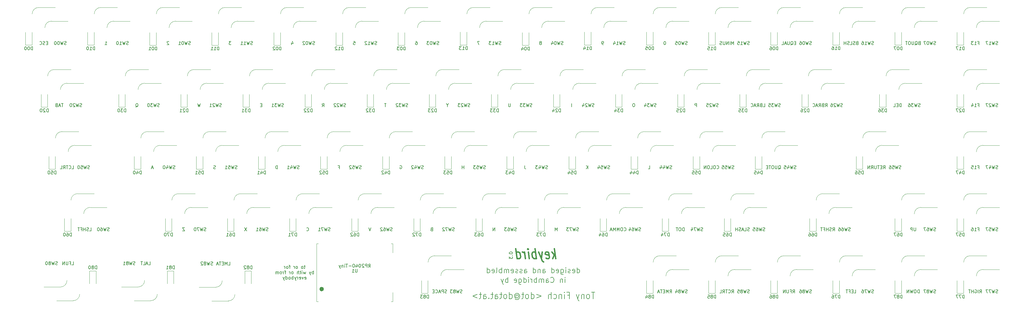
<source format=gbo>
%TF.GenerationSoftware,KiCad,Pcbnew,(6.0.11-0)*%
%TF.CreationDate,2023-07-19T11:20:52+01:00*%
%TF.ProjectId,keybird,6b657962-6972-4642-9e6b-696361645f70,0.3*%
%TF.SameCoordinates,Original*%
%TF.FileFunction,Legend,Bot*%
%TF.FilePolarity,Positive*%
%FSLAX46Y46*%
G04 Gerber Fmt 4.6, Leading zero omitted, Abs format (unit mm)*
G04 Created by KiCad (PCBNEW (6.0.11-0)) date 2023-07-19 11:20:52*
%MOMM*%
%LPD*%
G01*
G04 APERTURE LIST*
%ADD10C,0.203200*%
%ADD11C,0.406400*%
%ADD12C,0.152400*%
%ADD13C,0.150000*%
%ADD14C,0.120000*%
%ADD15C,0.695000*%
G04 APERTURE END LIST*
D10*
X181203744Y-101343118D02*
X181203744Y-100259385D01*
X181203744Y-99717518D02*
X181281153Y-99794928D01*
X181203744Y-99872337D01*
X181126334Y-99794928D01*
X181203744Y-99717518D01*
X181203744Y-99872337D01*
X180429648Y-100259385D02*
X180429648Y-101343118D01*
X180429648Y-100414204D02*
X180352239Y-100336794D01*
X180197420Y-100259385D01*
X179965191Y-100259385D01*
X179810372Y-100336794D01*
X179732963Y-100491613D01*
X179732963Y-101343118D01*
X176791401Y-101188299D02*
X176868810Y-101265708D01*
X177101039Y-101343118D01*
X177255858Y-101343118D01*
X177488086Y-101265708D01*
X177642905Y-101110889D01*
X177720315Y-100956070D01*
X177797724Y-100646432D01*
X177797724Y-100414204D01*
X177720315Y-100104566D01*
X177642905Y-99949747D01*
X177488086Y-99794928D01*
X177255858Y-99717518D01*
X177101039Y-99717518D01*
X176868810Y-99794928D01*
X176791401Y-99872337D01*
X175398029Y-101343118D02*
X175398029Y-100491613D01*
X175475439Y-100336794D01*
X175630258Y-100259385D01*
X175939896Y-100259385D01*
X176094715Y-100336794D01*
X175398029Y-101265708D02*
X175552848Y-101343118D01*
X175939896Y-101343118D01*
X176094715Y-101265708D01*
X176172124Y-101110889D01*
X176172124Y-100956070D01*
X176094715Y-100801251D01*
X175939896Y-100723842D01*
X175552848Y-100723842D01*
X175398029Y-100646432D01*
X174623934Y-101343118D02*
X174623934Y-100259385D01*
X174623934Y-100414204D02*
X174546524Y-100336794D01*
X174391705Y-100259385D01*
X174159477Y-100259385D01*
X174004658Y-100336794D01*
X173927248Y-100491613D01*
X173927248Y-101343118D01*
X173927248Y-100491613D02*
X173849839Y-100336794D01*
X173695020Y-100259385D01*
X173462791Y-100259385D01*
X173307972Y-100336794D01*
X173230563Y-100491613D01*
X173230563Y-101343118D01*
X172456467Y-101343118D02*
X172456467Y-99717518D01*
X172456467Y-100336794D02*
X172301648Y-100259385D01*
X171992010Y-100259385D01*
X171837191Y-100336794D01*
X171759782Y-100414204D01*
X171682372Y-100569023D01*
X171682372Y-101033480D01*
X171759782Y-101188299D01*
X171837191Y-101265708D01*
X171992010Y-101343118D01*
X172301648Y-101343118D01*
X172456467Y-101265708D01*
X170985686Y-101343118D02*
X170985686Y-100259385D01*
X170985686Y-100569023D02*
X170908277Y-100414204D01*
X170830867Y-100336794D01*
X170676048Y-100259385D01*
X170521229Y-100259385D01*
X169979363Y-101343118D02*
X169979363Y-100259385D01*
X169979363Y-99717518D02*
X170056772Y-99794928D01*
X169979363Y-99872337D01*
X169901953Y-99794928D01*
X169979363Y-99717518D01*
X169979363Y-99872337D01*
X168508582Y-101343118D02*
X168508582Y-99717518D01*
X168508582Y-101265708D02*
X168663401Y-101343118D01*
X168973039Y-101343118D01*
X169127858Y-101265708D01*
X169205267Y-101188299D01*
X169282677Y-101033480D01*
X169282677Y-100569023D01*
X169205267Y-100414204D01*
X169127858Y-100336794D01*
X168973039Y-100259385D01*
X168663401Y-100259385D01*
X168508582Y-100336794D01*
X167037801Y-100259385D02*
X167037801Y-101575347D01*
X167115210Y-101730166D01*
X167192620Y-101807575D01*
X167347439Y-101884985D01*
X167579667Y-101884985D01*
X167734486Y-101807575D01*
X167037801Y-101265708D02*
X167192620Y-101343118D01*
X167502258Y-101343118D01*
X167657077Y-101265708D01*
X167734486Y-101188299D01*
X167811896Y-101033480D01*
X167811896Y-100569023D01*
X167734486Y-100414204D01*
X167657077Y-100336794D01*
X167502258Y-100259385D01*
X167192620Y-100259385D01*
X167037801Y-100336794D01*
X165644429Y-101265708D02*
X165799248Y-101343118D01*
X166108886Y-101343118D01*
X166263705Y-101265708D01*
X166341115Y-101110889D01*
X166341115Y-100491613D01*
X166263705Y-100336794D01*
X166108886Y-100259385D01*
X165799248Y-100259385D01*
X165644429Y-100336794D01*
X165567020Y-100491613D01*
X165567020Y-100646432D01*
X166341115Y-100801251D01*
X163631782Y-101343118D02*
X163631782Y-99717518D01*
X163631782Y-100336794D02*
X163476963Y-100259385D01*
X163167324Y-100259385D01*
X163012505Y-100336794D01*
X162935096Y-100414204D01*
X162857686Y-100569023D01*
X162857686Y-101033480D01*
X162935096Y-101188299D01*
X163012505Y-101265708D01*
X163167324Y-101343118D01*
X163476963Y-101343118D01*
X163631782Y-101265708D01*
X162315820Y-100259385D02*
X161928772Y-101343118D01*
X161541724Y-100259385D02*
X161928772Y-101343118D01*
X162083591Y-101730166D01*
X162161001Y-101807575D01*
X162315820Y-101884985D01*
D11*
X178255558Y-93949873D02*
X177874558Y-90901873D01*
X177878187Y-92788730D02*
X177326644Y-93949873D01*
X177072644Y-91917873D02*
X178146701Y-93079016D01*
X175334558Y-93804730D02*
X175584930Y-93949873D01*
X176049387Y-93949873D01*
X176263473Y-93804730D01*
X176343301Y-93514444D01*
X176198158Y-92353301D01*
X176045758Y-92063016D01*
X175795387Y-91917873D01*
X175330930Y-91917873D01*
X175116844Y-92063016D01*
X175037015Y-92353301D01*
X175073301Y-92643587D01*
X176270730Y-92933873D01*
X174169787Y-91917873D02*
X173843215Y-93949873D01*
X173008644Y-91917873D02*
X173843215Y-93949873D01*
X174166158Y-94675587D01*
X174300415Y-94820730D01*
X174550787Y-94965873D01*
X172333730Y-93949873D02*
X171952730Y-90901873D01*
X172097873Y-92063016D02*
X171847501Y-91917873D01*
X171383044Y-91917873D01*
X171168958Y-92063016D01*
X171070987Y-92208158D01*
X170991158Y-92498444D01*
X171100015Y-93369301D01*
X171252415Y-93659587D01*
X171386673Y-93804730D01*
X171637044Y-93949873D01*
X172101501Y-93949873D01*
X172315587Y-93804730D01*
X170127558Y-93949873D02*
X169873558Y-91917873D01*
X169746558Y-90901873D02*
X169880815Y-91047016D01*
X169782844Y-91192158D01*
X169648587Y-91047016D01*
X169746558Y-90901873D01*
X169782844Y-91192158D01*
X168966415Y-93949873D02*
X168712415Y-91917873D01*
X168784987Y-92498444D02*
X168632587Y-92208158D01*
X168498330Y-92063016D01*
X168247958Y-91917873D01*
X168015730Y-91917873D01*
X166411901Y-93949873D02*
X166030901Y-90901873D01*
X166393758Y-93804730D02*
X166644130Y-93949873D01*
X167108587Y-93949873D01*
X167322673Y-93804730D01*
X167420644Y-93659587D01*
X167500473Y-93369301D01*
X167391615Y-92498444D01*
X167239215Y-92208158D01*
X167104958Y-92063016D01*
X166854587Y-91917873D01*
X166390130Y-91917873D01*
X166176044Y-92063016D01*
D10*
X184880696Y-98366722D02*
X184880696Y-96741122D01*
X184880696Y-98289312D02*
X185035515Y-98366722D01*
X185345153Y-98366722D01*
X185499972Y-98289312D01*
X185577382Y-98211903D01*
X185654791Y-98057084D01*
X185654791Y-97592627D01*
X185577382Y-97437808D01*
X185499972Y-97360398D01*
X185345153Y-97282989D01*
X185035515Y-97282989D01*
X184880696Y-97360398D01*
X183487324Y-98289312D02*
X183642144Y-98366722D01*
X183951782Y-98366722D01*
X184106601Y-98289312D01*
X184184010Y-98134493D01*
X184184010Y-97515217D01*
X184106601Y-97360398D01*
X183951782Y-97282989D01*
X183642144Y-97282989D01*
X183487324Y-97360398D01*
X183409915Y-97515217D01*
X183409915Y-97670036D01*
X184184010Y-97824855D01*
X182790639Y-98289312D02*
X182635820Y-98366722D01*
X182326182Y-98366722D01*
X182171363Y-98289312D01*
X182093953Y-98134493D01*
X182093953Y-98057084D01*
X182171363Y-97902265D01*
X182326182Y-97824855D01*
X182558410Y-97824855D01*
X182713229Y-97747446D01*
X182790639Y-97592627D01*
X182790639Y-97515217D01*
X182713229Y-97360398D01*
X182558410Y-97282989D01*
X182326182Y-97282989D01*
X182171363Y-97360398D01*
X181397267Y-98366722D02*
X181397267Y-97282989D01*
X181397267Y-96741122D02*
X181474677Y-96818532D01*
X181397267Y-96895941D01*
X181319858Y-96818532D01*
X181397267Y-96741122D01*
X181397267Y-96895941D01*
X179926486Y-97282989D02*
X179926486Y-98598951D01*
X180003896Y-98753770D01*
X180081305Y-98831179D01*
X180236124Y-98908589D01*
X180468353Y-98908589D01*
X180623172Y-98831179D01*
X179926486Y-98289312D02*
X180081305Y-98366722D01*
X180390944Y-98366722D01*
X180545763Y-98289312D01*
X180623172Y-98211903D01*
X180700582Y-98057084D01*
X180700582Y-97592627D01*
X180623172Y-97437808D01*
X180545763Y-97360398D01*
X180390944Y-97282989D01*
X180081305Y-97282989D01*
X179926486Y-97360398D01*
X178533115Y-98289312D02*
X178687934Y-98366722D01*
X178997572Y-98366722D01*
X179152391Y-98289312D01*
X179229801Y-98134493D01*
X179229801Y-97515217D01*
X179152391Y-97360398D01*
X178997572Y-97282989D01*
X178687934Y-97282989D01*
X178533115Y-97360398D01*
X178455705Y-97515217D01*
X178455705Y-97670036D01*
X179229801Y-97824855D01*
X177062334Y-98366722D02*
X177062334Y-96741122D01*
X177062334Y-98289312D02*
X177217153Y-98366722D01*
X177526791Y-98366722D01*
X177681610Y-98289312D01*
X177759020Y-98211903D01*
X177836429Y-98057084D01*
X177836429Y-97592627D01*
X177759020Y-97437808D01*
X177681610Y-97360398D01*
X177526791Y-97282989D01*
X177217153Y-97282989D01*
X177062334Y-97360398D01*
X174353001Y-98366722D02*
X174353001Y-97515217D01*
X174430410Y-97360398D01*
X174585229Y-97282989D01*
X174894867Y-97282989D01*
X175049686Y-97360398D01*
X174353001Y-98289312D02*
X174507820Y-98366722D01*
X174894867Y-98366722D01*
X175049686Y-98289312D01*
X175127096Y-98134493D01*
X175127096Y-97979674D01*
X175049686Y-97824855D01*
X174894867Y-97747446D01*
X174507820Y-97747446D01*
X174353001Y-97670036D01*
X173578905Y-97282989D02*
X173578905Y-98366722D01*
X173578905Y-97437808D02*
X173501496Y-97360398D01*
X173346677Y-97282989D01*
X173114448Y-97282989D01*
X172959629Y-97360398D01*
X172882220Y-97515217D01*
X172882220Y-98366722D01*
X171411439Y-98366722D02*
X171411439Y-96741122D01*
X171411439Y-98289312D02*
X171566258Y-98366722D01*
X171875896Y-98366722D01*
X172030715Y-98289312D01*
X172108124Y-98211903D01*
X172185534Y-98057084D01*
X172185534Y-97592627D01*
X172108124Y-97437808D01*
X172030715Y-97360398D01*
X171875896Y-97282989D01*
X171566258Y-97282989D01*
X171411439Y-97360398D01*
X168702105Y-98366722D02*
X168702105Y-97515217D01*
X168779515Y-97360398D01*
X168934334Y-97282989D01*
X169243972Y-97282989D01*
X169398791Y-97360398D01*
X168702105Y-98289312D02*
X168856924Y-98366722D01*
X169243972Y-98366722D01*
X169398791Y-98289312D01*
X169476201Y-98134493D01*
X169476201Y-97979674D01*
X169398791Y-97824855D01*
X169243972Y-97747446D01*
X168856924Y-97747446D01*
X168702105Y-97670036D01*
X168005420Y-98289312D02*
X167850601Y-98366722D01*
X167540963Y-98366722D01*
X167386144Y-98289312D01*
X167308734Y-98134493D01*
X167308734Y-98057084D01*
X167386144Y-97902265D01*
X167540963Y-97824855D01*
X167773191Y-97824855D01*
X167928010Y-97747446D01*
X168005420Y-97592627D01*
X168005420Y-97515217D01*
X167928010Y-97360398D01*
X167773191Y-97282989D01*
X167540963Y-97282989D01*
X167386144Y-97360398D01*
X166689458Y-98289312D02*
X166534639Y-98366722D01*
X166225001Y-98366722D01*
X166070182Y-98289312D01*
X165992772Y-98134493D01*
X165992772Y-98057084D01*
X166070182Y-97902265D01*
X166225001Y-97824855D01*
X166457229Y-97824855D01*
X166612048Y-97747446D01*
X166689458Y-97592627D01*
X166689458Y-97515217D01*
X166612048Y-97360398D01*
X166457229Y-97282989D01*
X166225001Y-97282989D01*
X166070182Y-97360398D01*
X164676810Y-98289312D02*
X164831629Y-98366722D01*
X165141267Y-98366722D01*
X165296086Y-98289312D01*
X165373496Y-98134493D01*
X165373496Y-97515217D01*
X165296086Y-97360398D01*
X165141267Y-97282989D01*
X164831629Y-97282989D01*
X164676810Y-97360398D01*
X164599401Y-97515217D01*
X164599401Y-97670036D01*
X165373496Y-97824855D01*
X163902715Y-98366722D02*
X163902715Y-97282989D01*
X163902715Y-97437808D02*
X163825305Y-97360398D01*
X163670486Y-97282989D01*
X163438258Y-97282989D01*
X163283439Y-97360398D01*
X163206029Y-97515217D01*
X163206029Y-98366722D01*
X163206029Y-97515217D02*
X163128620Y-97360398D01*
X162973801Y-97282989D01*
X162741572Y-97282989D01*
X162586753Y-97360398D01*
X162509344Y-97515217D01*
X162509344Y-98366722D01*
X161735248Y-98366722D02*
X161735248Y-96741122D01*
X161735248Y-97360398D02*
X161580429Y-97282989D01*
X161270791Y-97282989D01*
X161115972Y-97360398D01*
X161038563Y-97437808D01*
X160961153Y-97592627D01*
X160961153Y-98057084D01*
X161038563Y-98211903D01*
X161115972Y-98289312D01*
X161270791Y-98366722D01*
X161580429Y-98366722D01*
X161735248Y-98289312D01*
X160032239Y-98366722D02*
X160187058Y-98289312D01*
X160264467Y-98134493D01*
X160264467Y-96741122D01*
X158793686Y-98289312D02*
X158948505Y-98366722D01*
X159258144Y-98366722D01*
X159412963Y-98289312D01*
X159490372Y-98134493D01*
X159490372Y-97515217D01*
X159412963Y-97360398D01*
X159258144Y-97282989D01*
X158948505Y-97282989D01*
X158793686Y-97360398D01*
X158716277Y-97515217D01*
X158716277Y-97670036D01*
X159490372Y-97824855D01*
X157322905Y-98366722D02*
X157322905Y-96741122D01*
X157322905Y-98289312D02*
X157477724Y-98366722D01*
X157787363Y-98366722D01*
X157942182Y-98289312D01*
X158019591Y-98211903D01*
X158097001Y-98057084D01*
X158097001Y-97592627D01*
X158019591Y-97437808D01*
X157942182Y-97360398D01*
X157787363Y-97282989D01*
X157477724Y-97282989D01*
X157322905Y-97360398D01*
D12*
X101492359Y-96373170D02*
X101105311Y-96373170D01*
X101347216Y-96034504D02*
X101347216Y-96905361D01*
X101298835Y-97002123D01*
X101202073Y-97050504D01*
X101105311Y-97050504D01*
X100621502Y-97050504D02*
X100718264Y-97002123D01*
X100766645Y-96953742D01*
X100815025Y-96856980D01*
X100815025Y-96566694D01*
X100766645Y-96469932D01*
X100718264Y-96421551D01*
X100621502Y-96373170D01*
X100476359Y-96373170D01*
X100379597Y-96421551D01*
X100331216Y-96469932D01*
X100282835Y-96566694D01*
X100282835Y-96856980D01*
X100331216Y-96953742D01*
X100379597Y-97002123D01*
X100476359Y-97050504D01*
X100621502Y-97050504D01*
X98928168Y-97050504D02*
X99024930Y-97002123D01*
X99073311Y-96953742D01*
X99121692Y-96856980D01*
X99121692Y-96566694D01*
X99073311Y-96469932D01*
X99024930Y-96421551D01*
X98928168Y-96373170D01*
X98783025Y-96373170D01*
X98686264Y-96421551D01*
X98637883Y-96469932D01*
X98589502Y-96566694D01*
X98589502Y-96856980D01*
X98637883Y-96953742D01*
X98686264Y-97002123D01*
X98783025Y-97050504D01*
X98928168Y-97050504D01*
X98154073Y-97050504D02*
X98154073Y-96373170D01*
X98154073Y-96566694D02*
X98105692Y-96469932D01*
X98057311Y-96421551D01*
X97960549Y-96373170D01*
X97863787Y-96373170D01*
X96896168Y-96373170D02*
X96509121Y-96373170D01*
X96751025Y-97050504D02*
X96751025Y-96179646D01*
X96702645Y-96082885D01*
X96605883Y-96034504D01*
X96509121Y-96034504D01*
X96025311Y-97050504D02*
X96122073Y-97002123D01*
X96170454Y-96953742D01*
X96218835Y-96856980D01*
X96218835Y-96566694D01*
X96170454Y-96469932D01*
X96122073Y-96421551D01*
X96025311Y-96373170D01*
X95880168Y-96373170D01*
X95783406Y-96421551D01*
X95735025Y-96469932D01*
X95686645Y-96566694D01*
X95686645Y-96856980D01*
X95735025Y-96953742D01*
X95783406Y-97002123D01*
X95880168Y-97050504D01*
X96025311Y-97050504D01*
X95251216Y-97050504D02*
X95251216Y-96373170D01*
X95251216Y-96566694D02*
X95202835Y-96469932D01*
X95154454Y-96421551D01*
X95057692Y-96373170D01*
X94960930Y-96373170D01*
X104032359Y-98686264D02*
X104032359Y-97670264D01*
X104032359Y-98057311D02*
X103935597Y-98008930D01*
X103742073Y-98008930D01*
X103645311Y-98057311D01*
X103596930Y-98105692D01*
X103548549Y-98202454D01*
X103548549Y-98492740D01*
X103596930Y-98589502D01*
X103645311Y-98637883D01*
X103742073Y-98686264D01*
X103935597Y-98686264D01*
X104032359Y-98637883D01*
X103209883Y-98008930D02*
X102967978Y-98686264D01*
X102726073Y-98008930D02*
X102967978Y-98686264D01*
X103064740Y-98928168D01*
X103113121Y-98976549D01*
X103209883Y-99024930D01*
X101661692Y-98008930D02*
X101468168Y-98686264D01*
X101274645Y-98202454D01*
X101081121Y-98686264D01*
X100887597Y-98008930D01*
X100500549Y-98686264D02*
X100500549Y-98008930D01*
X100500549Y-97670264D02*
X100548930Y-97718645D01*
X100500549Y-97767025D01*
X100452168Y-97718645D01*
X100500549Y-97670264D01*
X100500549Y-97767025D01*
X100161883Y-98008930D02*
X99774835Y-98008930D01*
X100016740Y-97670264D02*
X100016740Y-98541121D01*
X99968359Y-98637883D01*
X99871597Y-98686264D01*
X99774835Y-98686264D01*
X99436168Y-98686264D02*
X99436168Y-97670264D01*
X99000740Y-98686264D02*
X99000740Y-98154073D01*
X99049121Y-98057311D01*
X99145883Y-98008930D01*
X99291025Y-98008930D01*
X99387787Y-98057311D01*
X99436168Y-98105692D01*
X97597692Y-98686264D02*
X97694454Y-98637883D01*
X97742835Y-98589502D01*
X97791216Y-98492740D01*
X97791216Y-98202454D01*
X97742835Y-98105692D01*
X97694454Y-98057311D01*
X97597692Y-98008930D01*
X97452549Y-98008930D01*
X97355787Y-98057311D01*
X97307406Y-98105692D01*
X97259025Y-98202454D01*
X97259025Y-98492740D01*
X97307406Y-98589502D01*
X97355787Y-98637883D01*
X97452549Y-98686264D01*
X97597692Y-98686264D01*
X96823597Y-98686264D02*
X96823597Y-98008930D01*
X96823597Y-98202454D02*
X96775216Y-98105692D01*
X96726835Y-98057311D01*
X96630073Y-98008930D01*
X96533311Y-98008930D01*
X95565692Y-98008930D02*
X95178645Y-98008930D01*
X95420549Y-98686264D02*
X95420549Y-97815406D01*
X95372168Y-97718645D01*
X95275406Y-97670264D01*
X95178645Y-97670264D01*
X94839978Y-98686264D02*
X94839978Y-98008930D01*
X94839978Y-98202454D02*
X94791597Y-98105692D01*
X94743216Y-98057311D01*
X94646454Y-98008930D01*
X94549692Y-98008930D01*
X94065883Y-98686264D02*
X94162645Y-98637883D01*
X94211025Y-98589502D01*
X94259406Y-98492740D01*
X94259406Y-98202454D01*
X94211025Y-98105692D01*
X94162645Y-98057311D01*
X94065883Y-98008930D01*
X93920740Y-98008930D01*
X93823978Y-98057311D01*
X93775597Y-98105692D01*
X93727216Y-98202454D01*
X93727216Y-98492740D01*
X93775597Y-98589502D01*
X93823978Y-98637883D01*
X93920740Y-98686264D01*
X94065883Y-98686264D01*
X93291787Y-98686264D02*
X93291787Y-98008930D01*
X93291787Y-98105692D02*
X93243406Y-98057311D01*
X93146645Y-98008930D01*
X93001502Y-98008930D01*
X92904740Y-98057311D01*
X92856359Y-98154073D01*
X92856359Y-98686264D01*
X92856359Y-98154073D02*
X92807978Y-98057311D01*
X92711216Y-98008930D01*
X92566073Y-98008930D01*
X92469311Y-98057311D01*
X92420930Y-98154073D01*
X92420930Y-98686264D01*
X101323025Y-100273643D02*
X101419787Y-100322024D01*
X101613311Y-100322024D01*
X101710073Y-100273643D01*
X101758454Y-100176881D01*
X101758454Y-99789833D01*
X101710073Y-99693071D01*
X101613311Y-99644690D01*
X101419787Y-99644690D01*
X101323025Y-99693071D01*
X101274645Y-99789833D01*
X101274645Y-99886595D01*
X101758454Y-99983357D01*
X100935978Y-99644690D02*
X100694073Y-100322024D01*
X100452168Y-99644690D01*
X99678073Y-100273643D02*
X99774835Y-100322024D01*
X99968359Y-100322024D01*
X100065121Y-100273643D01*
X100113502Y-100176881D01*
X100113502Y-99789833D01*
X100065121Y-99693071D01*
X99968359Y-99644690D01*
X99774835Y-99644690D01*
X99678073Y-99693071D01*
X99629692Y-99789833D01*
X99629692Y-99886595D01*
X100113502Y-99983357D01*
X99194264Y-100322024D02*
X99194264Y-99644690D01*
X99194264Y-99838214D02*
X99145883Y-99741452D01*
X99097502Y-99693071D01*
X99000740Y-99644690D01*
X98903978Y-99644690D01*
X98662073Y-99644690D02*
X98420168Y-100322024D01*
X98178264Y-99644690D02*
X98420168Y-100322024D01*
X98516930Y-100563928D01*
X98565311Y-100612309D01*
X98662073Y-100660690D01*
X97791216Y-100322024D02*
X97791216Y-99306024D01*
X97791216Y-99693071D02*
X97694454Y-99644690D01*
X97500930Y-99644690D01*
X97404168Y-99693071D01*
X97355787Y-99741452D01*
X97307406Y-99838214D01*
X97307406Y-100128500D01*
X97355787Y-100225262D01*
X97404168Y-100273643D01*
X97500930Y-100322024D01*
X97694454Y-100322024D01*
X97791216Y-100273643D01*
X96726835Y-100322024D02*
X96823597Y-100273643D01*
X96871978Y-100225262D01*
X96920359Y-100128500D01*
X96920359Y-99838214D01*
X96871978Y-99741452D01*
X96823597Y-99693071D01*
X96726835Y-99644690D01*
X96581692Y-99644690D01*
X96484930Y-99693071D01*
X96436549Y-99741452D01*
X96388168Y-99838214D01*
X96388168Y-100128500D01*
X96436549Y-100225262D01*
X96484930Y-100273643D01*
X96581692Y-100322024D01*
X96726835Y-100322024D01*
X95517311Y-100322024D02*
X95517311Y-99306024D01*
X95517311Y-100273643D02*
X95614073Y-100322024D01*
X95807597Y-100322024D01*
X95904359Y-100273643D01*
X95952740Y-100225262D01*
X96001121Y-100128500D01*
X96001121Y-99838214D01*
X95952740Y-99741452D01*
X95904359Y-99693071D01*
X95807597Y-99644690D01*
X95614073Y-99644690D01*
X95517311Y-99693071D01*
X95130264Y-99644690D02*
X94888359Y-100322024D01*
X94646454Y-99644690D02*
X94888359Y-100322024D01*
X94985121Y-100563928D01*
X95033502Y-100612309D01*
X95130264Y-100660690D01*
X164047387Y-92212381D02*
X164047387Y-92309143D01*
X164095768Y-92405905D01*
X164144148Y-92454286D01*
X164240910Y-92502667D01*
X164434434Y-92551048D01*
X164676339Y-92551048D01*
X164869863Y-92502667D01*
X164966625Y-92454286D01*
X165015006Y-92405905D01*
X165063387Y-92309143D01*
X165063387Y-92212381D01*
X165015006Y-92115619D01*
X164966625Y-92067238D01*
X164869863Y-92018857D01*
X164676339Y-91970476D01*
X164434434Y-91970476D01*
X164240910Y-92018857D01*
X164144148Y-92067238D01*
X164095768Y-92115619D01*
X164047387Y-92212381D01*
X164966625Y-92986476D02*
X165015006Y-93034857D01*
X165063387Y-92986476D01*
X165015006Y-92938095D01*
X164966625Y-92986476D01*
X165063387Y-92986476D01*
X164047387Y-93373524D02*
X164047387Y-94002476D01*
X164434434Y-93663810D01*
X164434434Y-93808953D01*
X164482815Y-93905714D01*
X164531196Y-93954095D01*
X164627958Y-94002476D01*
X164869863Y-94002476D01*
X164966625Y-93954095D01*
X165015006Y-93905714D01*
X165063387Y-93808953D01*
X165063387Y-93518667D01*
X165015006Y-93421905D01*
X164966625Y-93373524D01*
D10*
X190304201Y-104257639D02*
X189259172Y-104257639D01*
X189781686Y-106289639D02*
X189781686Y-104257639D01*
X188388315Y-106289639D02*
X188562486Y-106192877D01*
X188649572Y-106096115D01*
X188736658Y-105902591D01*
X188736658Y-105322020D01*
X188649572Y-105128496D01*
X188562486Y-105031734D01*
X188388315Y-104934972D01*
X188127058Y-104934972D01*
X187952886Y-105031734D01*
X187865801Y-105128496D01*
X187778715Y-105322020D01*
X187778715Y-105902591D01*
X187865801Y-106096115D01*
X187952886Y-106192877D01*
X188127058Y-106289639D01*
X188388315Y-106289639D01*
X186994944Y-104934972D02*
X186994944Y-106289639D01*
X186994944Y-105128496D02*
X186907858Y-105031734D01*
X186733686Y-104934972D01*
X186472429Y-104934972D01*
X186298258Y-105031734D01*
X186211172Y-105225258D01*
X186211172Y-106289639D01*
X185514486Y-104934972D02*
X185079058Y-106289639D01*
X184643629Y-104934972D02*
X185079058Y-106289639D01*
X185253229Y-106773448D01*
X185340315Y-106870210D01*
X185514486Y-106966972D01*
X181943972Y-105225258D02*
X182553572Y-105225258D01*
X182553572Y-106289639D02*
X182553572Y-104257639D01*
X181682715Y-104257639D01*
X180986029Y-106289639D02*
X180986029Y-104934972D01*
X180986029Y-104257639D02*
X181073115Y-104354401D01*
X180986029Y-104451162D01*
X180898944Y-104354401D01*
X180986029Y-104257639D01*
X180986029Y-104451162D01*
X180115172Y-104934972D02*
X180115172Y-106289639D01*
X180115172Y-105128496D02*
X180028086Y-105031734D01*
X179853915Y-104934972D01*
X179592658Y-104934972D01*
X179418486Y-105031734D01*
X179331401Y-105225258D01*
X179331401Y-106289639D01*
X177676772Y-106192877D02*
X177850944Y-106289639D01*
X178199286Y-106289639D01*
X178373458Y-106192877D01*
X178460544Y-106096115D01*
X178547629Y-105902591D01*
X178547629Y-105322020D01*
X178460544Y-105128496D01*
X178373458Y-105031734D01*
X178199286Y-104934972D01*
X177850944Y-104934972D01*
X177676772Y-105031734D01*
X176893001Y-106289639D02*
X176893001Y-104257639D01*
X176109229Y-106289639D02*
X176109229Y-105225258D01*
X176196315Y-105031734D01*
X176370486Y-104934972D01*
X176631744Y-104934972D01*
X176805915Y-105031734D01*
X176893001Y-105128496D01*
X172451629Y-104934972D02*
X173845001Y-105515543D01*
X172451629Y-106096115D01*
X170797001Y-106289639D02*
X170797001Y-104257639D01*
X170797001Y-106192877D02*
X170971172Y-106289639D01*
X171319515Y-106289639D01*
X171493686Y-106192877D01*
X171580772Y-106096115D01*
X171667858Y-105902591D01*
X171667858Y-105322020D01*
X171580772Y-105128496D01*
X171493686Y-105031734D01*
X171319515Y-104934972D01*
X170971172Y-104934972D01*
X170797001Y-105031734D01*
X169664886Y-106289639D02*
X169839058Y-106192877D01*
X169926144Y-106096115D01*
X170013229Y-105902591D01*
X170013229Y-105322020D01*
X169926144Y-105128496D01*
X169839058Y-105031734D01*
X169664886Y-104934972D01*
X169403629Y-104934972D01*
X169229458Y-105031734D01*
X169142372Y-105128496D01*
X169055286Y-105322020D01*
X169055286Y-105902591D01*
X169142372Y-106096115D01*
X169229458Y-106192877D01*
X169403629Y-106289639D01*
X169664886Y-106289639D01*
X168532772Y-104934972D02*
X167836086Y-104934972D01*
X168271515Y-104257639D02*
X168271515Y-105999353D01*
X168184429Y-106192877D01*
X168010258Y-106289639D01*
X167836086Y-106289639D01*
X166094372Y-105322020D02*
X166181458Y-105225258D01*
X166355629Y-105128496D01*
X166529801Y-105128496D01*
X166703972Y-105225258D01*
X166791058Y-105322020D01*
X166878144Y-105515543D01*
X166878144Y-105709067D01*
X166791058Y-105902591D01*
X166703972Y-105999353D01*
X166529801Y-106096115D01*
X166355629Y-106096115D01*
X166181458Y-105999353D01*
X166094372Y-105902591D01*
X166094372Y-105128496D02*
X166094372Y-105902591D01*
X166007286Y-105999353D01*
X165920201Y-105999353D01*
X165746029Y-105902591D01*
X165658944Y-105709067D01*
X165658944Y-105225258D01*
X165833115Y-104934972D01*
X166094372Y-104741448D01*
X166442715Y-104644686D01*
X166791058Y-104741448D01*
X167052315Y-104934972D01*
X167226486Y-105225258D01*
X167313572Y-105612305D01*
X167226486Y-105999353D01*
X167052315Y-106289639D01*
X166791058Y-106483162D01*
X166442715Y-106579924D01*
X166094372Y-106483162D01*
X165833115Y-106289639D01*
X164091401Y-106289639D02*
X164091401Y-104257639D01*
X164091401Y-106192877D02*
X164265572Y-106289639D01*
X164613915Y-106289639D01*
X164788086Y-106192877D01*
X164875172Y-106096115D01*
X164962258Y-105902591D01*
X164962258Y-105322020D01*
X164875172Y-105128496D01*
X164788086Y-105031734D01*
X164613915Y-104934972D01*
X164265572Y-104934972D01*
X164091401Y-105031734D01*
X162959286Y-106289639D02*
X163133458Y-106192877D01*
X163220544Y-106096115D01*
X163307629Y-105902591D01*
X163307629Y-105322020D01*
X163220544Y-105128496D01*
X163133458Y-105031734D01*
X162959286Y-104934972D01*
X162698029Y-104934972D01*
X162523858Y-105031734D01*
X162436772Y-105128496D01*
X162349686Y-105322020D01*
X162349686Y-105902591D01*
X162436772Y-106096115D01*
X162523858Y-106192877D01*
X162698029Y-106289639D01*
X162959286Y-106289639D01*
X161827172Y-104934972D02*
X161130486Y-104934972D01*
X161565915Y-104257639D02*
X161565915Y-105999353D01*
X161478829Y-106192877D01*
X161304658Y-106289639D01*
X161130486Y-106289639D01*
X159737115Y-106289639D02*
X159737115Y-105225258D01*
X159824201Y-105031734D01*
X159998372Y-104934972D01*
X160346715Y-104934972D01*
X160520886Y-105031734D01*
X159737115Y-106192877D02*
X159911286Y-106289639D01*
X160346715Y-106289639D01*
X160520886Y-106192877D01*
X160607972Y-105999353D01*
X160607972Y-105805829D01*
X160520886Y-105612305D01*
X160346715Y-105515543D01*
X159911286Y-105515543D01*
X159737115Y-105418781D01*
X159127515Y-104934972D02*
X158430829Y-104934972D01*
X158866258Y-104257639D02*
X158866258Y-105999353D01*
X158779172Y-106192877D01*
X158605001Y-106289639D01*
X158430829Y-106289639D01*
X157821229Y-106096115D02*
X157734144Y-106192877D01*
X157821229Y-106289639D01*
X157908315Y-106192877D01*
X157821229Y-106096115D01*
X157821229Y-106289639D01*
X156166601Y-106289639D02*
X156166601Y-105225258D01*
X156253686Y-105031734D01*
X156427858Y-104934972D01*
X156776201Y-104934972D01*
X156950372Y-105031734D01*
X156166601Y-106192877D02*
X156340772Y-106289639D01*
X156776201Y-106289639D01*
X156950372Y-106192877D01*
X157037458Y-105999353D01*
X157037458Y-105805829D01*
X156950372Y-105612305D01*
X156776201Y-105515543D01*
X156340772Y-105515543D01*
X156166601Y-105418781D01*
X155557001Y-104934972D02*
X154860315Y-104934972D01*
X155295744Y-104257639D02*
X155295744Y-105999353D01*
X155208658Y-106192877D01*
X155034486Y-106289639D01*
X154860315Y-106289639D01*
X154250715Y-104934972D02*
X152857344Y-105515543D01*
X154250715Y-106096115D01*
D13*
%TO.C,SW67*%
X288758214Y-84478880D02*
X288758214Y-85288404D01*
X288710595Y-85383642D01*
X288662976Y-85431261D01*
X288567738Y-85478880D01*
X288377261Y-85478880D01*
X288282023Y-85431261D01*
X288234404Y-85383642D01*
X288186785Y-85288404D01*
X288186785Y-84478880D01*
X287710595Y-85478880D02*
X287710595Y-84478880D01*
X287329642Y-84478880D01*
X287234404Y-84526500D01*
X287186785Y-84574119D01*
X287139166Y-84669357D01*
X287139166Y-84812214D01*
X287186785Y-84907452D01*
X287234404Y-84955071D01*
X287329642Y-85002690D01*
X287710595Y-85002690D01*
X294862023Y-85431261D02*
X294719166Y-85478880D01*
X294481071Y-85478880D01*
X294385833Y-85431261D01*
X294338214Y-85383642D01*
X294290595Y-85288404D01*
X294290595Y-85193166D01*
X294338214Y-85097928D01*
X294385833Y-85050309D01*
X294481071Y-85002690D01*
X294671547Y-84955071D01*
X294766785Y-84907452D01*
X294814404Y-84859833D01*
X294862023Y-84764595D01*
X294862023Y-84669357D01*
X294814404Y-84574119D01*
X294766785Y-84526500D01*
X294671547Y-84478880D01*
X294433452Y-84478880D01*
X294290595Y-84526500D01*
X293957261Y-84478880D02*
X293719166Y-85478880D01*
X293528690Y-84764595D01*
X293338214Y-85478880D01*
X293100119Y-84478880D01*
X292290595Y-84478880D02*
X292481071Y-84478880D01*
X292576309Y-84526500D01*
X292623928Y-84574119D01*
X292719166Y-84716976D01*
X292766785Y-84907452D01*
X292766785Y-85288404D01*
X292719166Y-85383642D01*
X292671547Y-85431261D01*
X292576309Y-85478880D01*
X292385833Y-85478880D01*
X292290595Y-85431261D01*
X292242976Y-85383642D01*
X292195357Y-85288404D01*
X292195357Y-85050309D01*
X292242976Y-84955071D01*
X292290595Y-84907452D01*
X292385833Y-84859833D01*
X292576309Y-84859833D01*
X292671547Y-84907452D01*
X292719166Y-84955071D01*
X292766785Y-85050309D01*
X291862023Y-84478880D02*
X291195357Y-84478880D01*
X291623928Y-85478880D01*
%TO.C,SW30*%
X49466547Y-47474119D02*
X49561785Y-47426500D01*
X49657023Y-47331261D01*
X49799880Y-47188404D01*
X49895119Y-47140785D01*
X49990357Y-47140785D01*
X49942738Y-47378880D02*
X50037976Y-47331261D01*
X50133214Y-47236023D01*
X50180833Y-47045547D01*
X50180833Y-46712214D01*
X50133214Y-46521738D01*
X50037976Y-46426500D01*
X49942738Y-46378880D01*
X49752261Y-46378880D01*
X49657023Y-46426500D01*
X49561785Y-46521738D01*
X49514166Y-46712214D01*
X49514166Y-47045547D01*
X49561785Y-47236023D01*
X49657023Y-47331261D01*
X49752261Y-47378880D01*
X49942738Y-47378880D01*
X56737023Y-47331261D02*
X56594166Y-47378880D01*
X56356071Y-47378880D01*
X56260833Y-47331261D01*
X56213214Y-47283642D01*
X56165595Y-47188404D01*
X56165595Y-47093166D01*
X56213214Y-46997928D01*
X56260833Y-46950309D01*
X56356071Y-46902690D01*
X56546547Y-46855071D01*
X56641785Y-46807452D01*
X56689404Y-46759833D01*
X56737023Y-46664595D01*
X56737023Y-46569357D01*
X56689404Y-46474119D01*
X56641785Y-46426500D01*
X56546547Y-46378880D01*
X56308452Y-46378880D01*
X56165595Y-46426500D01*
X55832261Y-46378880D02*
X55594166Y-47378880D01*
X55403690Y-46664595D01*
X55213214Y-47378880D01*
X54975119Y-46378880D01*
X54689404Y-46378880D02*
X54070357Y-46378880D01*
X54403690Y-46759833D01*
X54260833Y-46759833D01*
X54165595Y-46807452D01*
X54117976Y-46855071D01*
X54070357Y-46950309D01*
X54070357Y-47188404D01*
X54117976Y-47283642D01*
X54165595Y-47331261D01*
X54260833Y-47378880D01*
X54546547Y-47378880D01*
X54641785Y-47331261D01*
X54689404Y-47283642D01*
X53451309Y-46378880D02*
X53356071Y-46378880D01*
X53260833Y-46426500D01*
X53213214Y-46474119D01*
X53165595Y-46569357D01*
X53117976Y-46759833D01*
X53117976Y-46997928D01*
X53165595Y-47188404D01*
X53213214Y-47283642D01*
X53260833Y-47331261D01*
X53356071Y-47378880D01*
X53451309Y-47378880D01*
X53546547Y-47331261D01*
X53594166Y-47283642D01*
X53641785Y-47188404D01*
X53689404Y-46997928D01*
X53689404Y-46759833D01*
X53641785Y-46569357D01*
X53594166Y-46474119D01*
X53546547Y-46426500D01*
X53451309Y-46378880D01*
%TO.C,SW17*%
X307832023Y-27805071D02*
X308165357Y-27805071D01*
X308165357Y-28328880D02*
X308165357Y-27328880D01*
X307689166Y-27328880D01*
X306784404Y-28328880D02*
X307355833Y-28328880D01*
X307070119Y-28328880D02*
X307070119Y-27328880D01*
X307165357Y-27471738D01*
X307260595Y-27566976D01*
X307355833Y-27614595D01*
X306451071Y-27328880D02*
X305832023Y-27328880D01*
X306165357Y-27709833D01*
X306022500Y-27709833D01*
X305927261Y-27757452D01*
X305879642Y-27805071D01*
X305832023Y-27900309D01*
X305832023Y-28138404D01*
X305879642Y-28233642D01*
X305927261Y-28281261D01*
X306022500Y-28328880D01*
X306308214Y-28328880D01*
X306403452Y-28281261D01*
X306451071Y-28233642D01*
X313912023Y-28281261D02*
X313769166Y-28328880D01*
X313531071Y-28328880D01*
X313435833Y-28281261D01*
X313388214Y-28233642D01*
X313340595Y-28138404D01*
X313340595Y-28043166D01*
X313388214Y-27947928D01*
X313435833Y-27900309D01*
X313531071Y-27852690D01*
X313721547Y-27805071D01*
X313816785Y-27757452D01*
X313864404Y-27709833D01*
X313912023Y-27614595D01*
X313912023Y-27519357D01*
X313864404Y-27424119D01*
X313816785Y-27376500D01*
X313721547Y-27328880D01*
X313483452Y-27328880D01*
X313340595Y-27376500D01*
X313007261Y-27328880D02*
X312769166Y-28328880D01*
X312578690Y-27614595D01*
X312388214Y-28328880D01*
X312150119Y-27328880D01*
X311245357Y-28328880D02*
X311816785Y-28328880D01*
X311531071Y-28328880D02*
X311531071Y-27328880D01*
X311626309Y-27471738D01*
X311721547Y-27566976D01*
X311816785Y-27614595D01*
X310912023Y-27328880D02*
X310245357Y-27328880D01*
X310673928Y-28328880D01*
%TO.C,SW53*%
X150145714Y-66428880D02*
X150145714Y-65428880D01*
X150145714Y-65905071D02*
X149574285Y-65905071D01*
X149574285Y-66428880D02*
X149574285Y-65428880D01*
X156749523Y-66381261D02*
X156606666Y-66428880D01*
X156368571Y-66428880D01*
X156273333Y-66381261D01*
X156225714Y-66333642D01*
X156178095Y-66238404D01*
X156178095Y-66143166D01*
X156225714Y-66047928D01*
X156273333Y-66000309D01*
X156368571Y-65952690D01*
X156559047Y-65905071D01*
X156654285Y-65857452D01*
X156701904Y-65809833D01*
X156749523Y-65714595D01*
X156749523Y-65619357D01*
X156701904Y-65524119D01*
X156654285Y-65476500D01*
X156559047Y-65428880D01*
X156320952Y-65428880D01*
X156178095Y-65476500D01*
X155844761Y-65428880D02*
X155606666Y-66428880D01*
X155416190Y-65714595D01*
X155225714Y-66428880D01*
X154987619Y-65428880D01*
X154130476Y-65428880D02*
X154606666Y-65428880D01*
X154654285Y-65905071D01*
X154606666Y-65857452D01*
X154511428Y-65809833D01*
X154273333Y-65809833D01*
X154178095Y-65857452D01*
X154130476Y-65905071D01*
X154082857Y-66000309D01*
X154082857Y-66238404D01*
X154130476Y-66333642D01*
X154178095Y-66381261D01*
X154273333Y-66428880D01*
X154511428Y-66428880D01*
X154606666Y-66381261D01*
X154654285Y-66333642D01*
X153749523Y-65428880D02*
X153130476Y-65428880D01*
X153463809Y-65809833D01*
X153320952Y-65809833D01*
X153225714Y-65857452D01*
X153178095Y-65905071D01*
X153130476Y-66000309D01*
X153130476Y-66238404D01*
X153178095Y-66333642D01*
X153225714Y-66381261D01*
X153320952Y-66428880D01*
X153606666Y-66428880D01*
X153701904Y-66381261D01*
X153749523Y-66333642D01*
%TO.C,SW12*%
X116284404Y-27328880D02*
X116760595Y-27328880D01*
X116808214Y-27805071D01*
X116760595Y-27757452D01*
X116665357Y-27709833D01*
X116427261Y-27709833D01*
X116332023Y-27757452D01*
X116284404Y-27805071D01*
X116236785Y-27900309D01*
X116236785Y-28138404D01*
X116284404Y-28233642D01*
X116332023Y-28281261D01*
X116427261Y-28328880D01*
X116665357Y-28328880D01*
X116760595Y-28281261D01*
X116808214Y-28233642D01*
X123412023Y-28281261D02*
X123269166Y-28328880D01*
X123031071Y-28328880D01*
X122935833Y-28281261D01*
X122888214Y-28233642D01*
X122840595Y-28138404D01*
X122840595Y-28043166D01*
X122888214Y-27947928D01*
X122935833Y-27900309D01*
X123031071Y-27852690D01*
X123221547Y-27805071D01*
X123316785Y-27757452D01*
X123364404Y-27709833D01*
X123412023Y-27614595D01*
X123412023Y-27519357D01*
X123364404Y-27424119D01*
X123316785Y-27376500D01*
X123221547Y-27328880D01*
X122983452Y-27328880D01*
X122840595Y-27376500D01*
X122507261Y-27328880D02*
X122269166Y-28328880D01*
X122078690Y-27614595D01*
X121888214Y-28328880D01*
X121650119Y-27328880D01*
X120745357Y-28328880D02*
X121316785Y-28328880D01*
X121031071Y-28328880D02*
X121031071Y-27328880D01*
X121126309Y-27471738D01*
X121221547Y-27566976D01*
X121316785Y-27614595D01*
X120364404Y-27424119D02*
X120316785Y-27376500D01*
X120221547Y-27328880D01*
X119983452Y-27328880D01*
X119888214Y-27376500D01*
X119840595Y-27424119D01*
X119792976Y-27519357D01*
X119792976Y-27614595D01*
X119840595Y-27757452D01*
X120412023Y-28328880D01*
X119792976Y-28328880D01*
%TO.C,SW11*%
X78755833Y-27328880D02*
X78136785Y-27328880D01*
X78470119Y-27709833D01*
X78327261Y-27709833D01*
X78232023Y-27757452D01*
X78184404Y-27805071D01*
X78136785Y-27900309D01*
X78136785Y-28138404D01*
X78184404Y-28233642D01*
X78232023Y-28281261D01*
X78327261Y-28328880D01*
X78612976Y-28328880D01*
X78708214Y-28281261D01*
X78755833Y-28233642D01*
X85312023Y-28281261D02*
X85169166Y-28328880D01*
X84931071Y-28328880D01*
X84835833Y-28281261D01*
X84788214Y-28233642D01*
X84740595Y-28138404D01*
X84740595Y-28043166D01*
X84788214Y-27947928D01*
X84835833Y-27900309D01*
X84931071Y-27852690D01*
X85121547Y-27805071D01*
X85216785Y-27757452D01*
X85264404Y-27709833D01*
X85312023Y-27614595D01*
X85312023Y-27519357D01*
X85264404Y-27424119D01*
X85216785Y-27376500D01*
X85121547Y-27328880D01*
X84883452Y-27328880D01*
X84740595Y-27376500D01*
X84407261Y-27328880D02*
X84169166Y-28328880D01*
X83978690Y-27614595D01*
X83788214Y-28328880D01*
X83550119Y-27328880D01*
X82645357Y-28328880D02*
X83216785Y-28328880D01*
X82931071Y-28328880D02*
X82931071Y-27328880D01*
X83026309Y-27471738D01*
X83121547Y-27566976D01*
X83216785Y-27614595D01*
X81692976Y-28328880D02*
X82264404Y-28328880D01*
X81978690Y-28328880D02*
X81978690Y-27328880D01*
X82073928Y-27471738D01*
X82169166Y-27566976D01*
X82264404Y-27614595D01*
%TO.C,SW25*%
X221559404Y-47378880D02*
X221559404Y-46378880D01*
X221178452Y-46378880D01*
X221083214Y-46426500D01*
X221035595Y-46474119D01*
X220987976Y-46569357D01*
X220987976Y-46712214D01*
X221035595Y-46807452D01*
X221083214Y-46855071D01*
X221178452Y-46902690D01*
X221559404Y-46902690D01*
X228187023Y-47331261D02*
X228044166Y-47378880D01*
X227806071Y-47378880D01*
X227710833Y-47331261D01*
X227663214Y-47283642D01*
X227615595Y-47188404D01*
X227615595Y-47093166D01*
X227663214Y-46997928D01*
X227710833Y-46950309D01*
X227806071Y-46902690D01*
X227996547Y-46855071D01*
X228091785Y-46807452D01*
X228139404Y-46759833D01*
X228187023Y-46664595D01*
X228187023Y-46569357D01*
X228139404Y-46474119D01*
X228091785Y-46426500D01*
X227996547Y-46378880D01*
X227758452Y-46378880D01*
X227615595Y-46426500D01*
X227282261Y-46378880D02*
X227044166Y-47378880D01*
X226853690Y-46664595D01*
X226663214Y-47378880D01*
X226425119Y-46378880D01*
X226091785Y-46474119D02*
X226044166Y-46426500D01*
X225948928Y-46378880D01*
X225710833Y-46378880D01*
X225615595Y-46426500D01*
X225567976Y-46474119D01*
X225520357Y-46569357D01*
X225520357Y-46664595D01*
X225567976Y-46807452D01*
X226139404Y-47378880D01*
X225520357Y-47378880D01*
X224615595Y-46378880D02*
X225091785Y-46378880D01*
X225139404Y-46855071D01*
X225091785Y-46807452D01*
X224996547Y-46759833D01*
X224758452Y-46759833D01*
X224663214Y-46807452D01*
X224615595Y-46855071D01*
X224567976Y-46950309D01*
X224567976Y-47188404D01*
X224615595Y-47283642D01*
X224663214Y-47331261D01*
X224758452Y-47378880D01*
X224996547Y-47378880D01*
X225091785Y-47331261D01*
X225139404Y-47283642D01*
%TO.C,SW84*%
X213296309Y-104528880D02*
X213629642Y-104052690D01*
X213867738Y-104528880D02*
X213867738Y-103528880D01*
X213486785Y-103528880D01*
X213391547Y-103576500D01*
X213343928Y-103624119D01*
X213296309Y-103719357D01*
X213296309Y-103862214D01*
X213343928Y-103957452D01*
X213391547Y-104005071D01*
X213486785Y-104052690D01*
X213867738Y-104052690D01*
X212867738Y-104528880D02*
X212867738Y-103528880D01*
X212534404Y-104243166D01*
X212201071Y-103528880D01*
X212201071Y-104528880D01*
X211724880Y-104005071D02*
X211391547Y-104005071D01*
X211248690Y-104528880D02*
X211724880Y-104528880D01*
X211724880Y-103528880D01*
X211248690Y-103528880D01*
X210962976Y-103528880D02*
X210391547Y-103528880D01*
X210677261Y-104528880D02*
X210677261Y-103528880D01*
X210105833Y-104243166D02*
X209629642Y-104243166D01*
X210201071Y-104528880D02*
X209867738Y-103528880D01*
X209534404Y-104528880D01*
X218662023Y-104481261D02*
X218519166Y-104528880D01*
X218281071Y-104528880D01*
X218185833Y-104481261D01*
X218138214Y-104433642D01*
X218090595Y-104338404D01*
X218090595Y-104243166D01*
X218138214Y-104147928D01*
X218185833Y-104100309D01*
X218281071Y-104052690D01*
X218471547Y-104005071D01*
X218566785Y-103957452D01*
X218614404Y-103909833D01*
X218662023Y-103814595D01*
X218662023Y-103719357D01*
X218614404Y-103624119D01*
X218566785Y-103576500D01*
X218471547Y-103528880D01*
X218233452Y-103528880D01*
X218090595Y-103576500D01*
X217757261Y-103528880D02*
X217519166Y-104528880D01*
X217328690Y-103814595D01*
X217138214Y-104528880D01*
X216900119Y-103528880D01*
X216376309Y-103957452D02*
X216471547Y-103909833D01*
X216519166Y-103862214D01*
X216566785Y-103766976D01*
X216566785Y-103719357D01*
X216519166Y-103624119D01*
X216471547Y-103576500D01*
X216376309Y-103528880D01*
X216185833Y-103528880D01*
X216090595Y-103576500D01*
X216042976Y-103624119D01*
X215995357Y-103719357D01*
X215995357Y-103766976D01*
X216042976Y-103862214D01*
X216090595Y-103909833D01*
X216185833Y-103957452D01*
X216376309Y-103957452D01*
X216471547Y-104005071D01*
X216519166Y-104052690D01*
X216566785Y-104147928D01*
X216566785Y-104338404D01*
X216519166Y-104433642D01*
X216471547Y-104481261D01*
X216376309Y-104528880D01*
X216185833Y-104528880D01*
X216090595Y-104481261D01*
X216042976Y-104433642D01*
X215995357Y-104338404D01*
X215995357Y-104147928D01*
X216042976Y-104052690D01*
X216090595Y-104005071D01*
X216185833Y-103957452D01*
X215138214Y-103862214D02*
X215138214Y-104528880D01*
X215376309Y-103481261D02*
X215614404Y-104195547D01*
X214995357Y-104195547D01*
%TO.C,SW01*%
X59658214Y-27424119D02*
X59610595Y-27376500D01*
X59515357Y-27328880D01*
X59277261Y-27328880D01*
X59182023Y-27376500D01*
X59134404Y-27424119D01*
X59086785Y-27519357D01*
X59086785Y-27614595D01*
X59134404Y-27757452D01*
X59705833Y-28328880D01*
X59086785Y-28328880D01*
X66262023Y-28281261D02*
X66119166Y-28328880D01*
X65881071Y-28328880D01*
X65785833Y-28281261D01*
X65738214Y-28233642D01*
X65690595Y-28138404D01*
X65690595Y-28043166D01*
X65738214Y-27947928D01*
X65785833Y-27900309D01*
X65881071Y-27852690D01*
X66071547Y-27805071D01*
X66166785Y-27757452D01*
X66214404Y-27709833D01*
X66262023Y-27614595D01*
X66262023Y-27519357D01*
X66214404Y-27424119D01*
X66166785Y-27376500D01*
X66071547Y-27328880D01*
X65833452Y-27328880D01*
X65690595Y-27376500D01*
X65357261Y-27328880D02*
X65119166Y-28328880D01*
X64928690Y-27614595D01*
X64738214Y-28328880D01*
X64500119Y-27328880D01*
X63928690Y-27328880D02*
X63833452Y-27328880D01*
X63738214Y-27376500D01*
X63690595Y-27424119D01*
X63642976Y-27519357D01*
X63595357Y-27709833D01*
X63595357Y-27947928D01*
X63642976Y-28138404D01*
X63690595Y-28233642D01*
X63738214Y-28281261D01*
X63833452Y-28328880D01*
X63928690Y-28328880D01*
X64023928Y-28281261D01*
X64071547Y-28233642D01*
X64119166Y-28138404D01*
X64166785Y-27947928D01*
X64166785Y-27709833D01*
X64119166Y-27519357D01*
X64071547Y-27424119D01*
X64023928Y-27376500D01*
X63928690Y-27328880D01*
X62642976Y-28328880D02*
X63214404Y-28328880D01*
X62928690Y-28328880D02*
X62928690Y-27328880D01*
X63023928Y-27471738D01*
X63119166Y-27566976D01*
X63214404Y-27614595D01*
%TO.C,SW07*%
X289853452Y-27805071D02*
X289710595Y-27852690D01*
X289662976Y-27900309D01*
X289615357Y-27995547D01*
X289615357Y-28138404D01*
X289662976Y-28233642D01*
X289710595Y-28281261D01*
X289805833Y-28328880D01*
X290186785Y-28328880D01*
X290186785Y-27328880D01*
X289853452Y-27328880D01*
X289758214Y-27376500D01*
X289710595Y-27424119D01*
X289662976Y-27519357D01*
X289662976Y-27614595D01*
X289710595Y-27709833D01*
X289758214Y-27757452D01*
X289853452Y-27805071D01*
X290186785Y-27805071D01*
X288520119Y-28424119D02*
X288615357Y-28376500D01*
X288710595Y-28281261D01*
X288853452Y-28138404D01*
X288948690Y-28090785D01*
X289043928Y-28090785D01*
X288996309Y-28328880D02*
X289091547Y-28281261D01*
X289186785Y-28186023D01*
X289234404Y-27995547D01*
X289234404Y-27662214D01*
X289186785Y-27471738D01*
X289091547Y-27376500D01*
X288996309Y-27328880D01*
X288805833Y-27328880D01*
X288710595Y-27376500D01*
X288615357Y-27471738D01*
X288567738Y-27662214D01*
X288567738Y-27995547D01*
X288615357Y-28186023D01*
X288710595Y-28281261D01*
X288805833Y-28328880D01*
X288996309Y-28328880D01*
X288139166Y-27328880D02*
X288139166Y-28138404D01*
X288091547Y-28233642D01*
X288043928Y-28281261D01*
X287948690Y-28328880D01*
X287758214Y-28328880D01*
X287662976Y-28281261D01*
X287615357Y-28233642D01*
X287567738Y-28138404D01*
X287567738Y-27328880D01*
X286901071Y-27328880D02*
X286710595Y-27328880D01*
X286615357Y-27376500D01*
X286520119Y-27471738D01*
X286472500Y-27662214D01*
X286472500Y-27995547D01*
X286520119Y-28186023D01*
X286615357Y-28281261D01*
X286710595Y-28328880D01*
X286901071Y-28328880D01*
X286996309Y-28281261D01*
X287091547Y-28186023D01*
X287139166Y-27995547D01*
X287139166Y-27662214D01*
X287091547Y-27471738D01*
X286996309Y-27376500D01*
X286901071Y-27328880D01*
X286186785Y-27328880D02*
X285615357Y-27328880D01*
X285901071Y-28328880D02*
X285901071Y-27328880D01*
X294862023Y-28281261D02*
X294719166Y-28328880D01*
X294481071Y-28328880D01*
X294385833Y-28281261D01*
X294338214Y-28233642D01*
X294290595Y-28138404D01*
X294290595Y-28043166D01*
X294338214Y-27947928D01*
X294385833Y-27900309D01*
X294481071Y-27852690D01*
X294671547Y-27805071D01*
X294766785Y-27757452D01*
X294814404Y-27709833D01*
X294862023Y-27614595D01*
X294862023Y-27519357D01*
X294814404Y-27424119D01*
X294766785Y-27376500D01*
X294671547Y-27328880D01*
X294433452Y-27328880D01*
X294290595Y-27376500D01*
X293957261Y-27328880D02*
X293719166Y-28328880D01*
X293528690Y-27614595D01*
X293338214Y-28328880D01*
X293100119Y-27328880D01*
X292528690Y-27328880D02*
X292433452Y-27328880D01*
X292338214Y-27376500D01*
X292290595Y-27424119D01*
X292242976Y-27519357D01*
X292195357Y-27709833D01*
X292195357Y-27947928D01*
X292242976Y-28138404D01*
X292290595Y-28233642D01*
X292338214Y-28281261D01*
X292433452Y-28328880D01*
X292528690Y-28328880D01*
X292623928Y-28281261D01*
X292671547Y-28233642D01*
X292719166Y-28138404D01*
X292766785Y-27947928D01*
X292766785Y-27709833D01*
X292719166Y-27519357D01*
X292671547Y-27424119D01*
X292623928Y-27376500D01*
X292528690Y-27328880D01*
X291862023Y-27328880D02*
X291195357Y-27328880D01*
X291623928Y-28328880D01*
%TO.C,SW10*%
X40036785Y-28328880D02*
X40608214Y-28328880D01*
X40322500Y-28328880D02*
X40322500Y-27328880D01*
X40417738Y-27471738D01*
X40512976Y-27566976D01*
X40608214Y-27614595D01*
X47212023Y-28281261D02*
X47069166Y-28328880D01*
X46831071Y-28328880D01*
X46735833Y-28281261D01*
X46688214Y-28233642D01*
X46640595Y-28138404D01*
X46640595Y-28043166D01*
X46688214Y-27947928D01*
X46735833Y-27900309D01*
X46831071Y-27852690D01*
X47021547Y-27805071D01*
X47116785Y-27757452D01*
X47164404Y-27709833D01*
X47212023Y-27614595D01*
X47212023Y-27519357D01*
X47164404Y-27424119D01*
X47116785Y-27376500D01*
X47021547Y-27328880D01*
X46783452Y-27328880D01*
X46640595Y-27376500D01*
X46307261Y-27328880D02*
X46069166Y-28328880D01*
X45878690Y-27614595D01*
X45688214Y-28328880D01*
X45450119Y-27328880D01*
X44545357Y-28328880D02*
X45116785Y-28328880D01*
X44831071Y-28328880D02*
X44831071Y-27328880D01*
X44926309Y-27471738D01*
X45021547Y-27566976D01*
X45116785Y-27614595D01*
X43926309Y-27328880D02*
X43831071Y-27328880D01*
X43735833Y-27376500D01*
X43688214Y-27424119D01*
X43640595Y-27519357D01*
X43592976Y-27709833D01*
X43592976Y-27947928D01*
X43640595Y-28138404D01*
X43688214Y-28233642D01*
X43735833Y-28281261D01*
X43831071Y-28328880D01*
X43926309Y-28328880D01*
X44021547Y-28281261D01*
X44069166Y-28233642D01*
X44116785Y-28138404D01*
X44164404Y-27947928D01*
X44164404Y-27709833D01*
X44116785Y-27519357D01*
X44069166Y-27424119D01*
X44021547Y-27376500D01*
X43926309Y-27328880D01*
%TO.C,SW06*%
X251967738Y-27805071D02*
X251634404Y-27805071D01*
X251491547Y-28328880D02*
X251967738Y-28328880D01*
X251967738Y-27328880D01*
X251491547Y-27328880D01*
X250396309Y-28424119D02*
X250491547Y-28376500D01*
X250586785Y-28281261D01*
X250729642Y-28138404D01*
X250824880Y-28090785D01*
X250920119Y-28090785D01*
X250872500Y-28328880D02*
X250967738Y-28281261D01*
X251062976Y-28186023D01*
X251110595Y-27995547D01*
X251110595Y-27662214D01*
X251062976Y-27471738D01*
X250967738Y-27376500D01*
X250872500Y-27328880D01*
X250682023Y-27328880D01*
X250586785Y-27376500D01*
X250491547Y-27471738D01*
X250443928Y-27662214D01*
X250443928Y-27995547D01*
X250491547Y-28186023D01*
X250586785Y-28281261D01*
X250682023Y-28328880D01*
X250872500Y-28328880D01*
X250015357Y-27328880D02*
X250015357Y-28138404D01*
X249967738Y-28233642D01*
X249920119Y-28281261D01*
X249824880Y-28328880D01*
X249634404Y-28328880D01*
X249539166Y-28281261D01*
X249491547Y-28233642D01*
X249443928Y-28138404D01*
X249443928Y-27328880D01*
X249015357Y-28043166D02*
X248539166Y-28043166D01*
X249110595Y-28328880D02*
X248777261Y-27328880D01*
X248443928Y-28328880D01*
X247634404Y-28328880D02*
X248110595Y-28328880D01*
X248110595Y-27328880D01*
X256762023Y-28281261D02*
X256619166Y-28328880D01*
X256381071Y-28328880D01*
X256285833Y-28281261D01*
X256238214Y-28233642D01*
X256190595Y-28138404D01*
X256190595Y-28043166D01*
X256238214Y-27947928D01*
X256285833Y-27900309D01*
X256381071Y-27852690D01*
X256571547Y-27805071D01*
X256666785Y-27757452D01*
X256714404Y-27709833D01*
X256762023Y-27614595D01*
X256762023Y-27519357D01*
X256714404Y-27424119D01*
X256666785Y-27376500D01*
X256571547Y-27328880D01*
X256333452Y-27328880D01*
X256190595Y-27376500D01*
X255857261Y-27328880D02*
X255619166Y-28328880D01*
X255428690Y-27614595D01*
X255238214Y-28328880D01*
X255000119Y-27328880D01*
X254428690Y-27328880D02*
X254333452Y-27328880D01*
X254238214Y-27376500D01*
X254190595Y-27424119D01*
X254142976Y-27519357D01*
X254095357Y-27709833D01*
X254095357Y-27947928D01*
X254142976Y-28138404D01*
X254190595Y-28233642D01*
X254238214Y-28281261D01*
X254333452Y-28328880D01*
X254428690Y-28328880D01*
X254523928Y-28281261D01*
X254571547Y-28233642D01*
X254619166Y-28138404D01*
X254666785Y-27947928D01*
X254666785Y-27709833D01*
X254619166Y-27519357D01*
X254571547Y-27424119D01*
X254523928Y-27376500D01*
X254428690Y-27328880D01*
X253238214Y-27328880D02*
X253428690Y-27328880D01*
X253523928Y-27376500D01*
X253571547Y-27424119D01*
X253666785Y-27566976D01*
X253714404Y-27757452D01*
X253714404Y-28138404D01*
X253666785Y-28233642D01*
X253619166Y-28281261D01*
X253523928Y-28328880D01*
X253333452Y-28328880D01*
X253238214Y-28281261D01*
X253190595Y-28233642D01*
X253142976Y-28138404D01*
X253142976Y-27900309D01*
X253190595Y-27805071D01*
X253238214Y-27757452D01*
X253333452Y-27709833D01*
X253523928Y-27709833D01*
X253619166Y-27757452D01*
X253666785Y-27805071D01*
X253714404Y-27900309D01*
%TO.C,SW20*%
X27249285Y-46378880D02*
X26677857Y-46378880D01*
X26963571Y-47378880D02*
X26963571Y-46378880D01*
X26392142Y-47093166D02*
X25915952Y-47093166D01*
X26487380Y-47378880D02*
X26154047Y-46378880D01*
X25820714Y-47378880D01*
X25154047Y-46855071D02*
X25011190Y-46902690D01*
X24963571Y-46950309D01*
X24915952Y-47045547D01*
X24915952Y-47188404D01*
X24963571Y-47283642D01*
X25011190Y-47331261D01*
X25106428Y-47378880D01*
X25487380Y-47378880D01*
X25487380Y-46378880D01*
X25154047Y-46378880D01*
X25058809Y-46426500D01*
X25011190Y-46474119D01*
X24963571Y-46569357D01*
X24963571Y-46664595D01*
X25011190Y-46759833D01*
X25058809Y-46807452D01*
X25154047Y-46855071D01*
X25487380Y-46855071D01*
X32924523Y-47331261D02*
X32781666Y-47378880D01*
X32543571Y-47378880D01*
X32448333Y-47331261D01*
X32400714Y-47283642D01*
X32353095Y-47188404D01*
X32353095Y-47093166D01*
X32400714Y-46997928D01*
X32448333Y-46950309D01*
X32543571Y-46902690D01*
X32734047Y-46855071D01*
X32829285Y-46807452D01*
X32876904Y-46759833D01*
X32924523Y-46664595D01*
X32924523Y-46569357D01*
X32876904Y-46474119D01*
X32829285Y-46426500D01*
X32734047Y-46378880D01*
X32495952Y-46378880D01*
X32353095Y-46426500D01*
X32019761Y-46378880D02*
X31781666Y-47378880D01*
X31591190Y-46664595D01*
X31400714Y-47378880D01*
X31162619Y-46378880D01*
X30829285Y-46474119D02*
X30781666Y-46426500D01*
X30686428Y-46378880D01*
X30448333Y-46378880D01*
X30353095Y-46426500D01*
X30305476Y-46474119D01*
X30257857Y-46569357D01*
X30257857Y-46664595D01*
X30305476Y-46807452D01*
X30876904Y-47378880D01*
X30257857Y-47378880D01*
X29638809Y-46378880D02*
X29543571Y-46378880D01*
X29448333Y-46426500D01*
X29400714Y-46474119D01*
X29353095Y-46569357D01*
X29305476Y-46759833D01*
X29305476Y-46997928D01*
X29353095Y-47188404D01*
X29400714Y-47283642D01*
X29448333Y-47331261D01*
X29543571Y-47378880D01*
X29638809Y-47378880D01*
X29734047Y-47331261D01*
X29781666Y-47283642D01*
X29829285Y-47188404D01*
X29876904Y-46997928D01*
X29876904Y-46759833D01*
X29829285Y-46569357D01*
X29781666Y-46474119D01*
X29734047Y-46426500D01*
X29638809Y-46378880D01*
%TO.C,SW83*%
X144882916Y-104481261D02*
X144740059Y-104528880D01*
X144501964Y-104528880D01*
X144406726Y-104481261D01*
X144359107Y-104433642D01*
X144311488Y-104338404D01*
X144311488Y-104243166D01*
X144359107Y-104147928D01*
X144406726Y-104100309D01*
X144501964Y-104052690D01*
X144692440Y-104005071D01*
X144787678Y-103957452D01*
X144835297Y-103909833D01*
X144882916Y-103814595D01*
X144882916Y-103719357D01*
X144835297Y-103624119D01*
X144787678Y-103576500D01*
X144692440Y-103528880D01*
X144454345Y-103528880D01*
X144311488Y-103576500D01*
X143882916Y-104528880D02*
X143882916Y-103528880D01*
X143501964Y-103528880D01*
X143406726Y-103576500D01*
X143359107Y-103624119D01*
X143311488Y-103719357D01*
X143311488Y-103862214D01*
X143359107Y-103957452D01*
X143406726Y-104005071D01*
X143501964Y-104052690D01*
X143882916Y-104052690D01*
X142930535Y-104243166D02*
X142454345Y-104243166D01*
X143025773Y-104528880D02*
X142692440Y-103528880D01*
X142359107Y-104528880D01*
X141454345Y-104433642D02*
X141501964Y-104481261D01*
X141644821Y-104528880D01*
X141740059Y-104528880D01*
X141882916Y-104481261D01*
X141978154Y-104386023D01*
X142025773Y-104290785D01*
X142073392Y-104100309D01*
X142073392Y-103957452D01*
X142025773Y-103766976D01*
X141978154Y-103671738D01*
X141882916Y-103576500D01*
X141740059Y-103528880D01*
X141644821Y-103528880D01*
X141501964Y-103576500D01*
X141454345Y-103624119D01*
X141025773Y-104005071D02*
X140692440Y-104005071D01*
X140549583Y-104528880D02*
X141025773Y-104528880D01*
X141025773Y-103528880D01*
X140549583Y-103528880D01*
X149605773Y-104481261D02*
X149462916Y-104528880D01*
X149224821Y-104528880D01*
X149129583Y-104481261D01*
X149081964Y-104433642D01*
X149034345Y-104338404D01*
X149034345Y-104243166D01*
X149081964Y-104147928D01*
X149129583Y-104100309D01*
X149224821Y-104052690D01*
X149415297Y-104005071D01*
X149510535Y-103957452D01*
X149558154Y-103909833D01*
X149605773Y-103814595D01*
X149605773Y-103719357D01*
X149558154Y-103624119D01*
X149510535Y-103576500D01*
X149415297Y-103528880D01*
X149177202Y-103528880D01*
X149034345Y-103576500D01*
X148701011Y-103528880D02*
X148462916Y-104528880D01*
X148272440Y-103814595D01*
X148081964Y-104528880D01*
X147843869Y-103528880D01*
X147320059Y-103957452D02*
X147415297Y-103909833D01*
X147462916Y-103862214D01*
X147510535Y-103766976D01*
X147510535Y-103719357D01*
X147462916Y-103624119D01*
X147415297Y-103576500D01*
X147320059Y-103528880D01*
X147129583Y-103528880D01*
X147034345Y-103576500D01*
X146986726Y-103624119D01*
X146939107Y-103719357D01*
X146939107Y-103766976D01*
X146986726Y-103862214D01*
X147034345Y-103909833D01*
X147129583Y-103957452D01*
X147320059Y-103957452D01*
X147415297Y-104005071D01*
X147462916Y-104052690D01*
X147510535Y-104147928D01*
X147510535Y-104338404D01*
X147462916Y-104433642D01*
X147415297Y-104481261D01*
X147320059Y-104528880D01*
X147129583Y-104528880D01*
X147034345Y-104481261D01*
X146986726Y-104433642D01*
X146939107Y-104338404D01*
X146939107Y-104147928D01*
X146986726Y-104052690D01*
X147034345Y-104005071D01*
X147129583Y-103957452D01*
X146605773Y-103528880D02*
X145986726Y-103528880D01*
X146320059Y-103909833D01*
X146177202Y-103909833D01*
X146081964Y-103957452D01*
X146034345Y-104005071D01*
X145986726Y-104100309D01*
X145986726Y-104338404D01*
X146034345Y-104433642D01*
X146081964Y-104481261D01*
X146177202Y-104528880D01*
X146462916Y-104528880D01*
X146558154Y-104481261D01*
X146605773Y-104433642D01*
%TO.C,SW56*%
X278772678Y-66428880D02*
X279106011Y-65952690D01*
X279344107Y-66428880D02*
X279344107Y-65428880D01*
X278963154Y-65428880D01*
X278867916Y-65476500D01*
X278820297Y-65524119D01*
X278772678Y-65619357D01*
X278772678Y-65762214D01*
X278820297Y-65857452D01*
X278867916Y-65905071D01*
X278963154Y-65952690D01*
X279344107Y-65952690D01*
X278344107Y-65905071D02*
X278010773Y-65905071D01*
X277867916Y-66428880D02*
X278344107Y-66428880D01*
X278344107Y-65428880D01*
X277867916Y-65428880D01*
X277582202Y-65428880D02*
X277010773Y-65428880D01*
X277296488Y-66428880D02*
X277296488Y-65428880D01*
X276677440Y-65428880D02*
X276677440Y-66238404D01*
X276629821Y-66333642D01*
X276582202Y-66381261D01*
X276486964Y-66428880D01*
X276296488Y-66428880D01*
X276201250Y-66381261D01*
X276153630Y-66333642D01*
X276106011Y-66238404D01*
X276106011Y-65428880D01*
X275058392Y-66428880D02*
X275391726Y-65952690D01*
X275629821Y-66428880D02*
X275629821Y-65428880D01*
X275248869Y-65428880D01*
X275153630Y-65476500D01*
X275106011Y-65524119D01*
X275058392Y-65619357D01*
X275058392Y-65762214D01*
X275106011Y-65857452D01*
X275153630Y-65905071D01*
X275248869Y-65952690D01*
X275629821Y-65952690D01*
X274629821Y-66428880D02*
X274629821Y-65428880D01*
X274058392Y-66428880D01*
X274058392Y-65428880D01*
X284225773Y-66381261D02*
X284082916Y-66428880D01*
X283844821Y-66428880D01*
X283749583Y-66381261D01*
X283701964Y-66333642D01*
X283654345Y-66238404D01*
X283654345Y-66143166D01*
X283701964Y-66047928D01*
X283749583Y-66000309D01*
X283844821Y-65952690D01*
X284035297Y-65905071D01*
X284130535Y-65857452D01*
X284178154Y-65809833D01*
X284225773Y-65714595D01*
X284225773Y-65619357D01*
X284178154Y-65524119D01*
X284130535Y-65476500D01*
X284035297Y-65428880D01*
X283797202Y-65428880D01*
X283654345Y-65476500D01*
X283321011Y-65428880D02*
X283082916Y-66428880D01*
X282892440Y-65714595D01*
X282701964Y-66428880D01*
X282463869Y-65428880D01*
X281606726Y-65428880D02*
X282082916Y-65428880D01*
X282130535Y-65905071D01*
X282082916Y-65857452D01*
X281987678Y-65809833D01*
X281749583Y-65809833D01*
X281654345Y-65857452D01*
X281606726Y-65905071D01*
X281559107Y-66000309D01*
X281559107Y-66238404D01*
X281606726Y-66333642D01*
X281654345Y-66381261D01*
X281749583Y-66428880D01*
X281987678Y-66428880D01*
X282082916Y-66381261D01*
X282130535Y-66333642D01*
X280701964Y-65428880D02*
X280892440Y-65428880D01*
X280987678Y-65476500D01*
X281035297Y-65524119D01*
X281130535Y-65666976D01*
X281178154Y-65857452D01*
X281178154Y-66238404D01*
X281130535Y-66333642D01*
X281082916Y-66381261D01*
X280987678Y-66428880D01*
X280797202Y-66428880D01*
X280701964Y-66381261D01*
X280654345Y-66333642D01*
X280606726Y-66238404D01*
X280606726Y-66000309D01*
X280654345Y-65905071D01*
X280701964Y-65857452D01*
X280797202Y-65809833D01*
X280987678Y-65809833D01*
X281082916Y-65857452D01*
X281130535Y-65905071D01*
X281178154Y-66000309D01*
%TO.C,SW31*%
X88161785Y-46855071D02*
X87828452Y-46855071D01*
X87685595Y-47378880D02*
X88161785Y-47378880D01*
X88161785Y-46378880D01*
X87685595Y-46378880D01*
X94837023Y-47331261D02*
X94694166Y-47378880D01*
X94456071Y-47378880D01*
X94360833Y-47331261D01*
X94313214Y-47283642D01*
X94265595Y-47188404D01*
X94265595Y-47093166D01*
X94313214Y-46997928D01*
X94360833Y-46950309D01*
X94456071Y-46902690D01*
X94646547Y-46855071D01*
X94741785Y-46807452D01*
X94789404Y-46759833D01*
X94837023Y-46664595D01*
X94837023Y-46569357D01*
X94789404Y-46474119D01*
X94741785Y-46426500D01*
X94646547Y-46378880D01*
X94408452Y-46378880D01*
X94265595Y-46426500D01*
X93932261Y-46378880D02*
X93694166Y-47378880D01*
X93503690Y-46664595D01*
X93313214Y-47378880D01*
X93075119Y-46378880D01*
X92789404Y-46378880D02*
X92170357Y-46378880D01*
X92503690Y-46759833D01*
X92360833Y-46759833D01*
X92265595Y-46807452D01*
X92217976Y-46855071D01*
X92170357Y-46950309D01*
X92170357Y-47188404D01*
X92217976Y-47283642D01*
X92265595Y-47331261D01*
X92360833Y-47378880D01*
X92646547Y-47378880D01*
X92741785Y-47331261D01*
X92789404Y-47283642D01*
X91217976Y-47378880D02*
X91789404Y-47378880D01*
X91503690Y-47378880D02*
X91503690Y-46378880D01*
X91598928Y-46521738D01*
X91694166Y-46616976D01*
X91789404Y-46664595D01*
%TO.C,SW00*%
X22462976Y-27805071D02*
X22129642Y-27805071D01*
X21986785Y-28328880D02*
X22462976Y-28328880D01*
X22462976Y-27328880D01*
X21986785Y-27328880D01*
X21605833Y-28281261D02*
X21462976Y-28328880D01*
X21224880Y-28328880D01*
X21129642Y-28281261D01*
X21082023Y-28233642D01*
X21034404Y-28138404D01*
X21034404Y-28043166D01*
X21082023Y-27947928D01*
X21129642Y-27900309D01*
X21224880Y-27852690D01*
X21415357Y-27805071D01*
X21510595Y-27757452D01*
X21558214Y-27709833D01*
X21605833Y-27614595D01*
X21605833Y-27519357D01*
X21558214Y-27424119D01*
X21510595Y-27376500D01*
X21415357Y-27328880D01*
X21177261Y-27328880D01*
X21034404Y-27376500D01*
X20034404Y-28233642D02*
X20082023Y-28281261D01*
X20224880Y-28328880D01*
X20320119Y-28328880D01*
X20462976Y-28281261D01*
X20558214Y-28186023D01*
X20605833Y-28090785D01*
X20653452Y-27900309D01*
X20653452Y-27757452D01*
X20605833Y-27566976D01*
X20558214Y-27471738D01*
X20462976Y-27376500D01*
X20320119Y-27328880D01*
X20224880Y-27328880D01*
X20082023Y-27376500D01*
X20034404Y-27424119D01*
X28162023Y-28281261D02*
X28019166Y-28328880D01*
X27781071Y-28328880D01*
X27685833Y-28281261D01*
X27638214Y-28233642D01*
X27590595Y-28138404D01*
X27590595Y-28043166D01*
X27638214Y-27947928D01*
X27685833Y-27900309D01*
X27781071Y-27852690D01*
X27971547Y-27805071D01*
X28066785Y-27757452D01*
X28114404Y-27709833D01*
X28162023Y-27614595D01*
X28162023Y-27519357D01*
X28114404Y-27424119D01*
X28066785Y-27376500D01*
X27971547Y-27328880D01*
X27733452Y-27328880D01*
X27590595Y-27376500D01*
X27257261Y-27328880D02*
X27019166Y-28328880D01*
X26828690Y-27614595D01*
X26638214Y-28328880D01*
X26400119Y-27328880D01*
X25828690Y-27328880D02*
X25733452Y-27328880D01*
X25638214Y-27376500D01*
X25590595Y-27424119D01*
X25542976Y-27519357D01*
X25495357Y-27709833D01*
X25495357Y-27947928D01*
X25542976Y-28138404D01*
X25590595Y-28233642D01*
X25638214Y-28281261D01*
X25733452Y-28328880D01*
X25828690Y-28328880D01*
X25923928Y-28281261D01*
X25971547Y-28233642D01*
X26019166Y-28138404D01*
X26066785Y-27947928D01*
X26066785Y-27709833D01*
X26019166Y-27519357D01*
X25971547Y-27424119D01*
X25923928Y-27376500D01*
X25828690Y-27328880D01*
X24876309Y-27328880D02*
X24781071Y-27328880D01*
X24685833Y-27376500D01*
X24638214Y-27424119D01*
X24590595Y-27519357D01*
X24542976Y-27709833D01*
X24542976Y-27947928D01*
X24590595Y-28138404D01*
X24638214Y-28233642D01*
X24685833Y-28281261D01*
X24781071Y-28328880D01*
X24876309Y-28328880D01*
X24971547Y-28281261D01*
X25019166Y-28233642D01*
X25066785Y-28138404D01*
X25114404Y-27947928D01*
X25114404Y-27709833D01*
X25066785Y-27519357D01*
X25019166Y-27424119D01*
X24971547Y-27376500D01*
X24876309Y-27328880D01*
%TO.C,SW34*%
X202342738Y-46378880D02*
X202152261Y-46378880D01*
X202057023Y-46426500D01*
X201961785Y-46521738D01*
X201914166Y-46712214D01*
X201914166Y-47045547D01*
X201961785Y-47236023D01*
X202057023Y-47331261D01*
X202152261Y-47378880D01*
X202342738Y-47378880D01*
X202437976Y-47331261D01*
X202533214Y-47236023D01*
X202580833Y-47045547D01*
X202580833Y-46712214D01*
X202533214Y-46521738D01*
X202437976Y-46426500D01*
X202342738Y-46378880D01*
X209137023Y-47331261D02*
X208994166Y-47378880D01*
X208756071Y-47378880D01*
X208660833Y-47331261D01*
X208613214Y-47283642D01*
X208565595Y-47188404D01*
X208565595Y-47093166D01*
X208613214Y-46997928D01*
X208660833Y-46950309D01*
X208756071Y-46902690D01*
X208946547Y-46855071D01*
X209041785Y-46807452D01*
X209089404Y-46759833D01*
X209137023Y-46664595D01*
X209137023Y-46569357D01*
X209089404Y-46474119D01*
X209041785Y-46426500D01*
X208946547Y-46378880D01*
X208708452Y-46378880D01*
X208565595Y-46426500D01*
X208232261Y-46378880D02*
X207994166Y-47378880D01*
X207803690Y-46664595D01*
X207613214Y-47378880D01*
X207375119Y-46378880D01*
X207089404Y-46378880D02*
X206470357Y-46378880D01*
X206803690Y-46759833D01*
X206660833Y-46759833D01*
X206565595Y-46807452D01*
X206517976Y-46855071D01*
X206470357Y-46950309D01*
X206470357Y-47188404D01*
X206517976Y-47283642D01*
X206565595Y-47331261D01*
X206660833Y-47378880D01*
X206946547Y-47378880D01*
X207041785Y-47331261D01*
X207089404Y-47283642D01*
X205613214Y-46712214D02*
X205613214Y-47378880D01*
X205851309Y-46331261D02*
X206089404Y-47045547D01*
X205470357Y-47045547D01*
%TO.C,SW05*%
X211820119Y-27328880D02*
X211724880Y-27328880D01*
X211629642Y-27376500D01*
X211582023Y-27424119D01*
X211534404Y-27519357D01*
X211486785Y-27709833D01*
X211486785Y-27947928D01*
X211534404Y-28138404D01*
X211582023Y-28233642D01*
X211629642Y-28281261D01*
X211724880Y-28328880D01*
X211820119Y-28328880D01*
X211915357Y-28281261D01*
X211962976Y-28233642D01*
X212010595Y-28138404D01*
X212058214Y-27947928D01*
X212058214Y-27709833D01*
X212010595Y-27519357D01*
X211962976Y-27424119D01*
X211915357Y-27376500D01*
X211820119Y-27328880D01*
X218662023Y-28281261D02*
X218519166Y-28328880D01*
X218281071Y-28328880D01*
X218185833Y-28281261D01*
X218138214Y-28233642D01*
X218090595Y-28138404D01*
X218090595Y-28043166D01*
X218138214Y-27947928D01*
X218185833Y-27900309D01*
X218281071Y-27852690D01*
X218471547Y-27805071D01*
X218566785Y-27757452D01*
X218614404Y-27709833D01*
X218662023Y-27614595D01*
X218662023Y-27519357D01*
X218614404Y-27424119D01*
X218566785Y-27376500D01*
X218471547Y-27328880D01*
X218233452Y-27328880D01*
X218090595Y-27376500D01*
X217757261Y-27328880D02*
X217519166Y-28328880D01*
X217328690Y-27614595D01*
X217138214Y-28328880D01*
X216900119Y-27328880D01*
X216328690Y-27328880D02*
X216233452Y-27328880D01*
X216138214Y-27376500D01*
X216090595Y-27424119D01*
X216042976Y-27519357D01*
X215995357Y-27709833D01*
X215995357Y-27947928D01*
X216042976Y-28138404D01*
X216090595Y-28233642D01*
X216138214Y-28281261D01*
X216233452Y-28328880D01*
X216328690Y-28328880D01*
X216423928Y-28281261D01*
X216471547Y-28233642D01*
X216519166Y-28138404D01*
X216566785Y-27947928D01*
X216566785Y-27709833D01*
X216519166Y-27519357D01*
X216471547Y-27424119D01*
X216423928Y-27376500D01*
X216328690Y-27328880D01*
X215090595Y-27328880D02*
X215566785Y-27328880D01*
X215614404Y-27805071D01*
X215566785Y-27757452D01*
X215471547Y-27709833D01*
X215233452Y-27709833D01*
X215138214Y-27757452D01*
X215090595Y-27805071D01*
X215042976Y-27900309D01*
X215042976Y-28138404D01*
X215090595Y-28233642D01*
X215138214Y-28281261D01*
X215233452Y-28328880D01*
X215471547Y-28328880D01*
X215566785Y-28281261D01*
X215614404Y-28233642D01*
%TO.C,SW27*%
X307832023Y-46855071D02*
X308165357Y-46855071D01*
X308165357Y-47378880D02*
X308165357Y-46378880D01*
X307689166Y-46378880D01*
X306784404Y-47378880D02*
X307355833Y-47378880D01*
X307070119Y-47378880D02*
X307070119Y-46378880D01*
X307165357Y-46521738D01*
X307260595Y-46616976D01*
X307355833Y-46664595D01*
X305927261Y-46712214D02*
X305927261Y-47378880D01*
X306165357Y-46331261D02*
X306403452Y-47045547D01*
X305784404Y-47045547D01*
X313912023Y-47331261D02*
X313769166Y-47378880D01*
X313531071Y-47378880D01*
X313435833Y-47331261D01*
X313388214Y-47283642D01*
X313340595Y-47188404D01*
X313340595Y-47093166D01*
X313388214Y-46997928D01*
X313435833Y-46950309D01*
X313531071Y-46902690D01*
X313721547Y-46855071D01*
X313816785Y-46807452D01*
X313864404Y-46759833D01*
X313912023Y-46664595D01*
X313912023Y-46569357D01*
X313864404Y-46474119D01*
X313816785Y-46426500D01*
X313721547Y-46378880D01*
X313483452Y-46378880D01*
X313340595Y-46426500D01*
X313007261Y-46378880D02*
X312769166Y-47378880D01*
X312578690Y-46664595D01*
X312388214Y-47378880D01*
X312150119Y-46378880D01*
X311816785Y-46474119D02*
X311769166Y-46426500D01*
X311673928Y-46378880D01*
X311435833Y-46378880D01*
X311340595Y-46426500D01*
X311292976Y-46474119D01*
X311245357Y-46569357D01*
X311245357Y-46664595D01*
X311292976Y-46807452D01*
X311864404Y-47378880D01*
X311245357Y-47378880D01*
X310912023Y-46378880D02*
X310245357Y-46378880D01*
X310673928Y-47378880D01*
%TO.C,SW61*%
X83518333Y-84478880D02*
X82851666Y-85478880D01*
X82851666Y-84478880D02*
X83518333Y-85478880D01*
X90074523Y-85431261D02*
X89931666Y-85478880D01*
X89693571Y-85478880D01*
X89598333Y-85431261D01*
X89550714Y-85383642D01*
X89503095Y-85288404D01*
X89503095Y-85193166D01*
X89550714Y-85097928D01*
X89598333Y-85050309D01*
X89693571Y-85002690D01*
X89884047Y-84955071D01*
X89979285Y-84907452D01*
X90026904Y-84859833D01*
X90074523Y-84764595D01*
X90074523Y-84669357D01*
X90026904Y-84574119D01*
X89979285Y-84526500D01*
X89884047Y-84478880D01*
X89645952Y-84478880D01*
X89503095Y-84526500D01*
X89169761Y-84478880D02*
X88931666Y-85478880D01*
X88741190Y-84764595D01*
X88550714Y-85478880D01*
X88312619Y-84478880D01*
X87503095Y-84478880D02*
X87693571Y-84478880D01*
X87788809Y-84526500D01*
X87836428Y-84574119D01*
X87931666Y-84716976D01*
X87979285Y-84907452D01*
X87979285Y-85288404D01*
X87931666Y-85383642D01*
X87884047Y-85431261D01*
X87788809Y-85478880D01*
X87598333Y-85478880D01*
X87503095Y-85431261D01*
X87455476Y-85383642D01*
X87407857Y-85288404D01*
X87407857Y-85050309D01*
X87455476Y-84955071D01*
X87503095Y-84907452D01*
X87598333Y-84859833D01*
X87788809Y-84859833D01*
X87884047Y-84907452D01*
X87931666Y-84955071D01*
X87979285Y-85050309D01*
X86455476Y-85478880D02*
X87026904Y-85478880D01*
X86741190Y-85478880D02*
X86741190Y-84478880D01*
X86836428Y-84621738D01*
X86931666Y-84716976D01*
X87026904Y-84764595D01*
%TO.C,SW76*%
X269875108Y-104528964D02*
X270351299Y-104528964D01*
X270351299Y-103528964D01*
X269541775Y-104005155D02*
X269208442Y-104005155D01*
X269065585Y-104528964D02*
X269541775Y-104528964D01*
X269541775Y-103528964D01*
X269065585Y-103528964D01*
X268303680Y-104005155D02*
X268637013Y-104005155D01*
X268637013Y-104528964D02*
X268637013Y-103528964D01*
X268160823Y-103528964D01*
X267922728Y-103528964D02*
X267351299Y-103528964D01*
X267637013Y-104528964D02*
X267637013Y-103528964D01*
X275812251Y-104481345D02*
X275669394Y-104528964D01*
X275431299Y-104528964D01*
X275336061Y-104481345D01*
X275288442Y-104433726D01*
X275240823Y-104338488D01*
X275240823Y-104243250D01*
X275288442Y-104148012D01*
X275336061Y-104100393D01*
X275431299Y-104052774D01*
X275621775Y-104005155D01*
X275717013Y-103957536D01*
X275764632Y-103909917D01*
X275812251Y-103814679D01*
X275812251Y-103719441D01*
X275764632Y-103624203D01*
X275717013Y-103576584D01*
X275621775Y-103528964D01*
X275383680Y-103528964D01*
X275240823Y-103576584D01*
X274907489Y-103528964D02*
X274669394Y-104528964D01*
X274478918Y-103814679D01*
X274288442Y-104528964D01*
X274050347Y-103528964D01*
X273764632Y-103528964D02*
X273097966Y-103528964D01*
X273526537Y-104528964D01*
X272288442Y-103528964D02*
X272478918Y-103528964D01*
X272574156Y-103576584D01*
X272621775Y-103624203D01*
X272717013Y-103767060D01*
X272764632Y-103957536D01*
X272764632Y-104338488D01*
X272717013Y-104433726D01*
X272669394Y-104481345D01*
X272574156Y-104528964D01*
X272383680Y-104528964D01*
X272288442Y-104481345D01*
X272240823Y-104433726D01*
X272193204Y-104338488D01*
X272193204Y-104100393D01*
X272240823Y-104005155D01*
X272288442Y-103957536D01*
X272383680Y-103909917D01*
X272574156Y-103909917D01*
X272669394Y-103957536D01*
X272717013Y-104005155D01*
X272764632Y-104100393D01*
%TO.C,SW50*%
X29892440Y-66428880D02*
X30368630Y-66428880D01*
X30368630Y-65428880D01*
X28987678Y-66333642D02*
X29035297Y-66381261D01*
X29178154Y-66428880D01*
X29273392Y-66428880D01*
X29416250Y-66381261D01*
X29511488Y-66286023D01*
X29559107Y-66190785D01*
X29606726Y-66000309D01*
X29606726Y-65857452D01*
X29559107Y-65666976D01*
X29511488Y-65571738D01*
X29416250Y-65476500D01*
X29273392Y-65428880D01*
X29178154Y-65428880D01*
X29035297Y-65476500D01*
X28987678Y-65524119D01*
X28701964Y-65428880D02*
X28130535Y-65428880D01*
X28416250Y-66428880D02*
X28416250Y-65428880D01*
X27225773Y-66428880D02*
X27559107Y-65952690D01*
X27797202Y-66428880D02*
X27797202Y-65428880D01*
X27416250Y-65428880D01*
X27321011Y-65476500D01*
X27273392Y-65524119D01*
X27225773Y-65619357D01*
X27225773Y-65762214D01*
X27273392Y-65857452D01*
X27321011Y-65905071D01*
X27416250Y-65952690D01*
X27797202Y-65952690D01*
X26321011Y-66428880D02*
X26797202Y-66428880D01*
X26797202Y-65428880D01*
X35305773Y-66381261D02*
X35162916Y-66428880D01*
X34924821Y-66428880D01*
X34829583Y-66381261D01*
X34781964Y-66333642D01*
X34734345Y-66238404D01*
X34734345Y-66143166D01*
X34781964Y-66047928D01*
X34829583Y-66000309D01*
X34924821Y-65952690D01*
X35115297Y-65905071D01*
X35210535Y-65857452D01*
X35258154Y-65809833D01*
X35305773Y-65714595D01*
X35305773Y-65619357D01*
X35258154Y-65524119D01*
X35210535Y-65476500D01*
X35115297Y-65428880D01*
X34877202Y-65428880D01*
X34734345Y-65476500D01*
X34401011Y-65428880D02*
X34162916Y-66428880D01*
X33972440Y-65714595D01*
X33781964Y-66428880D01*
X33543869Y-65428880D01*
X32686726Y-65428880D02*
X33162916Y-65428880D01*
X33210535Y-65905071D01*
X33162916Y-65857452D01*
X33067678Y-65809833D01*
X32829583Y-65809833D01*
X32734345Y-65857452D01*
X32686726Y-65905071D01*
X32639107Y-66000309D01*
X32639107Y-66238404D01*
X32686726Y-66333642D01*
X32734345Y-66381261D01*
X32829583Y-66428880D01*
X33067678Y-66428880D01*
X33162916Y-66381261D01*
X33210535Y-66333642D01*
X32020059Y-65428880D02*
X31924821Y-65428880D01*
X31829583Y-65476500D01*
X31781964Y-65524119D01*
X31734345Y-65619357D01*
X31686726Y-65809833D01*
X31686726Y-66047928D01*
X31734345Y-66238404D01*
X31781964Y-66333642D01*
X31829583Y-66381261D01*
X31924821Y-66428880D01*
X32020059Y-66428880D01*
X32115297Y-66381261D01*
X32162916Y-66333642D01*
X32210535Y-66238404D01*
X32258154Y-66047928D01*
X32258154Y-65809833D01*
X32210535Y-65619357D01*
X32162916Y-65524119D01*
X32115297Y-65476500D01*
X32020059Y-65428880D01*
%TO.C,SW44*%
X206700476Y-66428880D02*
X207176666Y-66428880D01*
X207176666Y-65428880D01*
X213899523Y-66381261D02*
X213756666Y-66428880D01*
X213518571Y-66428880D01*
X213423333Y-66381261D01*
X213375714Y-66333642D01*
X213328095Y-66238404D01*
X213328095Y-66143166D01*
X213375714Y-66047928D01*
X213423333Y-66000309D01*
X213518571Y-65952690D01*
X213709047Y-65905071D01*
X213804285Y-65857452D01*
X213851904Y-65809833D01*
X213899523Y-65714595D01*
X213899523Y-65619357D01*
X213851904Y-65524119D01*
X213804285Y-65476500D01*
X213709047Y-65428880D01*
X213470952Y-65428880D01*
X213328095Y-65476500D01*
X212994761Y-65428880D02*
X212756666Y-66428880D01*
X212566190Y-65714595D01*
X212375714Y-66428880D01*
X212137619Y-65428880D01*
X211328095Y-65762214D02*
X211328095Y-66428880D01*
X211566190Y-65381261D02*
X211804285Y-66095547D01*
X211185238Y-66095547D01*
X210375714Y-65762214D02*
X210375714Y-66428880D01*
X210613809Y-65381261D02*
X210851904Y-66095547D01*
X210232857Y-66095547D01*
%TO.C,SW86*%
X251039166Y-104528880D02*
X251372500Y-104052690D01*
X251610595Y-104528880D02*
X251610595Y-103528880D01*
X251229642Y-103528880D01*
X251134404Y-103576500D01*
X251086785Y-103624119D01*
X251039166Y-103719357D01*
X251039166Y-103862214D01*
X251086785Y-103957452D01*
X251134404Y-104005071D01*
X251229642Y-104052690D01*
X251610595Y-104052690D01*
X250277261Y-104005071D02*
X250610595Y-104005071D01*
X250610595Y-104528880D02*
X250610595Y-103528880D01*
X250134404Y-103528880D01*
X249753452Y-103528880D02*
X249753452Y-104338404D01*
X249705833Y-104433642D01*
X249658214Y-104481261D01*
X249562976Y-104528880D01*
X249372500Y-104528880D01*
X249277261Y-104481261D01*
X249229642Y-104433642D01*
X249182023Y-104338404D01*
X249182023Y-103528880D01*
X248705833Y-104528880D02*
X248705833Y-103528880D01*
X248134404Y-104528880D01*
X248134404Y-103528880D01*
X256762023Y-104481261D02*
X256619166Y-104528880D01*
X256381071Y-104528880D01*
X256285833Y-104481261D01*
X256238214Y-104433642D01*
X256190595Y-104338404D01*
X256190595Y-104243166D01*
X256238214Y-104147928D01*
X256285833Y-104100309D01*
X256381071Y-104052690D01*
X256571547Y-104005071D01*
X256666785Y-103957452D01*
X256714404Y-103909833D01*
X256762023Y-103814595D01*
X256762023Y-103719357D01*
X256714404Y-103624119D01*
X256666785Y-103576500D01*
X256571547Y-103528880D01*
X256333452Y-103528880D01*
X256190595Y-103576500D01*
X255857261Y-103528880D02*
X255619166Y-104528880D01*
X255428690Y-103814595D01*
X255238214Y-104528880D01*
X255000119Y-103528880D01*
X254476309Y-103957452D02*
X254571547Y-103909833D01*
X254619166Y-103862214D01*
X254666785Y-103766976D01*
X254666785Y-103719357D01*
X254619166Y-103624119D01*
X254571547Y-103576500D01*
X254476309Y-103528880D01*
X254285833Y-103528880D01*
X254190595Y-103576500D01*
X254142976Y-103624119D01*
X254095357Y-103719357D01*
X254095357Y-103766976D01*
X254142976Y-103862214D01*
X254190595Y-103909833D01*
X254285833Y-103957452D01*
X254476309Y-103957452D01*
X254571547Y-104005071D01*
X254619166Y-104052690D01*
X254666785Y-104147928D01*
X254666785Y-104338404D01*
X254619166Y-104433642D01*
X254571547Y-104481261D01*
X254476309Y-104528880D01*
X254285833Y-104528880D01*
X254190595Y-104481261D01*
X254142976Y-104433642D01*
X254095357Y-104338404D01*
X254095357Y-104147928D01*
X254142976Y-104052690D01*
X254190595Y-104005071D01*
X254285833Y-103957452D01*
X253238214Y-103528880D02*
X253428690Y-103528880D01*
X253523928Y-103576500D01*
X253571547Y-103624119D01*
X253666785Y-103766976D01*
X253714404Y-103957452D01*
X253714404Y-104338404D01*
X253666785Y-104433642D01*
X253619166Y-104481261D01*
X253523928Y-104528880D01*
X253333452Y-104528880D01*
X253238214Y-104481261D01*
X253190595Y-104433642D01*
X253142976Y-104338404D01*
X253142976Y-104100309D01*
X253190595Y-104005071D01*
X253238214Y-103957452D01*
X253333452Y-103909833D01*
X253523928Y-103909833D01*
X253619166Y-103957452D01*
X253666785Y-104005071D01*
X253714404Y-104100309D01*
%TO.C,SW40*%
X54848095Y-66143166D02*
X54371904Y-66143166D01*
X54943333Y-66428880D02*
X54610000Y-65428880D01*
X54276666Y-66428880D01*
X61499523Y-66381261D02*
X61356666Y-66428880D01*
X61118571Y-66428880D01*
X61023333Y-66381261D01*
X60975714Y-66333642D01*
X60928095Y-66238404D01*
X60928095Y-66143166D01*
X60975714Y-66047928D01*
X61023333Y-66000309D01*
X61118571Y-65952690D01*
X61309047Y-65905071D01*
X61404285Y-65857452D01*
X61451904Y-65809833D01*
X61499523Y-65714595D01*
X61499523Y-65619357D01*
X61451904Y-65524119D01*
X61404285Y-65476500D01*
X61309047Y-65428880D01*
X61070952Y-65428880D01*
X60928095Y-65476500D01*
X60594761Y-65428880D02*
X60356666Y-66428880D01*
X60166190Y-65714595D01*
X59975714Y-66428880D01*
X59737619Y-65428880D01*
X58928095Y-65762214D02*
X58928095Y-66428880D01*
X59166190Y-65381261D02*
X59404285Y-66095547D01*
X58785238Y-66095547D01*
X58213809Y-65428880D02*
X58118571Y-65428880D01*
X58023333Y-65476500D01*
X57975714Y-65524119D01*
X57928095Y-65619357D01*
X57880476Y-65809833D01*
X57880476Y-66047928D01*
X57928095Y-66238404D01*
X57975714Y-66333642D01*
X58023333Y-66381261D01*
X58118571Y-66428880D01*
X58213809Y-66428880D01*
X58309047Y-66381261D01*
X58356666Y-66333642D01*
X58404285Y-66238404D01*
X58451904Y-66047928D01*
X58451904Y-65809833D01*
X58404285Y-65619357D01*
X58356666Y-65524119D01*
X58309047Y-65476500D01*
X58213809Y-65428880D01*
%TO.C,SW60*%
X35313750Y-85478880D02*
X35789940Y-85478880D01*
X35789940Y-84478880D01*
X35028035Y-85431261D02*
X34885178Y-85478880D01*
X34647083Y-85478880D01*
X34551845Y-85431261D01*
X34504226Y-85383642D01*
X34456607Y-85288404D01*
X34456607Y-85193166D01*
X34504226Y-85097928D01*
X34551845Y-85050309D01*
X34647083Y-85002690D01*
X34837559Y-84955071D01*
X34932797Y-84907452D01*
X34980416Y-84859833D01*
X35028035Y-84764595D01*
X35028035Y-84669357D01*
X34980416Y-84574119D01*
X34932797Y-84526500D01*
X34837559Y-84478880D01*
X34599464Y-84478880D01*
X34456607Y-84526500D01*
X34028035Y-85478880D02*
X34028035Y-84478880D01*
X34028035Y-84955071D02*
X33456607Y-84955071D01*
X33456607Y-85478880D02*
X33456607Y-84478880D01*
X32647083Y-84955071D02*
X32980416Y-84955071D01*
X32980416Y-85478880D02*
X32980416Y-84478880D01*
X32504226Y-84478880D01*
X32266130Y-84478880D02*
X31694702Y-84478880D01*
X31980416Y-85478880D02*
X31980416Y-84478880D01*
X41338273Y-85431261D02*
X41195416Y-85478880D01*
X40957321Y-85478880D01*
X40862083Y-85431261D01*
X40814464Y-85383642D01*
X40766845Y-85288404D01*
X40766845Y-85193166D01*
X40814464Y-85097928D01*
X40862083Y-85050309D01*
X40957321Y-85002690D01*
X41147797Y-84955071D01*
X41243035Y-84907452D01*
X41290654Y-84859833D01*
X41338273Y-84764595D01*
X41338273Y-84669357D01*
X41290654Y-84574119D01*
X41243035Y-84526500D01*
X41147797Y-84478880D01*
X40909702Y-84478880D01*
X40766845Y-84526500D01*
X40433511Y-84478880D02*
X40195416Y-85478880D01*
X40004940Y-84764595D01*
X39814464Y-85478880D01*
X39576369Y-84478880D01*
X38766845Y-84478880D02*
X38957321Y-84478880D01*
X39052559Y-84526500D01*
X39100178Y-84574119D01*
X39195416Y-84716976D01*
X39243035Y-84907452D01*
X39243035Y-85288404D01*
X39195416Y-85383642D01*
X39147797Y-85431261D01*
X39052559Y-85478880D01*
X38862083Y-85478880D01*
X38766845Y-85431261D01*
X38719226Y-85383642D01*
X38671607Y-85288404D01*
X38671607Y-85050309D01*
X38719226Y-84955071D01*
X38766845Y-84907452D01*
X38862083Y-84859833D01*
X39052559Y-84859833D01*
X39147797Y-84907452D01*
X39195416Y-84955071D01*
X39243035Y-85050309D01*
X38052559Y-84478880D02*
X37957321Y-84478880D01*
X37862083Y-84526500D01*
X37814464Y-84574119D01*
X37766845Y-84669357D01*
X37719226Y-84859833D01*
X37719226Y-85097928D01*
X37766845Y-85288404D01*
X37814464Y-85383642D01*
X37862083Y-85431261D01*
X37957321Y-85478880D01*
X38052559Y-85478880D01*
X38147797Y-85431261D01*
X38195416Y-85383642D01*
X38243035Y-85288404D01*
X38290654Y-85097928D01*
X38290654Y-84859833D01*
X38243035Y-84669357D01*
X38195416Y-84574119D01*
X38147797Y-84526500D01*
X38052559Y-84478880D01*
%TO.C,SW03*%
X135382023Y-27328880D02*
X135572500Y-27328880D01*
X135667738Y-27376500D01*
X135715357Y-27424119D01*
X135810595Y-27566976D01*
X135858214Y-27757452D01*
X135858214Y-28138404D01*
X135810595Y-28233642D01*
X135762976Y-28281261D01*
X135667738Y-28328880D01*
X135477261Y-28328880D01*
X135382023Y-28281261D01*
X135334404Y-28233642D01*
X135286785Y-28138404D01*
X135286785Y-27900309D01*
X135334404Y-27805071D01*
X135382023Y-27757452D01*
X135477261Y-27709833D01*
X135667738Y-27709833D01*
X135762976Y-27757452D01*
X135810595Y-27805071D01*
X135858214Y-27900309D01*
X142462023Y-28281261D02*
X142319166Y-28328880D01*
X142081071Y-28328880D01*
X141985833Y-28281261D01*
X141938214Y-28233642D01*
X141890595Y-28138404D01*
X141890595Y-28043166D01*
X141938214Y-27947928D01*
X141985833Y-27900309D01*
X142081071Y-27852690D01*
X142271547Y-27805071D01*
X142366785Y-27757452D01*
X142414404Y-27709833D01*
X142462023Y-27614595D01*
X142462023Y-27519357D01*
X142414404Y-27424119D01*
X142366785Y-27376500D01*
X142271547Y-27328880D01*
X142033452Y-27328880D01*
X141890595Y-27376500D01*
X141557261Y-27328880D02*
X141319166Y-28328880D01*
X141128690Y-27614595D01*
X140938214Y-28328880D01*
X140700119Y-27328880D01*
X140128690Y-27328880D02*
X140033452Y-27328880D01*
X139938214Y-27376500D01*
X139890595Y-27424119D01*
X139842976Y-27519357D01*
X139795357Y-27709833D01*
X139795357Y-27947928D01*
X139842976Y-28138404D01*
X139890595Y-28233642D01*
X139938214Y-28281261D01*
X140033452Y-28328880D01*
X140128690Y-28328880D01*
X140223928Y-28281261D01*
X140271547Y-28233642D01*
X140319166Y-28138404D01*
X140366785Y-27947928D01*
X140366785Y-27709833D01*
X140319166Y-27519357D01*
X140271547Y-27424119D01*
X140223928Y-27376500D01*
X140128690Y-27328880D01*
X139462023Y-27328880D02*
X138842976Y-27328880D01*
X139176309Y-27709833D01*
X139033452Y-27709833D01*
X138938214Y-27757452D01*
X138890595Y-27805071D01*
X138842976Y-27900309D01*
X138842976Y-28138404D01*
X138890595Y-28233642D01*
X138938214Y-28281261D01*
X139033452Y-28328880D01*
X139319166Y-28328880D01*
X139414404Y-28281261D01*
X139462023Y-28233642D01*
%TO.C,SW33*%
X164433214Y-46378880D02*
X164433214Y-47188404D01*
X164385595Y-47283642D01*
X164337976Y-47331261D01*
X164242738Y-47378880D01*
X164052261Y-47378880D01*
X163957023Y-47331261D01*
X163909404Y-47283642D01*
X163861785Y-47188404D01*
X163861785Y-46378880D01*
X171037023Y-47331261D02*
X170894166Y-47378880D01*
X170656071Y-47378880D01*
X170560833Y-47331261D01*
X170513214Y-47283642D01*
X170465595Y-47188404D01*
X170465595Y-47093166D01*
X170513214Y-46997928D01*
X170560833Y-46950309D01*
X170656071Y-46902690D01*
X170846547Y-46855071D01*
X170941785Y-46807452D01*
X170989404Y-46759833D01*
X171037023Y-46664595D01*
X171037023Y-46569357D01*
X170989404Y-46474119D01*
X170941785Y-46426500D01*
X170846547Y-46378880D01*
X170608452Y-46378880D01*
X170465595Y-46426500D01*
X170132261Y-46378880D02*
X169894166Y-47378880D01*
X169703690Y-46664595D01*
X169513214Y-47378880D01*
X169275119Y-46378880D01*
X168989404Y-46378880D02*
X168370357Y-46378880D01*
X168703690Y-46759833D01*
X168560833Y-46759833D01*
X168465595Y-46807452D01*
X168417976Y-46855071D01*
X168370357Y-46950309D01*
X168370357Y-47188404D01*
X168417976Y-47283642D01*
X168465595Y-47331261D01*
X168560833Y-47378880D01*
X168846547Y-47378880D01*
X168941785Y-47331261D01*
X168989404Y-47283642D01*
X168037023Y-46378880D02*
X167417976Y-46378880D01*
X167751309Y-46759833D01*
X167608452Y-46759833D01*
X167513214Y-46807452D01*
X167465595Y-46855071D01*
X167417976Y-46950309D01*
X167417976Y-47188404D01*
X167465595Y-47283642D01*
X167513214Y-47331261D01*
X167608452Y-47378880D01*
X167894166Y-47378880D01*
X167989404Y-47331261D01*
X168037023Y-47283642D01*
%TO.C,SW42*%
X130548095Y-65476500D02*
X130643333Y-65428880D01*
X130786190Y-65428880D01*
X130929047Y-65476500D01*
X131024285Y-65571738D01*
X131071904Y-65666976D01*
X131119523Y-65857452D01*
X131119523Y-66000309D01*
X131071904Y-66190785D01*
X131024285Y-66286023D01*
X130929047Y-66381261D01*
X130786190Y-66428880D01*
X130690952Y-66428880D01*
X130548095Y-66381261D01*
X130500476Y-66333642D01*
X130500476Y-66000309D01*
X130690952Y-66000309D01*
X137699523Y-66381261D02*
X137556666Y-66428880D01*
X137318571Y-66428880D01*
X137223333Y-66381261D01*
X137175714Y-66333642D01*
X137128095Y-66238404D01*
X137128095Y-66143166D01*
X137175714Y-66047928D01*
X137223333Y-66000309D01*
X137318571Y-65952690D01*
X137509047Y-65905071D01*
X137604285Y-65857452D01*
X137651904Y-65809833D01*
X137699523Y-65714595D01*
X137699523Y-65619357D01*
X137651904Y-65524119D01*
X137604285Y-65476500D01*
X137509047Y-65428880D01*
X137270952Y-65428880D01*
X137128095Y-65476500D01*
X136794761Y-65428880D02*
X136556666Y-66428880D01*
X136366190Y-65714595D01*
X136175714Y-66428880D01*
X135937619Y-65428880D01*
X135128095Y-65762214D02*
X135128095Y-66428880D01*
X135366190Y-65381261D02*
X135604285Y-66095547D01*
X134985238Y-66095547D01*
X134651904Y-65524119D02*
X134604285Y-65476500D01*
X134509047Y-65428880D01*
X134270952Y-65428880D01*
X134175714Y-65476500D01*
X134128095Y-65524119D01*
X134080476Y-65619357D01*
X134080476Y-65714595D01*
X134128095Y-65857452D01*
X134699523Y-66428880D01*
X134080476Y-66428880D01*
%TO.C,SW21*%
X69326071Y-46378880D02*
X69087976Y-47378880D01*
X68897500Y-46664595D01*
X68707023Y-47378880D01*
X68468928Y-46378880D01*
X75787023Y-47331261D02*
X75644166Y-47378880D01*
X75406071Y-47378880D01*
X75310833Y-47331261D01*
X75263214Y-47283642D01*
X75215595Y-47188404D01*
X75215595Y-47093166D01*
X75263214Y-46997928D01*
X75310833Y-46950309D01*
X75406071Y-46902690D01*
X75596547Y-46855071D01*
X75691785Y-46807452D01*
X75739404Y-46759833D01*
X75787023Y-46664595D01*
X75787023Y-46569357D01*
X75739404Y-46474119D01*
X75691785Y-46426500D01*
X75596547Y-46378880D01*
X75358452Y-46378880D01*
X75215595Y-46426500D01*
X74882261Y-46378880D02*
X74644166Y-47378880D01*
X74453690Y-46664595D01*
X74263214Y-47378880D01*
X74025119Y-46378880D01*
X73691785Y-46474119D02*
X73644166Y-46426500D01*
X73548928Y-46378880D01*
X73310833Y-46378880D01*
X73215595Y-46426500D01*
X73167976Y-46474119D01*
X73120357Y-46569357D01*
X73120357Y-46664595D01*
X73167976Y-46807452D01*
X73739404Y-47378880D01*
X73120357Y-47378880D01*
X72167976Y-47378880D02*
X72739404Y-47378880D01*
X72453690Y-47378880D02*
X72453690Y-46378880D01*
X72548928Y-46521738D01*
X72644166Y-46616976D01*
X72739404Y-46664595D01*
%TO.C,SW23*%
X145097500Y-46902690D02*
X145097500Y-47378880D01*
X145430833Y-46378880D02*
X145097500Y-46902690D01*
X144764166Y-46378880D01*
X151987023Y-47331261D02*
X151844166Y-47378880D01*
X151606071Y-47378880D01*
X151510833Y-47331261D01*
X151463214Y-47283642D01*
X151415595Y-47188404D01*
X151415595Y-47093166D01*
X151463214Y-46997928D01*
X151510833Y-46950309D01*
X151606071Y-46902690D01*
X151796547Y-46855071D01*
X151891785Y-46807452D01*
X151939404Y-46759833D01*
X151987023Y-46664595D01*
X151987023Y-46569357D01*
X151939404Y-46474119D01*
X151891785Y-46426500D01*
X151796547Y-46378880D01*
X151558452Y-46378880D01*
X151415595Y-46426500D01*
X151082261Y-46378880D02*
X150844166Y-47378880D01*
X150653690Y-46664595D01*
X150463214Y-47378880D01*
X150225119Y-46378880D01*
X149891785Y-46474119D02*
X149844166Y-46426500D01*
X149748928Y-46378880D01*
X149510833Y-46378880D01*
X149415595Y-46426500D01*
X149367976Y-46474119D01*
X149320357Y-46569357D01*
X149320357Y-46664595D01*
X149367976Y-46807452D01*
X149939404Y-47378880D01*
X149320357Y-47378880D01*
X148987023Y-46378880D02*
X148367976Y-46378880D01*
X148701309Y-46759833D01*
X148558452Y-46759833D01*
X148463214Y-46807452D01*
X148415595Y-46855071D01*
X148367976Y-46950309D01*
X148367976Y-47188404D01*
X148415595Y-47283642D01*
X148463214Y-47331261D01*
X148558452Y-47378880D01*
X148844166Y-47378880D01*
X148939404Y-47331261D01*
X148987023Y-47283642D01*
%TO.C,SW36*%
X284329047Y-47378880D02*
X284329047Y-46378880D01*
X284090952Y-46378880D01*
X283948095Y-46426500D01*
X283852857Y-46521738D01*
X283805238Y-46616976D01*
X283757619Y-46807452D01*
X283757619Y-46950309D01*
X283805238Y-47140785D01*
X283852857Y-47236023D01*
X283948095Y-47331261D01*
X284090952Y-47378880D01*
X284329047Y-47378880D01*
X283329047Y-46855071D02*
X282995714Y-46855071D01*
X282852857Y-47378880D02*
X283329047Y-47378880D01*
X283329047Y-46378880D01*
X282852857Y-46378880D01*
X281948095Y-47378880D02*
X282424285Y-47378880D01*
X282424285Y-46378880D01*
X290099523Y-47331261D02*
X289956666Y-47378880D01*
X289718571Y-47378880D01*
X289623333Y-47331261D01*
X289575714Y-47283642D01*
X289528095Y-47188404D01*
X289528095Y-47093166D01*
X289575714Y-46997928D01*
X289623333Y-46950309D01*
X289718571Y-46902690D01*
X289909047Y-46855071D01*
X290004285Y-46807452D01*
X290051904Y-46759833D01*
X290099523Y-46664595D01*
X290099523Y-46569357D01*
X290051904Y-46474119D01*
X290004285Y-46426500D01*
X289909047Y-46378880D01*
X289670952Y-46378880D01*
X289528095Y-46426500D01*
X289194761Y-46378880D02*
X288956666Y-47378880D01*
X288766190Y-46664595D01*
X288575714Y-47378880D01*
X288337619Y-46378880D01*
X288051904Y-46378880D02*
X287432857Y-46378880D01*
X287766190Y-46759833D01*
X287623333Y-46759833D01*
X287528095Y-46807452D01*
X287480476Y-46855071D01*
X287432857Y-46950309D01*
X287432857Y-47188404D01*
X287480476Y-47283642D01*
X287528095Y-47331261D01*
X287623333Y-47378880D01*
X287909047Y-47378880D01*
X288004285Y-47331261D01*
X288051904Y-47283642D01*
X286575714Y-46378880D02*
X286766190Y-46378880D01*
X286861428Y-46426500D01*
X286909047Y-46474119D01*
X287004285Y-46616976D01*
X287051904Y-46807452D01*
X287051904Y-47188404D01*
X287004285Y-47283642D01*
X286956666Y-47331261D01*
X286861428Y-47378880D01*
X286670952Y-47378880D01*
X286575714Y-47331261D01*
X286528095Y-47283642D01*
X286480476Y-47188404D01*
X286480476Y-46950309D01*
X286528095Y-46855071D01*
X286575714Y-46807452D01*
X286670952Y-46759833D01*
X286861428Y-46759833D01*
X286956666Y-46807452D01*
X287004285Y-46855071D01*
X287051904Y-46950309D01*
%TO.C,SW43*%
X168767142Y-65428880D02*
X168767142Y-66143166D01*
X168814761Y-66286023D01*
X168910000Y-66381261D01*
X169052857Y-66428880D01*
X169148095Y-66428880D01*
X175799523Y-66381261D02*
X175656666Y-66428880D01*
X175418571Y-66428880D01*
X175323333Y-66381261D01*
X175275714Y-66333642D01*
X175228095Y-66238404D01*
X175228095Y-66143166D01*
X175275714Y-66047928D01*
X175323333Y-66000309D01*
X175418571Y-65952690D01*
X175609047Y-65905071D01*
X175704285Y-65857452D01*
X175751904Y-65809833D01*
X175799523Y-65714595D01*
X175799523Y-65619357D01*
X175751904Y-65524119D01*
X175704285Y-65476500D01*
X175609047Y-65428880D01*
X175370952Y-65428880D01*
X175228095Y-65476500D01*
X174894761Y-65428880D02*
X174656666Y-66428880D01*
X174466190Y-65714595D01*
X174275714Y-66428880D01*
X174037619Y-65428880D01*
X173228095Y-65762214D02*
X173228095Y-66428880D01*
X173466190Y-65381261D02*
X173704285Y-66095547D01*
X173085238Y-66095547D01*
X172799523Y-65428880D02*
X172180476Y-65428880D01*
X172513809Y-65809833D01*
X172370952Y-65809833D01*
X172275714Y-65857452D01*
X172228095Y-65905071D01*
X172180476Y-66000309D01*
X172180476Y-66238404D01*
X172228095Y-66333642D01*
X172275714Y-66381261D01*
X172370952Y-66428880D01*
X172656666Y-66428880D01*
X172751904Y-66381261D01*
X172799523Y-66333642D01*
%TO.C,SW35*%
X241966547Y-47378880D02*
X242442738Y-47378880D01*
X242442738Y-46378880D01*
X241299880Y-46855071D02*
X241157023Y-46902690D01*
X241109404Y-46950309D01*
X241061785Y-47045547D01*
X241061785Y-47188404D01*
X241109404Y-47283642D01*
X241157023Y-47331261D01*
X241252261Y-47378880D01*
X241633214Y-47378880D01*
X241633214Y-46378880D01*
X241299880Y-46378880D01*
X241204642Y-46426500D01*
X241157023Y-46474119D01*
X241109404Y-46569357D01*
X241109404Y-46664595D01*
X241157023Y-46759833D01*
X241204642Y-46807452D01*
X241299880Y-46855071D01*
X241633214Y-46855071D01*
X240061785Y-47378880D02*
X240395119Y-46902690D01*
X240633214Y-47378880D02*
X240633214Y-46378880D01*
X240252261Y-46378880D01*
X240157023Y-46426500D01*
X240109404Y-46474119D01*
X240061785Y-46569357D01*
X240061785Y-46712214D01*
X240109404Y-46807452D01*
X240157023Y-46855071D01*
X240252261Y-46902690D01*
X240633214Y-46902690D01*
X239680833Y-47093166D02*
X239204642Y-47093166D01*
X239776071Y-47378880D02*
X239442738Y-46378880D01*
X239109404Y-47378880D01*
X238204642Y-47283642D02*
X238252261Y-47331261D01*
X238395119Y-47378880D01*
X238490357Y-47378880D01*
X238633214Y-47331261D01*
X238728452Y-47236023D01*
X238776071Y-47140785D01*
X238823690Y-46950309D01*
X238823690Y-46807452D01*
X238776071Y-46616976D01*
X238728452Y-46521738D01*
X238633214Y-46426500D01*
X238490357Y-46378880D01*
X238395119Y-46378880D01*
X238252261Y-46426500D01*
X238204642Y-46474119D01*
X247237023Y-47331261D02*
X247094166Y-47378880D01*
X246856071Y-47378880D01*
X246760833Y-47331261D01*
X246713214Y-47283642D01*
X246665595Y-47188404D01*
X246665595Y-47093166D01*
X246713214Y-46997928D01*
X246760833Y-46950309D01*
X246856071Y-46902690D01*
X247046547Y-46855071D01*
X247141785Y-46807452D01*
X247189404Y-46759833D01*
X247237023Y-46664595D01*
X247237023Y-46569357D01*
X247189404Y-46474119D01*
X247141785Y-46426500D01*
X247046547Y-46378880D01*
X246808452Y-46378880D01*
X246665595Y-46426500D01*
X246332261Y-46378880D02*
X246094166Y-47378880D01*
X245903690Y-46664595D01*
X245713214Y-47378880D01*
X245475119Y-46378880D01*
X245189404Y-46378880D02*
X244570357Y-46378880D01*
X244903690Y-46759833D01*
X244760833Y-46759833D01*
X244665595Y-46807452D01*
X244617976Y-46855071D01*
X244570357Y-46950309D01*
X244570357Y-47188404D01*
X244617976Y-47283642D01*
X244665595Y-47331261D01*
X244760833Y-47378880D01*
X245046547Y-47378880D01*
X245141785Y-47331261D01*
X245189404Y-47283642D01*
X243665595Y-46378880D02*
X244141785Y-46378880D01*
X244189404Y-46855071D01*
X244141785Y-46807452D01*
X244046547Y-46759833D01*
X243808452Y-46759833D01*
X243713214Y-46807452D01*
X243665595Y-46855071D01*
X243617976Y-46950309D01*
X243617976Y-47188404D01*
X243665595Y-47283642D01*
X243713214Y-47331261D01*
X243808452Y-47378880D01*
X244046547Y-47378880D01*
X244141785Y-47331261D01*
X244189404Y-47283642D01*
%TO.C,SW41*%
X92971904Y-66428880D02*
X92971904Y-65428880D01*
X92733809Y-65428880D01*
X92590952Y-65476500D01*
X92495714Y-65571738D01*
X92448095Y-65666976D01*
X92400476Y-65857452D01*
X92400476Y-66000309D01*
X92448095Y-66190785D01*
X92495714Y-66286023D01*
X92590952Y-66381261D01*
X92733809Y-66428880D01*
X92971904Y-66428880D01*
X99599523Y-66381261D02*
X99456666Y-66428880D01*
X99218571Y-66428880D01*
X99123333Y-66381261D01*
X99075714Y-66333642D01*
X99028095Y-66238404D01*
X99028095Y-66143166D01*
X99075714Y-66047928D01*
X99123333Y-66000309D01*
X99218571Y-65952690D01*
X99409047Y-65905071D01*
X99504285Y-65857452D01*
X99551904Y-65809833D01*
X99599523Y-65714595D01*
X99599523Y-65619357D01*
X99551904Y-65524119D01*
X99504285Y-65476500D01*
X99409047Y-65428880D01*
X99170952Y-65428880D01*
X99028095Y-65476500D01*
X98694761Y-65428880D02*
X98456666Y-66428880D01*
X98266190Y-65714595D01*
X98075714Y-66428880D01*
X97837619Y-65428880D01*
X97028095Y-65762214D02*
X97028095Y-66428880D01*
X97266190Y-65381261D02*
X97504285Y-66095547D01*
X96885238Y-66095547D01*
X95980476Y-66428880D02*
X96551904Y-66428880D01*
X96266190Y-66428880D02*
X96266190Y-65428880D01*
X96361428Y-65571738D01*
X96456666Y-65666976D01*
X96551904Y-65714595D01*
%TO.C,SW63*%
X159670714Y-85478880D02*
X159670714Y-84478880D01*
X159099285Y-85478880D01*
X159099285Y-84478880D01*
X166274523Y-85431261D02*
X166131666Y-85478880D01*
X165893571Y-85478880D01*
X165798333Y-85431261D01*
X165750714Y-85383642D01*
X165703095Y-85288404D01*
X165703095Y-85193166D01*
X165750714Y-85097928D01*
X165798333Y-85050309D01*
X165893571Y-85002690D01*
X166084047Y-84955071D01*
X166179285Y-84907452D01*
X166226904Y-84859833D01*
X166274523Y-84764595D01*
X166274523Y-84669357D01*
X166226904Y-84574119D01*
X166179285Y-84526500D01*
X166084047Y-84478880D01*
X165845952Y-84478880D01*
X165703095Y-84526500D01*
X165369761Y-84478880D02*
X165131666Y-85478880D01*
X164941190Y-84764595D01*
X164750714Y-85478880D01*
X164512619Y-84478880D01*
X163703095Y-84478880D02*
X163893571Y-84478880D01*
X163988809Y-84526500D01*
X164036428Y-84574119D01*
X164131666Y-84716976D01*
X164179285Y-84907452D01*
X164179285Y-85288404D01*
X164131666Y-85383642D01*
X164084047Y-85431261D01*
X163988809Y-85478880D01*
X163798333Y-85478880D01*
X163703095Y-85431261D01*
X163655476Y-85383642D01*
X163607857Y-85288404D01*
X163607857Y-85050309D01*
X163655476Y-84955071D01*
X163703095Y-84907452D01*
X163798333Y-84859833D01*
X163988809Y-84859833D01*
X164084047Y-84907452D01*
X164131666Y-84955071D01*
X164179285Y-85050309D01*
X163274523Y-84478880D02*
X162655476Y-84478880D01*
X162988809Y-84859833D01*
X162845952Y-84859833D01*
X162750714Y-84907452D01*
X162703095Y-84955071D01*
X162655476Y-85050309D01*
X162655476Y-85288404D01*
X162703095Y-85383642D01*
X162750714Y-85431261D01*
X162845952Y-85478880D01*
X163131666Y-85478880D01*
X163226904Y-85431261D01*
X163274523Y-85383642D01*
%TO.C,SW65*%
X237704047Y-85431261D02*
X237561190Y-85478880D01*
X237323095Y-85478880D01*
X237227857Y-85431261D01*
X237180238Y-85383642D01*
X237132619Y-85288404D01*
X237132619Y-85193166D01*
X237180238Y-85097928D01*
X237227857Y-85050309D01*
X237323095Y-85002690D01*
X237513571Y-84955071D01*
X237608809Y-84907452D01*
X237656428Y-84859833D01*
X237704047Y-84764595D01*
X237704047Y-84669357D01*
X237656428Y-84574119D01*
X237608809Y-84526500D01*
X237513571Y-84478880D01*
X237275476Y-84478880D01*
X237132619Y-84526500D01*
X236227857Y-85478880D02*
X236704047Y-85478880D01*
X236704047Y-84478880D01*
X235942142Y-85193166D02*
X235465952Y-85193166D01*
X236037380Y-85478880D02*
X235704047Y-84478880D01*
X235370714Y-85478880D01*
X235085000Y-85431261D02*
X234942142Y-85478880D01*
X234704047Y-85478880D01*
X234608809Y-85431261D01*
X234561190Y-85383642D01*
X234513571Y-85288404D01*
X234513571Y-85193166D01*
X234561190Y-85097928D01*
X234608809Y-85050309D01*
X234704047Y-85002690D01*
X234894523Y-84955071D01*
X234989761Y-84907452D01*
X235037380Y-84859833D01*
X235085000Y-84764595D01*
X235085000Y-84669357D01*
X235037380Y-84574119D01*
X234989761Y-84526500D01*
X234894523Y-84478880D01*
X234656428Y-84478880D01*
X234513571Y-84526500D01*
X234085000Y-85478880D02*
X234085000Y-84478880D01*
X234085000Y-84955071D02*
X233513571Y-84955071D01*
X233513571Y-85478880D02*
X233513571Y-84478880D01*
X242474523Y-85431261D02*
X242331666Y-85478880D01*
X242093571Y-85478880D01*
X241998333Y-85431261D01*
X241950714Y-85383642D01*
X241903095Y-85288404D01*
X241903095Y-85193166D01*
X241950714Y-85097928D01*
X241998333Y-85050309D01*
X242093571Y-85002690D01*
X242284047Y-84955071D01*
X242379285Y-84907452D01*
X242426904Y-84859833D01*
X242474523Y-84764595D01*
X242474523Y-84669357D01*
X242426904Y-84574119D01*
X242379285Y-84526500D01*
X242284047Y-84478880D01*
X242045952Y-84478880D01*
X241903095Y-84526500D01*
X241569761Y-84478880D02*
X241331666Y-85478880D01*
X241141190Y-84764595D01*
X240950714Y-85478880D01*
X240712619Y-84478880D01*
X239903095Y-84478880D02*
X240093571Y-84478880D01*
X240188809Y-84526500D01*
X240236428Y-84574119D01*
X240331666Y-84716976D01*
X240379285Y-84907452D01*
X240379285Y-85288404D01*
X240331666Y-85383642D01*
X240284047Y-85431261D01*
X240188809Y-85478880D01*
X239998333Y-85478880D01*
X239903095Y-85431261D01*
X239855476Y-85383642D01*
X239807857Y-85288404D01*
X239807857Y-85050309D01*
X239855476Y-84955071D01*
X239903095Y-84907452D01*
X239998333Y-84859833D01*
X240188809Y-84859833D01*
X240284047Y-84907452D01*
X240331666Y-84955071D01*
X240379285Y-85050309D01*
X238903095Y-84478880D02*
X239379285Y-84478880D01*
X239426904Y-84955071D01*
X239379285Y-84907452D01*
X239284047Y-84859833D01*
X239045952Y-84859833D01*
X238950714Y-84907452D01*
X238903095Y-84955071D01*
X238855476Y-85050309D01*
X238855476Y-85288404D01*
X238903095Y-85383642D01*
X238950714Y-85431261D01*
X239045952Y-85478880D01*
X239284047Y-85478880D01*
X239379285Y-85431261D01*
X239426904Y-85383642D01*
%TO.C,SW47*%
X307832023Y-65905071D02*
X308165357Y-65905071D01*
X308165357Y-66428880D02*
X308165357Y-65428880D01*
X307689166Y-65428880D01*
X306784404Y-66428880D02*
X307355833Y-66428880D01*
X307070119Y-66428880D02*
X307070119Y-65428880D01*
X307165357Y-65571738D01*
X307260595Y-65666976D01*
X307355833Y-65714595D01*
X305879642Y-65428880D02*
X306355833Y-65428880D01*
X306403452Y-65905071D01*
X306355833Y-65857452D01*
X306260595Y-65809833D01*
X306022500Y-65809833D01*
X305927261Y-65857452D01*
X305879642Y-65905071D01*
X305832023Y-66000309D01*
X305832023Y-66238404D01*
X305879642Y-66333642D01*
X305927261Y-66381261D01*
X306022500Y-66428880D01*
X306260595Y-66428880D01*
X306355833Y-66381261D01*
X306403452Y-66333642D01*
X313912023Y-66381261D02*
X313769166Y-66428880D01*
X313531071Y-66428880D01*
X313435833Y-66381261D01*
X313388214Y-66333642D01*
X313340595Y-66238404D01*
X313340595Y-66143166D01*
X313388214Y-66047928D01*
X313435833Y-66000309D01*
X313531071Y-65952690D01*
X313721547Y-65905071D01*
X313816785Y-65857452D01*
X313864404Y-65809833D01*
X313912023Y-65714595D01*
X313912023Y-65619357D01*
X313864404Y-65524119D01*
X313816785Y-65476500D01*
X313721547Y-65428880D01*
X313483452Y-65428880D01*
X313340595Y-65476500D01*
X313007261Y-65428880D02*
X312769166Y-66428880D01*
X312578690Y-65714595D01*
X312388214Y-66428880D01*
X312150119Y-65428880D01*
X311340595Y-65762214D02*
X311340595Y-66428880D01*
X311578690Y-65381261D02*
X311816785Y-66095547D01*
X311197738Y-66095547D01*
X310912023Y-65428880D02*
X310245357Y-65428880D01*
X310673928Y-66428880D01*
%TO.C,SW54*%
X188221904Y-66428880D02*
X188221904Y-65428880D01*
X187650476Y-66428880D02*
X188079047Y-65857452D01*
X187650476Y-65428880D02*
X188221904Y-66000309D01*
X194849523Y-66381261D02*
X194706666Y-66428880D01*
X194468571Y-66428880D01*
X194373333Y-66381261D01*
X194325714Y-66333642D01*
X194278095Y-66238404D01*
X194278095Y-66143166D01*
X194325714Y-66047928D01*
X194373333Y-66000309D01*
X194468571Y-65952690D01*
X194659047Y-65905071D01*
X194754285Y-65857452D01*
X194801904Y-65809833D01*
X194849523Y-65714595D01*
X194849523Y-65619357D01*
X194801904Y-65524119D01*
X194754285Y-65476500D01*
X194659047Y-65428880D01*
X194420952Y-65428880D01*
X194278095Y-65476500D01*
X193944761Y-65428880D02*
X193706666Y-66428880D01*
X193516190Y-65714595D01*
X193325714Y-66428880D01*
X193087619Y-65428880D01*
X192230476Y-65428880D02*
X192706666Y-65428880D01*
X192754285Y-65905071D01*
X192706666Y-65857452D01*
X192611428Y-65809833D01*
X192373333Y-65809833D01*
X192278095Y-65857452D01*
X192230476Y-65905071D01*
X192182857Y-66000309D01*
X192182857Y-66238404D01*
X192230476Y-66333642D01*
X192278095Y-66381261D01*
X192373333Y-66428880D01*
X192611428Y-66428880D01*
X192706666Y-66381261D01*
X192754285Y-66333642D01*
X191325714Y-65762214D02*
X191325714Y-66428880D01*
X191563809Y-65381261D02*
X191801904Y-66095547D01*
X191182857Y-66095547D01*
%TO.C,SW52*%
X111617142Y-65905071D02*
X111950476Y-65905071D01*
X111950476Y-66428880D02*
X111950476Y-65428880D01*
X111474285Y-65428880D01*
X118649523Y-66381261D02*
X118506666Y-66428880D01*
X118268571Y-66428880D01*
X118173333Y-66381261D01*
X118125714Y-66333642D01*
X118078095Y-66238404D01*
X118078095Y-66143166D01*
X118125714Y-66047928D01*
X118173333Y-66000309D01*
X118268571Y-65952690D01*
X118459047Y-65905071D01*
X118554285Y-65857452D01*
X118601904Y-65809833D01*
X118649523Y-65714595D01*
X118649523Y-65619357D01*
X118601904Y-65524119D01*
X118554285Y-65476500D01*
X118459047Y-65428880D01*
X118220952Y-65428880D01*
X118078095Y-65476500D01*
X117744761Y-65428880D02*
X117506666Y-66428880D01*
X117316190Y-65714595D01*
X117125714Y-66428880D01*
X116887619Y-65428880D01*
X116030476Y-65428880D02*
X116506666Y-65428880D01*
X116554285Y-65905071D01*
X116506666Y-65857452D01*
X116411428Y-65809833D01*
X116173333Y-65809833D01*
X116078095Y-65857452D01*
X116030476Y-65905071D01*
X115982857Y-66000309D01*
X115982857Y-66238404D01*
X116030476Y-66333642D01*
X116078095Y-66381261D01*
X116173333Y-66428880D01*
X116411428Y-66428880D01*
X116506666Y-66381261D01*
X116554285Y-66333642D01*
X115601904Y-65524119D02*
X115554285Y-65476500D01*
X115459047Y-65428880D01*
X115220952Y-65428880D01*
X115125714Y-65476500D01*
X115078095Y-65524119D01*
X115030476Y-65619357D01*
X115030476Y-65714595D01*
X115078095Y-65857452D01*
X115649523Y-66428880D01*
X115030476Y-66428880D01*
%TO.C,SW26*%
X261016547Y-47378880D02*
X261349880Y-46902690D01*
X261587976Y-47378880D02*
X261587976Y-46378880D01*
X261207023Y-46378880D01*
X261111785Y-46426500D01*
X261064166Y-46474119D01*
X261016547Y-46569357D01*
X261016547Y-46712214D01*
X261064166Y-46807452D01*
X261111785Y-46855071D01*
X261207023Y-46902690D01*
X261587976Y-46902690D01*
X260254642Y-46855071D02*
X260111785Y-46902690D01*
X260064166Y-46950309D01*
X260016547Y-47045547D01*
X260016547Y-47188404D01*
X260064166Y-47283642D01*
X260111785Y-47331261D01*
X260207023Y-47378880D01*
X260587976Y-47378880D01*
X260587976Y-46378880D01*
X260254642Y-46378880D01*
X260159404Y-46426500D01*
X260111785Y-46474119D01*
X260064166Y-46569357D01*
X260064166Y-46664595D01*
X260111785Y-46759833D01*
X260159404Y-46807452D01*
X260254642Y-46855071D01*
X260587976Y-46855071D01*
X259016547Y-47378880D02*
X259349880Y-46902690D01*
X259587976Y-47378880D02*
X259587976Y-46378880D01*
X259207023Y-46378880D01*
X259111785Y-46426500D01*
X259064166Y-46474119D01*
X259016547Y-46569357D01*
X259016547Y-46712214D01*
X259064166Y-46807452D01*
X259111785Y-46855071D01*
X259207023Y-46902690D01*
X259587976Y-46902690D01*
X258635595Y-47093166D02*
X258159404Y-47093166D01*
X258730833Y-47378880D02*
X258397500Y-46378880D01*
X258064166Y-47378880D01*
X257159404Y-47283642D02*
X257207023Y-47331261D01*
X257349880Y-47378880D01*
X257445119Y-47378880D01*
X257587976Y-47331261D01*
X257683214Y-47236023D01*
X257730833Y-47140785D01*
X257778452Y-46950309D01*
X257778452Y-46807452D01*
X257730833Y-46616976D01*
X257683214Y-46521738D01*
X257587976Y-46426500D01*
X257445119Y-46378880D01*
X257349880Y-46378880D01*
X257207023Y-46426500D01*
X257159404Y-46474119D01*
X266287023Y-47331261D02*
X266144166Y-47378880D01*
X265906071Y-47378880D01*
X265810833Y-47331261D01*
X265763214Y-47283642D01*
X265715595Y-47188404D01*
X265715595Y-47093166D01*
X265763214Y-46997928D01*
X265810833Y-46950309D01*
X265906071Y-46902690D01*
X266096547Y-46855071D01*
X266191785Y-46807452D01*
X266239404Y-46759833D01*
X266287023Y-46664595D01*
X266287023Y-46569357D01*
X266239404Y-46474119D01*
X266191785Y-46426500D01*
X266096547Y-46378880D01*
X265858452Y-46378880D01*
X265715595Y-46426500D01*
X265382261Y-46378880D02*
X265144166Y-47378880D01*
X264953690Y-46664595D01*
X264763214Y-47378880D01*
X264525119Y-46378880D01*
X264191785Y-46474119D02*
X264144166Y-46426500D01*
X264048928Y-46378880D01*
X263810833Y-46378880D01*
X263715595Y-46426500D01*
X263667976Y-46474119D01*
X263620357Y-46569357D01*
X263620357Y-46664595D01*
X263667976Y-46807452D01*
X264239404Y-47378880D01*
X263620357Y-47378880D01*
X262763214Y-46378880D02*
X262953690Y-46378880D01*
X263048928Y-46426500D01*
X263096547Y-46474119D01*
X263191785Y-46616976D01*
X263239404Y-46807452D01*
X263239404Y-47188404D01*
X263191785Y-47283642D01*
X263144166Y-47331261D01*
X263048928Y-47378880D01*
X262858452Y-47378880D01*
X262763214Y-47331261D01*
X262715595Y-47283642D01*
X262667976Y-47188404D01*
X262667976Y-46950309D01*
X262715595Y-46855071D01*
X262763214Y-46807452D01*
X262858452Y-46759833D01*
X263048928Y-46759833D01*
X263144166Y-46807452D01*
X263191785Y-46855071D01*
X263239404Y-46950309D01*
%TO.C,SW22*%
X106687976Y-47378880D02*
X107021309Y-46902690D01*
X107259404Y-47378880D02*
X107259404Y-46378880D01*
X106878452Y-46378880D01*
X106783214Y-46426500D01*
X106735595Y-46474119D01*
X106687976Y-46569357D01*
X106687976Y-46712214D01*
X106735595Y-46807452D01*
X106783214Y-46855071D01*
X106878452Y-46902690D01*
X107259404Y-46902690D01*
X113887023Y-47331261D02*
X113744166Y-47378880D01*
X113506071Y-47378880D01*
X113410833Y-47331261D01*
X113363214Y-47283642D01*
X113315595Y-47188404D01*
X113315595Y-47093166D01*
X113363214Y-46997928D01*
X113410833Y-46950309D01*
X113506071Y-46902690D01*
X113696547Y-46855071D01*
X113791785Y-46807452D01*
X113839404Y-46759833D01*
X113887023Y-46664595D01*
X113887023Y-46569357D01*
X113839404Y-46474119D01*
X113791785Y-46426500D01*
X113696547Y-46378880D01*
X113458452Y-46378880D01*
X113315595Y-46426500D01*
X112982261Y-46378880D02*
X112744166Y-47378880D01*
X112553690Y-46664595D01*
X112363214Y-47378880D01*
X112125119Y-46378880D01*
X111791785Y-46474119D02*
X111744166Y-46426500D01*
X111648928Y-46378880D01*
X111410833Y-46378880D01*
X111315595Y-46426500D01*
X111267976Y-46474119D01*
X111220357Y-46569357D01*
X111220357Y-46664595D01*
X111267976Y-46807452D01*
X111839404Y-47378880D01*
X111220357Y-47378880D01*
X110839404Y-46474119D02*
X110791785Y-46426500D01*
X110696547Y-46378880D01*
X110458452Y-46378880D01*
X110363214Y-46426500D01*
X110315595Y-46474119D01*
X110267976Y-46569357D01*
X110267976Y-46664595D01*
X110315595Y-46807452D01*
X110887023Y-47378880D01*
X110267976Y-47378880D01*
%TO.C,SW55*%
X227726666Y-66333642D02*
X227774285Y-66381261D01*
X227917142Y-66428880D01*
X228012380Y-66428880D01*
X228155238Y-66381261D01*
X228250476Y-66286023D01*
X228298095Y-66190785D01*
X228345714Y-66000309D01*
X228345714Y-65857452D01*
X228298095Y-65666976D01*
X228250476Y-65571738D01*
X228155238Y-65476500D01*
X228012380Y-65428880D01*
X227917142Y-65428880D01*
X227774285Y-65476500D01*
X227726666Y-65524119D01*
X227107619Y-65428880D02*
X226917142Y-65428880D01*
X226821904Y-65476500D01*
X226726666Y-65571738D01*
X226679047Y-65762214D01*
X226679047Y-66095547D01*
X226726666Y-66286023D01*
X226821904Y-66381261D01*
X226917142Y-66428880D01*
X227107619Y-66428880D01*
X227202857Y-66381261D01*
X227298095Y-66286023D01*
X227345714Y-66095547D01*
X227345714Y-65762214D01*
X227298095Y-65571738D01*
X227202857Y-65476500D01*
X227107619Y-65428880D01*
X225774285Y-66428880D02*
X226250476Y-66428880D01*
X226250476Y-65428880D01*
X225250476Y-65428880D02*
X225060000Y-65428880D01*
X224964761Y-65476500D01*
X224869523Y-65571738D01*
X224821904Y-65762214D01*
X224821904Y-66095547D01*
X224869523Y-66286023D01*
X224964761Y-66381261D01*
X225060000Y-66428880D01*
X225250476Y-66428880D01*
X225345714Y-66381261D01*
X225440952Y-66286023D01*
X225488571Y-66095547D01*
X225488571Y-65762214D01*
X225440952Y-65571738D01*
X225345714Y-65476500D01*
X225250476Y-65428880D01*
X224393333Y-66428880D02*
X224393333Y-65428880D01*
X223821904Y-66428880D01*
X223821904Y-65428880D01*
X232949523Y-66381261D02*
X232806666Y-66428880D01*
X232568571Y-66428880D01*
X232473333Y-66381261D01*
X232425714Y-66333642D01*
X232378095Y-66238404D01*
X232378095Y-66143166D01*
X232425714Y-66047928D01*
X232473333Y-66000309D01*
X232568571Y-65952690D01*
X232759047Y-65905071D01*
X232854285Y-65857452D01*
X232901904Y-65809833D01*
X232949523Y-65714595D01*
X232949523Y-65619357D01*
X232901904Y-65524119D01*
X232854285Y-65476500D01*
X232759047Y-65428880D01*
X232520952Y-65428880D01*
X232378095Y-65476500D01*
X232044761Y-65428880D02*
X231806666Y-66428880D01*
X231616190Y-65714595D01*
X231425714Y-66428880D01*
X231187619Y-65428880D01*
X230330476Y-65428880D02*
X230806666Y-65428880D01*
X230854285Y-65905071D01*
X230806666Y-65857452D01*
X230711428Y-65809833D01*
X230473333Y-65809833D01*
X230378095Y-65857452D01*
X230330476Y-65905071D01*
X230282857Y-66000309D01*
X230282857Y-66238404D01*
X230330476Y-66333642D01*
X230378095Y-66381261D01*
X230473333Y-66428880D01*
X230711428Y-66428880D01*
X230806666Y-66381261D01*
X230854285Y-66333642D01*
X229378095Y-65428880D02*
X229854285Y-65428880D01*
X229901904Y-65905071D01*
X229854285Y-65857452D01*
X229759047Y-65809833D01*
X229520952Y-65809833D01*
X229425714Y-65857452D01*
X229378095Y-65905071D01*
X229330476Y-66000309D01*
X229330476Y-66238404D01*
X229378095Y-66333642D01*
X229425714Y-66381261D01*
X229520952Y-66428880D01*
X229759047Y-66428880D01*
X229854285Y-66381261D01*
X229901904Y-66333642D01*
%TO.C,SW81*%
X53451033Y-95892880D02*
X53927224Y-95892880D01*
X53927224Y-94892880D01*
X53165319Y-95607166D02*
X52689129Y-95607166D01*
X53260557Y-95892880D02*
X52927224Y-94892880D01*
X52593891Y-95892880D01*
X51784367Y-95892880D02*
X52260557Y-95892880D01*
X52260557Y-94892880D01*
X51593891Y-94892880D02*
X51022462Y-94892880D01*
X51308176Y-95892880D02*
X51308176Y-94892880D01*
X49275795Y-95845261D02*
X49132938Y-95892880D01*
X48894843Y-95892880D01*
X48799605Y-95845261D01*
X48751986Y-95797642D01*
X48704367Y-95702404D01*
X48704367Y-95607166D01*
X48751986Y-95511928D01*
X48799605Y-95464309D01*
X48894843Y-95416690D01*
X49085319Y-95369071D01*
X49180557Y-95321452D01*
X49228176Y-95273833D01*
X49275795Y-95178595D01*
X49275795Y-95083357D01*
X49228176Y-94988119D01*
X49180557Y-94940500D01*
X49085319Y-94892880D01*
X48847224Y-94892880D01*
X48704367Y-94940500D01*
X48371033Y-94892880D02*
X48132938Y-95892880D01*
X47942462Y-95178595D01*
X47751986Y-95892880D01*
X47513891Y-94892880D01*
X46990081Y-95321452D02*
X47085319Y-95273833D01*
X47132938Y-95226214D01*
X47180557Y-95130976D01*
X47180557Y-95083357D01*
X47132938Y-94988119D01*
X47085319Y-94940500D01*
X46990081Y-94892880D01*
X46799605Y-94892880D01*
X46704367Y-94940500D01*
X46656748Y-94988119D01*
X46609129Y-95083357D01*
X46609129Y-95130976D01*
X46656748Y-95226214D01*
X46704367Y-95273833D01*
X46799605Y-95321452D01*
X46990081Y-95321452D01*
X47085319Y-95369071D01*
X47132938Y-95416690D01*
X47180557Y-95511928D01*
X47180557Y-95702404D01*
X47132938Y-95797642D01*
X47085319Y-95845261D01*
X46990081Y-95892880D01*
X46799605Y-95892880D01*
X46704367Y-95845261D01*
X46656748Y-95797642D01*
X46609129Y-95702404D01*
X46609129Y-95511928D01*
X46656748Y-95416690D01*
X46704367Y-95369071D01*
X46799605Y-95321452D01*
X45656748Y-95892880D02*
X46228176Y-95892880D01*
X45942462Y-95892880D02*
X45942462Y-94892880D01*
X46037700Y-95035738D01*
X46132938Y-95130976D01*
X46228176Y-95178595D01*
%TO.C,SW04*%
X173767738Y-27757452D02*
X173862976Y-27709833D01*
X173910595Y-27662214D01*
X173958214Y-27566976D01*
X173958214Y-27519357D01*
X173910595Y-27424119D01*
X173862976Y-27376500D01*
X173767738Y-27328880D01*
X173577261Y-27328880D01*
X173482023Y-27376500D01*
X173434404Y-27424119D01*
X173386785Y-27519357D01*
X173386785Y-27566976D01*
X173434404Y-27662214D01*
X173482023Y-27709833D01*
X173577261Y-27757452D01*
X173767738Y-27757452D01*
X173862976Y-27805071D01*
X173910595Y-27852690D01*
X173958214Y-27947928D01*
X173958214Y-28138404D01*
X173910595Y-28233642D01*
X173862976Y-28281261D01*
X173767738Y-28328880D01*
X173577261Y-28328880D01*
X173482023Y-28281261D01*
X173434404Y-28233642D01*
X173386785Y-28138404D01*
X173386785Y-27947928D01*
X173434404Y-27852690D01*
X173482023Y-27805071D01*
X173577261Y-27757452D01*
X180562023Y-28281261D02*
X180419166Y-28328880D01*
X180181071Y-28328880D01*
X180085833Y-28281261D01*
X180038214Y-28233642D01*
X179990595Y-28138404D01*
X179990595Y-28043166D01*
X180038214Y-27947928D01*
X180085833Y-27900309D01*
X180181071Y-27852690D01*
X180371547Y-27805071D01*
X180466785Y-27757452D01*
X180514404Y-27709833D01*
X180562023Y-27614595D01*
X180562023Y-27519357D01*
X180514404Y-27424119D01*
X180466785Y-27376500D01*
X180371547Y-27328880D01*
X180133452Y-27328880D01*
X179990595Y-27376500D01*
X179657261Y-27328880D02*
X179419166Y-28328880D01*
X179228690Y-27614595D01*
X179038214Y-28328880D01*
X178800119Y-27328880D01*
X178228690Y-27328880D02*
X178133452Y-27328880D01*
X178038214Y-27376500D01*
X177990595Y-27424119D01*
X177942976Y-27519357D01*
X177895357Y-27709833D01*
X177895357Y-27947928D01*
X177942976Y-28138404D01*
X177990595Y-28233642D01*
X178038214Y-28281261D01*
X178133452Y-28328880D01*
X178228690Y-28328880D01*
X178323928Y-28281261D01*
X178371547Y-28233642D01*
X178419166Y-28138404D01*
X178466785Y-27947928D01*
X178466785Y-27709833D01*
X178419166Y-27519357D01*
X178371547Y-27424119D01*
X178323928Y-27376500D01*
X178228690Y-27328880D01*
X177038214Y-27662214D02*
X177038214Y-28328880D01*
X177276309Y-27281261D02*
X177514404Y-27995547D01*
X176895357Y-27995547D01*
%TO.C,SW14*%
X192912976Y-28328880D02*
X192722500Y-28328880D01*
X192627261Y-28281261D01*
X192579642Y-28233642D01*
X192484404Y-28090785D01*
X192436785Y-27900309D01*
X192436785Y-27519357D01*
X192484404Y-27424119D01*
X192532023Y-27376500D01*
X192627261Y-27328880D01*
X192817738Y-27328880D01*
X192912976Y-27376500D01*
X192960595Y-27424119D01*
X193008214Y-27519357D01*
X193008214Y-27757452D01*
X192960595Y-27852690D01*
X192912976Y-27900309D01*
X192817738Y-27947928D01*
X192627261Y-27947928D01*
X192532023Y-27900309D01*
X192484404Y-27852690D01*
X192436785Y-27757452D01*
X199612023Y-28281261D02*
X199469166Y-28328880D01*
X199231071Y-28328880D01*
X199135833Y-28281261D01*
X199088214Y-28233642D01*
X199040595Y-28138404D01*
X199040595Y-28043166D01*
X199088214Y-27947928D01*
X199135833Y-27900309D01*
X199231071Y-27852690D01*
X199421547Y-27805071D01*
X199516785Y-27757452D01*
X199564404Y-27709833D01*
X199612023Y-27614595D01*
X199612023Y-27519357D01*
X199564404Y-27424119D01*
X199516785Y-27376500D01*
X199421547Y-27328880D01*
X199183452Y-27328880D01*
X199040595Y-27376500D01*
X198707261Y-27328880D02*
X198469166Y-28328880D01*
X198278690Y-27614595D01*
X198088214Y-28328880D01*
X197850119Y-27328880D01*
X196945357Y-28328880D02*
X197516785Y-28328880D01*
X197231071Y-28328880D02*
X197231071Y-27328880D01*
X197326309Y-27471738D01*
X197421547Y-27566976D01*
X197516785Y-27614595D01*
X196088214Y-27662214D02*
X196088214Y-28328880D01*
X196326309Y-27281261D02*
X196564404Y-27995547D01*
X195945357Y-27995547D01*
%TO.C,SW87*%
X289853452Y-104528880D02*
X289853452Y-103528880D01*
X289615357Y-103528880D01*
X289472500Y-103576500D01*
X289377261Y-103671738D01*
X289329642Y-103766976D01*
X289282023Y-103957452D01*
X289282023Y-104100309D01*
X289329642Y-104290785D01*
X289377261Y-104386023D01*
X289472500Y-104481261D01*
X289615357Y-104528880D01*
X289853452Y-104528880D01*
X288662976Y-103528880D02*
X288472500Y-103528880D01*
X288377261Y-103576500D01*
X288282023Y-103671738D01*
X288234404Y-103862214D01*
X288234404Y-104195547D01*
X288282023Y-104386023D01*
X288377261Y-104481261D01*
X288472500Y-104528880D01*
X288662976Y-104528880D01*
X288758214Y-104481261D01*
X288853452Y-104386023D01*
X288901071Y-104195547D01*
X288901071Y-103862214D01*
X288853452Y-103671738D01*
X288758214Y-103576500D01*
X288662976Y-103528880D01*
X287901071Y-103528880D02*
X287662976Y-104528880D01*
X287472500Y-103814595D01*
X287282023Y-104528880D01*
X287043928Y-103528880D01*
X286662976Y-104528880D02*
X286662976Y-103528880D01*
X286091547Y-104528880D01*
X286091547Y-103528880D01*
X294862023Y-104481261D02*
X294719166Y-104528880D01*
X294481071Y-104528880D01*
X294385833Y-104481261D01*
X294338214Y-104433642D01*
X294290595Y-104338404D01*
X294290595Y-104243166D01*
X294338214Y-104147928D01*
X294385833Y-104100309D01*
X294481071Y-104052690D01*
X294671547Y-104005071D01*
X294766785Y-103957452D01*
X294814404Y-103909833D01*
X294862023Y-103814595D01*
X294862023Y-103719357D01*
X294814404Y-103624119D01*
X294766785Y-103576500D01*
X294671547Y-103528880D01*
X294433452Y-103528880D01*
X294290595Y-103576500D01*
X293957261Y-103528880D02*
X293719166Y-104528880D01*
X293528690Y-103814595D01*
X293338214Y-104528880D01*
X293100119Y-103528880D01*
X292576309Y-103957452D02*
X292671547Y-103909833D01*
X292719166Y-103862214D01*
X292766785Y-103766976D01*
X292766785Y-103719357D01*
X292719166Y-103624119D01*
X292671547Y-103576500D01*
X292576309Y-103528880D01*
X292385833Y-103528880D01*
X292290595Y-103576500D01*
X292242976Y-103624119D01*
X292195357Y-103719357D01*
X292195357Y-103766976D01*
X292242976Y-103862214D01*
X292290595Y-103909833D01*
X292385833Y-103957452D01*
X292576309Y-103957452D01*
X292671547Y-104005071D01*
X292719166Y-104052690D01*
X292766785Y-104147928D01*
X292766785Y-104338404D01*
X292719166Y-104433642D01*
X292671547Y-104481261D01*
X292576309Y-104528880D01*
X292385833Y-104528880D01*
X292290595Y-104481261D01*
X292242976Y-104433642D01*
X292195357Y-104338404D01*
X292195357Y-104147928D01*
X292242976Y-104052690D01*
X292290595Y-104005071D01*
X292385833Y-103957452D01*
X291862023Y-103528880D02*
X291195357Y-103528880D01*
X291623928Y-104528880D01*
%TO.C,SW71*%
X101925564Y-85383710D02*
X101973183Y-85431329D01*
X102116040Y-85478948D01*
X102211278Y-85478948D01*
X102354135Y-85431329D01*
X102449373Y-85336091D01*
X102496992Y-85240853D01*
X102544611Y-85050377D01*
X102544611Y-84907520D01*
X102496992Y-84717044D01*
X102449373Y-84621806D01*
X102354135Y-84526568D01*
X102211278Y-84478948D01*
X102116040Y-84478948D01*
X101973183Y-84526568D01*
X101925564Y-84574187D01*
X109124611Y-85431329D02*
X108981754Y-85478948D01*
X108743659Y-85478948D01*
X108648421Y-85431329D01*
X108600802Y-85383710D01*
X108553183Y-85288472D01*
X108553183Y-85193234D01*
X108600802Y-85097996D01*
X108648421Y-85050377D01*
X108743659Y-85002758D01*
X108934135Y-84955139D01*
X109029373Y-84907520D01*
X109076992Y-84859901D01*
X109124611Y-84764663D01*
X109124611Y-84669425D01*
X109076992Y-84574187D01*
X109029373Y-84526568D01*
X108934135Y-84478948D01*
X108696040Y-84478948D01*
X108553183Y-84526568D01*
X108219849Y-84478948D02*
X107981754Y-85478948D01*
X107791278Y-84764663D01*
X107600802Y-85478948D01*
X107362707Y-84478948D01*
X107076992Y-84478948D02*
X106410326Y-84478948D01*
X106838897Y-85478948D01*
X105505564Y-85478948D02*
X106076992Y-85478948D01*
X105791278Y-85478948D02*
X105791278Y-84478948D01*
X105886516Y-84621806D01*
X105981754Y-84717044D01*
X106076992Y-84764663D01*
%TO.C,SW51*%
X73945714Y-66381261D02*
X73802857Y-66428880D01*
X73564761Y-66428880D01*
X73469523Y-66381261D01*
X73421904Y-66333642D01*
X73374285Y-66238404D01*
X73374285Y-66143166D01*
X73421904Y-66047928D01*
X73469523Y-66000309D01*
X73564761Y-65952690D01*
X73755238Y-65905071D01*
X73850476Y-65857452D01*
X73898095Y-65809833D01*
X73945714Y-65714595D01*
X73945714Y-65619357D01*
X73898095Y-65524119D01*
X73850476Y-65476500D01*
X73755238Y-65428880D01*
X73517142Y-65428880D01*
X73374285Y-65476500D01*
X80549523Y-66381261D02*
X80406666Y-66428880D01*
X80168571Y-66428880D01*
X80073333Y-66381261D01*
X80025714Y-66333642D01*
X79978095Y-66238404D01*
X79978095Y-66143166D01*
X80025714Y-66047928D01*
X80073333Y-66000309D01*
X80168571Y-65952690D01*
X80359047Y-65905071D01*
X80454285Y-65857452D01*
X80501904Y-65809833D01*
X80549523Y-65714595D01*
X80549523Y-65619357D01*
X80501904Y-65524119D01*
X80454285Y-65476500D01*
X80359047Y-65428880D01*
X80120952Y-65428880D01*
X79978095Y-65476500D01*
X79644761Y-65428880D02*
X79406666Y-66428880D01*
X79216190Y-65714595D01*
X79025714Y-66428880D01*
X78787619Y-65428880D01*
X77930476Y-65428880D02*
X78406666Y-65428880D01*
X78454285Y-65905071D01*
X78406666Y-65857452D01*
X78311428Y-65809833D01*
X78073333Y-65809833D01*
X77978095Y-65857452D01*
X77930476Y-65905071D01*
X77882857Y-66000309D01*
X77882857Y-66238404D01*
X77930476Y-66333642D01*
X77978095Y-66381261D01*
X78073333Y-66428880D01*
X78311428Y-66428880D01*
X78406666Y-66381261D01*
X78454285Y-66333642D01*
X76930476Y-66428880D02*
X77501904Y-66428880D01*
X77216190Y-66428880D02*
X77216190Y-65428880D01*
X77311428Y-65571738D01*
X77406666Y-65666976D01*
X77501904Y-65714595D01*
%TO.C,SW72*%
X140263691Y-84955139D02*
X140120834Y-85002758D01*
X140073215Y-85050377D01*
X140025596Y-85145615D01*
X140025596Y-85288472D01*
X140073215Y-85383710D01*
X140120834Y-85431329D01*
X140216072Y-85478948D01*
X140597024Y-85478948D01*
X140597024Y-84478948D01*
X140263691Y-84478948D01*
X140168453Y-84526568D01*
X140120834Y-84574187D01*
X140073215Y-84669425D01*
X140073215Y-84764663D01*
X140120834Y-84859901D01*
X140168453Y-84907520D01*
X140263691Y-84955139D01*
X140597024Y-84955139D01*
X147224643Y-85431329D02*
X147081786Y-85478948D01*
X146843691Y-85478948D01*
X146748453Y-85431329D01*
X146700834Y-85383710D01*
X146653215Y-85288472D01*
X146653215Y-85193234D01*
X146700834Y-85097996D01*
X146748453Y-85050377D01*
X146843691Y-85002758D01*
X147034167Y-84955139D01*
X147129405Y-84907520D01*
X147177024Y-84859901D01*
X147224643Y-84764663D01*
X147224643Y-84669425D01*
X147177024Y-84574187D01*
X147129405Y-84526568D01*
X147034167Y-84478948D01*
X146796072Y-84478948D01*
X146653215Y-84526568D01*
X146319881Y-84478948D02*
X146081786Y-85478948D01*
X145891310Y-84764663D01*
X145700834Y-85478948D01*
X145462739Y-84478948D01*
X145177024Y-84478948D02*
X144510358Y-84478948D01*
X144938929Y-85478948D01*
X144177024Y-84574187D02*
X144129405Y-84526568D01*
X144034167Y-84478948D01*
X143796072Y-84478948D01*
X143700834Y-84526568D01*
X143653215Y-84574187D01*
X143605596Y-84669425D01*
X143605596Y-84764663D01*
X143653215Y-84907520D01*
X144224643Y-85478948D01*
X143605596Y-85478948D01*
%TO.C,SW70*%
X64468389Y-84478948D02*
X63801722Y-84478948D01*
X64468389Y-85478948D01*
X63801722Y-85478948D01*
X71024579Y-85431329D02*
X70881722Y-85478948D01*
X70643627Y-85478948D01*
X70548389Y-85431329D01*
X70500770Y-85383710D01*
X70453151Y-85288472D01*
X70453151Y-85193234D01*
X70500770Y-85097996D01*
X70548389Y-85050377D01*
X70643627Y-85002758D01*
X70834103Y-84955139D01*
X70929341Y-84907520D01*
X70976960Y-84859901D01*
X71024579Y-84764663D01*
X71024579Y-84669425D01*
X70976960Y-84574187D01*
X70929341Y-84526568D01*
X70834103Y-84478948D01*
X70596008Y-84478948D01*
X70453151Y-84526568D01*
X70119817Y-84478948D02*
X69881722Y-85478948D01*
X69691246Y-84764663D01*
X69500770Y-85478948D01*
X69262675Y-84478948D01*
X68976960Y-84478948D02*
X68310294Y-84478948D01*
X68738865Y-85478948D01*
X67738865Y-84478948D02*
X67643627Y-84478948D01*
X67548389Y-84526568D01*
X67500770Y-84574187D01*
X67453151Y-84669425D01*
X67405532Y-84859901D01*
X67405532Y-85097996D01*
X67453151Y-85288472D01*
X67500770Y-85383710D01*
X67548389Y-85431329D01*
X67643627Y-85478948D01*
X67738865Y-85478948D01*
X67834103Y-85431329D01*
X67881722Y-85383710D01*
X67929341Y-85288472D01*
X67976960Y-85097996D01*
X67976960Y-84859901D01*
X67929341Y-84669425D01*
X67881722Y-84574187D01*
X67834103Y-84526568D01*
X67738865Y-84478948D01*
%TO.C,SW74*%
X217701850Y-85478948D02*
X217701850Y-84478948D01*
X217463755Y-84478948D01*
X217320898Y-84526568D01*
X217225660Y-84621806D01*
X217178041Y-84717044D01*
X217130422Y-84907520D01*
X217130422Y-85050377D01*
X217178041Y-85240853D01*
X217225660Y-85336091D01*
X217320898Y-85431329D01*
X217463755Y-85478948D01*
X217701850Y-85478948D01*
X216511374Y-84478948D02*
X216320898Y-84478948D01*
X216225660Y-84526568D01*
X216130422Y-84621806D01*
X216082803Y-84812282D01*
X216082803Y-85145615D01*
X216130422Y-85336091D01*
X216225660Y-85431329D01*
X216320898Y-85478948D01*
X216511374Y-85478948D01*
X216606612Y-85431329D01*
X216701850Y-85336091D01*
X216749469Y-85145615D01*
X216749469Y-84812282D01*
X216701850Y-84621806D01*
X216606612Y-84526568D01*
X216511374Y-84478948D01*
X215797088Y-84478948D02*
X215225660Y-84478948D01*
X215511374Y-85478948D02*
X215511374Y-84478948D01*
X223424707Y-85431329D02*
X223281850Y-85478948D01*
X223043755Y-85478948D01*
X222948517Y-85431329D01*
X222900898Y-85383710D01*
X222853279Y-85288472D01*
X222853279Y-85193234D01*
X222900898Y-85097996D01*
X222948517Y-85050377D01*
X223043755Y-85002758D01*
X223234231Y-84955139D01*
X223329469Y-84907520D01*
X223377088Y-84859901D01*
X223424707Y-84764663D01*
X223424707Y-84669425D01*
X223377088Y-84574187D01*
X223329469Y-84526568D01*
X223234231Y-84478948D01*
X222996136Y-84478948D01*
X222853279Y-84526568D01*
X222519945Y-84478948D02*
X222281850Y-85478948D01*
X222091374Y-84764663D01*
X221900898Y-85478948D01*
X221662803Y-84478948D01*
X221377088Y-84478948D02*
X220710422Y-84478948D01*
X221138993Y-85478948D01*
X219900898Y-84812282D02*
X219900898Y-85478948D01*
X220138993Y-84431329D02*
X220377088Y-85145615D01*
X219758041Y-85145615D01*
%TO.C,SW45*%
X246610000Y-66524119D02*
X246705238Y-66476500D01*
X246800476Y-66381261D01*
X246943333Y-66238404D01*
X247038571Y-66190785D01*
X247133809Y-66190785D01*
X247086190Y-66428880D02*
X247181428Y-66381261D01*
X247276666Y-66286023D01*
X247324285Y-66095547D01*
X247324285Y-65762214D01*
X247276666Y-65571738D01*
X247181428Y-65476500D01*
X247086190Y-65428880D01*
X246895714Y-65428880D01*
X246800476Y-65476500D01*
X246705238Y-65571738D01*
X246657619Y-65762214D01*
X246657619Y-66095547D01*
X246705238Y-66286023D01*
X246800476Y-66381261D01*
X246895714Y-66428880D01*
X247086190Y-66428880D01*
X246229047Y-65428880D02*
X246229047Y-66238404D01*
X246181428Y-66333642D01*
X246133809Y-66381261D01*
X246038571Y-66428880D01*
X245848095Y-66428880D01*
X245752857Y-66381261D01*
X245705238Y-66333642D01*
X245657619Y-66238404D01*
X245657619Y-65428880D01*
X244990952Y-65428880D02*
X244800476Y-65428880D01*
X244705238Y-65476500D01*
X244610000Y-65571738D01*
X244562380Y-65762214D01*
X244562380Y-66095547D01*
X244610000Y-66286023D01*
X244705238Y-66381261D01*
X244800476Y-66428880D01*
X244990952Y-66428880D01*
X245086190Y-66381261D01*
X245181428Y-66286023D01*
X245229047Y-66095547D01*
X245229047Y-65762214D01*
X245181428Y-65571738D01*
X245086190Y-65476500D01*
X244990952Y-65428880D01*
X244276666Y-65428880D02*
X243705238Y-65428880D01*
X243990952Y-66428880D02*
X243990952Y-65428880D01*
X243371904Y-65905071D02*
X243038571Y-65905071D01*
X242895714Y-66428880D02*
X243371904Y-66428880D01*
X243371904Y-65428880D01*
X242895714Y-65428880D01*
X251999523Y-66381261D02*
X251856666Y-66428880D01*
X251618571Y-66428880D01*
X251523333Y-66381261D01*
X251475714Y-66333642D01*
X251428095Y-66238404D01*
X251428095Y-66143166D01*
X251475714Y-66047928D01*
X251523333Y-66000309D01*
X251618571Y-65952690D01*
X251809047Y-65905071D01*
X251904285Y-65857452D01*
X251951904Y-65809833D01*
X251999523Y-65714595D01*
X251999523Y-65619357D01*
X251951904Y-65524119D01*
X251904285Y-65476500D01*
X251809047Y-65428880D01*
X251570952Y-65428880D01*
X251428095Y-65476500D01*
X251094761Y-65428880D02*
X250856666Y-66428880D01*
X250666190Y-65714595D01*
X250475714Y-66428880D01*
X250237619Y-65428880D01*
X249428095Y-65762214D02*
X249428095Y-66428880D01*
X249666190Y-65381261D02*
X249904285Y-66095547D01*
X249285238Y-66095547D01*
X248428095Y-65428880D02*
X248904285Y-65428880D01*
X248951904Y-65905071D01*
X248904285Y-65857452D01*
X248809047Y-65809833D01*
X248570952Y-65809833D01*
X248475714Y-65857452D01*
X248428095Y-65905071D01*
X248380476Y-66000309D01*
X248380476Y-66238404D01*
X248428095Y-66333642D01*
X248475714Y-66381261D01*
X248570952Y-66428880D01*
X248809047Y-66428880D01*
X248904285Y-66381261D01*
X248951904Y-66333642D01*
%TO.C,SW66*%
X263278750Y-85478880D02*
X263612083Y-85002690D01*
X263850178Y-85478880D02*
X263850178Y-84478880D01*
X263469226Y-84478880D01*
X263373988Y-84526500D01*
X263326369Y-84574119D01*
X263278750Y-84669357D01*
X263278750Y-84812214D01*
X263326369Y-84907452D01*
X263373988Y-84955071D01*
X263469226Y-85002690D01*
X263850178Y-85002690D01*
X262897797Y-85431261D02*
X262754940Y-85478880D01*
X262516845Y-85478880D01*
X262421607Y-85431261D01*
X262373988Y-85383642D01*
X262326369Y-85288404D01*
X262326369Y-85193166D01*
X262373988Y-85097928D01*
X262421607Y-85050309D01*
X262516845Y-85002690D01*
X262707321Y-84955071D01*
X262802559Y-84907452D01*
X262850178Y-84859833D01*
X262897797Y-84764595D01*
X262897797Y-84669357D01*
X262850178Y-84574119D01*
X262802559Y-84526500D01*
X262707321Y-84478880D01*
X262469226Y-84478880D01*
X262326369Y-84526500D01*
X261897797Y-85478880D02*
X261897797Y-84478880D01*
X261897797Y-84955071D02*
X261326369Y-84955071D01*
X261326369Y-85478880D02*
X261326369Y-84478880D01*
X260516845Y-84955071D02*
X260850178Y-84955071D01*
X260850178Y-85478880D02*
X260850178Y-84478880D01*
X260373988Y-84478880D01*
X260135892Y-84478880D02*
X259564464Y-84478880D01*
X259850178Y-85478880D02*
X259850178Y-84478880D01*
X268668273Y-85431261D02*
X268525416Y-85478880D01*
X268287321Y-85478880D01*
X268192083Y-85431261D01*
X268144464Y-85383642D01*
X268096845Y-85288404D01*
X268096845Y-85193166D01*
X268144464Y-85097928D01*
X268192083Y-85050309D01*
X268287321Y-85002690D01*
X268477797Y-84955071D01*
X268573035Y-84907452D01*
X268620654Y-84859833D01*
X268668273Y-84764595D01*
X268668273Y-84669357D01*
X268620654Y-84574119D01*
X268573035Y-84526500D01*
X268477797Y-84478880D01*
X268239702Y-84478880D01*
X268096845Y-84526500D01*
X267763511Y-84478880D02*
X267525416Y-85478880D01*
X267334940Y-84764595D01*
X267144464Y-85478880D01*
X266906369Y-84478880D01*
X266096845Y-84478880D02*
X266287321Y-84478880D01*
X266382559Y-84526500D01*
X266430178Y-84574119D01*
X266525416Y-84716976D01*
X266573035Y-84907452D01*
X266573035Y-85288404D01*
X266525416Y-85383642D01*
X266477797Y-85431261D01*
X266382559Y-85478880D01*
X266192083Y-85478880D01*
X266096845Y-85431261D01*
X266049226Y-85383642D01*
X266001607Y-85288404D01*
X266001607Y-85050309D01*
X266049226Y-84955071D01*
X266096845Y-84907452D01*
X266192083Y-84859833D01*
X266382559Y-84859833D01*
X266477797Y-84907452D01*
X266525416Y-84955071D01*
X266573035Y-85050309D01*
X265144464Y-84478880D02*
X265334940Y-84478880D01*
X265430178Y-84526500D01*
X265477797Y-84574119D01*
X265573035Y-84716976D01*
X265620654Y-84907452D01*
X265620654Y-85288404D01*
X265573035Y-85383642D01*
X265525416Y-85431261D01*
X265430178Y-85478880D01*
X265239702Y-85478880D01*
X265144464Y-85431261D01*
X265096845Y-85383642D01*
X265049226Y-85288404D01*
X265049226Y-85050309D01*
X265096845Y-84955071D01*
X265144464Y-84907452D01*
X265239702Y-84859833D01*
X265430178Y-84859833D01*
X265525416Y-84907452D01*
X265573035Y-84955071D01*
X265620654Y-85050309D01*
%TO.C,SW82*%
X77882621Y-95958582D02*
X78358812Y-95958582D01*
X78358812Y-94958582D01*
X77549288Y-95958582D02*
X77549288Y-94958582D01*
X77215954Y-95672868D01*
X76882621Y-94958582D01*
X76882621Y-95958582D01*
X76406431Y-95434773D02*
X76073097Y-95434773D01*
X75930240Y-95958582D02*
X76406431Y-95958582D01*
X76406431Y-94958582D01*
X75930240Y-94958582D01*
X75644526Y-94958582D02*
X75073097Y-94958582D01*
X75358812Y-95958582D02*
X75358812Y-94958582D01*
X74787383Y-95672868D02*
X74311192Y-95672868D01*
X74882621Y-95958582D02*
X74549288Y-94958582D01*
X74215954Y-95958582D01*
X73088335Y-95910963D02*
X72945478Y-95958582D01*
X72707383Y-95958582D01*
X72612145Y-95910963D01*
X72564526Y-95863344D01*
X72516907Y-95768106D01*
X72516907Y-95672868D01*
X72564526Y-95577630D01*
X72612145Y-95530011D01*
X72707383Y-95482392D01*
X72897859Y-95434773D01*
X72993097Y-95387154D01*
X73040716Y-95339535D01*
X73088335Y-95244297D01*
X73088335Y-95149059D01*
X73040716Y-95053821D01*
X72993097Y-95006202D01*
X72897859Y-94958582D01*
X72659764Y-94958582D01*
X72516907Y-95006202D01*
X72183573Y-94958582D02*
X71945478Y-95958582D01*
X71755002Y-95244297D01*
X71564526Y-95958582D01*
X71326431Y-94958582D01*
X70802621Y-95387154D02*
X70897859Y-95339535D01*
X70945478Y-95291916D01*
X70993097Y-95196678D01*
X70993097Y-95149059D01*
X70945478Y-95053821D01*
X70897859Y-95006202D01*
X70802621Y-94958582D01*
X70612145Y-94958582D01*
X70516907Y-95006202D01*
X70469288Y-95053821D01*
X70421669Y-95149059D01*
X70421669Y-95196678D01*
X70469288Y-95291916D01*
X70516907Y-95339535D01*
X70612145Y-95387154D01*
X70802621Y-95387154D01*
X70897859Y-95434773D01*
X70945478Y-95482392D01*
X70993097Y-95577630D01*
X70993097Y-95768106D01*
X70945478Y-95863344D01*
X70897859Y-95910963D01*
X70802621Y-95958582D01*
X70612145Y-95958582D01*
X70516907Y-95910963D01*
X70469288Y-95863344D01*
X70421669Y-95768106D01*
X70421669Y-95577630D01*
X70469288Y-95482392D01*
X70516907Y-95434773D01*
X70612145Y-95387154D01*
X70040716Y-95053821D02*
X69993097Y-95006202D01*
X69897859Y-94958582D01*
X69659764Y-94958582D01*
X69564526Y-95006202D01*
X69516907Y-95053821D01*
X69469288Y-95149059D01*
X69469288Y-95244297D01*
X69516907Y-95387154D01*
X70088335Y-95958582D01*
X69469288Y-95958582D01*
%TO.C,SW57*%
X307832023Y-84955071D02*
X308165357Y-84955071D01*
X308165357Y-85478880D02*
X308165357Y-84478880D01*
X307689166Y-84478880D01*
X306784404Y-85478880D02*
X307355833Y-85478880D01*
X307070119Y-85478880D02*
X307070119Y-84478880D01*
X307165357Y-84621738D01*
X307260595Y-84716976D01*
X307355833Y-84764595D01*
X305927261Y-84478880D02*
X306117738Y-84478880D01*
X306212976Y-84526500D01*
X306260595Y-84574119D01*
X306355833Y-84716976D01*
X306403452Y-84907452D01*
X306403452Y-85288404D01*
X306355833Y-85383642D01*
X306308214Y-85431261D01*
X306212976Y-85478880D01*
X306022500Y-85478880D01*
X305927261Y-85431261D01*
X305879642Y-85383642D01*
X305832023Y-85288404D01*
X305832023Y-85050309D01*
X305879642Y-84955071D01*
X305927261Y-84907452D01*
X306022500Y-84859833D01*
X306212976Y-84859833D01*
X306308214Y-84907452D01*
X306355833Y-84955071D01*
X306403452Y-85050309D01*
X313912023Y-85431261D02*
X313769166Y-85478880D01*
X313531071Y-85478880D01*
X313435833Y-85431261D01*
X313388214Y-85383642D01*
X313340595Y-85288404D01*
X313340595Y-85193166D01*
X313388214Y-85097928D01*
X313435833Y-85050309D01*
X313531071Y-85002690D01*
X313721547Y-84955071D01*
X313816785Y-84907452D01*
X313864404Y-84859833D01*
X313912023Y-84764595D01*
X313912023Y-84669357D01*
X313864404Y-84574119D01*
X313816785Y-84526500D01*
X313721547Y-84478880D01*
X313483452Y-84478880D01*
X313340595Y-84526500D01*
X313007261Y-84478880D02*
X312769166Y-85478880D01*
X312578690Y-84764595D01*
X312388214Y-85478880D01*
X312150119Y-84478880D01*
X311292976Y-84478880D02*
X311769166Y-84478880D01*
X311816785Y-84955071D01*
X311769166Y-84907452D01*
X311673928Y-84859833D01*
X311435833Y-84859833D01*
X311340595Y-84907452D01*
X311292976Y-84955071D01*
X311245357Y-85050309D01*
X311245357Y-85288404D01*
X311292976Y-85383642D01*
X311340595Y-85431261D01*
X311435833Y-85478880D01*
X311673928Y-85478880D01*
X311769166Y-85431261D01*
X311816785Y-85383642D01*
X310912023Y-84478880D02*
X310245357Y-84478880D01*
X310673928Y-85478880D01*
%TO.C,SW85*%
X232298690Y-104528880D02*
X232632023Y-104052690D01*
X232870119Y-104528880D02*
X232870119Y-103528880D01*
X232489166Y-103528880D01*
X232393928Y-103576500D01*
X232346309Y-103624119D01*
X232298690Y-103719357D01*
X232298690Y-103862214D01*
X232346309Y-103957452D01*
X232393928Y-104005071D01*
X232489166Y-104052690D01*
X232870119Y-104052690D01*
X231298690Y-104433642D02*
X231346309Y-104481261D01*
X231489166Y-104528880D01*
X231584404Y-104528880D01*
X231727261Y-104481261D01*
X231822500Y-104386023D01*
X231870119Y-104290785D01*
X231917738Y-104100309D01*
X231917738Y-103957452D01*
X231870119Y-103766976D01*
X231822500Y-103671738D01*
X231727261Y-103576500D01*
X231584404Y-103528880D01*
X231489166Y-103528880D01*
X231346309Y-103576500D01*
X231298690Y-103624119D01*
X231012976Y-103528880D02*
X230441547Y-103528880D01*
X230727261Y-104528880D02*
X230727261Y-103528880D01*
X229536785Y-104528880D02*
X229870119Y-104052690D01*
X230108214Y-104528880D02*
X230108214Y-103528880D01*
X229727261Y-103528880D01*
X229632023Y-103576500D01*
X229584404Y-103624119D01*
X229536785Y-103719357D01*
X229536785Y-103862214D01*
X229584404Y-103957452D01*
X229632023Y-104005071D01*
X229727261Y-104052690D01*
X230108214Y-104052690D01*
X228632023Y-104528880D02*
X229108214Y-104528880D01*
X229108214Y-103528880D01*
X237712023Y-104481261D02*
X237569166Y-104528880D01*
X237331071Y-104528880D01*
X237235833Y-104481261D01*
X237188214Y-104433642D01*
X237140595Y-104338404D01*
X237140595Y-104243166D01*
X237188214Y-104147928D01*
X237235833Y-104100309D01*
X237331071Y-104052690D01*
X237521547Y-104005071D01*
X237616785Y-103957452D01*
X237664404Y-103909833D01*
X237712023Y-103814595D01*
X237712023Y-103719357D01*
X237664404Y-103624119D01*
X237616785Y-103576500D01*
X237521547Y-103528880D01*
X237283452Y-103528880D01*
X237140595Y-103576500D01*
X236807261Y-103528880D02*
X236569166Y-104528880D01*
X236378690Y-103814595D01*
X236188214Y-104528880D01*
X235950119Y-103528880D01*
X235426309Y-103957452D02*
X235521547Y-103909833D01*
X235569166Y-103862214D01*
X235616785Y-103766976D01*
X235616785Y-103719357D01*
X235569166Y-103624119D01*
X235521547Y-103576500D01*
X235426309Y-103528880D01*
X235235833Y-103528880D01*
X235140595Y-103576500D01*
X235092976Y-103624119D01*
X235045357Y-103719357D01*
X235045357Y-103766976D01*
X235092976Y-103862214D01*
X235140595Y-103909833D01*
X235235833Y-103957452D01*
X235426309Y-103957452D01*
X235521547Y-104005071D01*
X235569166Y-104052690D01*
X235616785Y-104147928D01*
X235616785Y-104338404D01*
X235569166Y-104433642D01*
X235521547Y-104481261D01*
X235426309Y-104528880D01*
X235235833Y-104528880D01*
X235140595Y-104481261D01*
X235092976Y-104433642D01*
X235045357Y-104338404D01*
X235045357Y-104147928D01*
X235092976Y-104052690D01*
X235140595Y-104005071D01*
X235235833Y-103957452D01*
X234140595Y-103528880D02*
X234616785Y-103528880D01*
X234664404Y-104005071D01*
X234616785Y-103957452D01*
X234521547Y-103909833D01*
X234283452Y-103909833D01*
X234188214Y-103957452D01*
X234140595Y-104005071D01*
X234092976Y-104100309D01*
X234092976Y-104338404D01*
X234140595Y-104433642D01*
X234188214Y-104481261D01*
X234283452Y-104528880D01*
X234521547Y-104528880D01*
X234616785Y-104481261D01*
X234664404Y-104433642D01*
%TO.C,SW32*%
X126333214Y-46378880D02*
X125761785Y-46378880D01*
X126047500Y-47378880D02*
X126047500Y-46378880D01*
X132937023Y-47331261D02*
X132794166Y-47378880D01*
X132556071Y-47378880D01*
X132460833Y-47331261D01*
X132413214Y-47283642D01*
X132365595Y-47188404D01*
X132365595Y-47093166D01*
X132413214Y-46997928D01*
X132460833Y-46950309D01*
X132556071Y-46902690D01*
X132746547Y-46855071D01*
X132841785Y-46807452D01*
X132889404Y-46759833D01*
X132937023Y-46664595D01*
X132937023Y-46569357D01*
X132889404Y-46474119D01*
X132841785Y-46426500D01*
X132746547Y-46378880D01*
X132508452Y-46378880D01*
X132365595Y-46426500D01*
X132032261Y-46378880D02*
X131794166Y-47378880D01*
X131603690Y-46664595D01*
X131413214Y-47378880D01*
X131175119Y-46378880D01*
X130889404Y-46378880D02*
X130270357Y-46378880D01*
X130603690Y-46759833D01*
X130460833Y-46759833D01*
X130365595Y-46807452D01*
X130317976Y-46855071D01*
X130270357Y-46950309D01*
X130270357Y-47188404D01*
X130317976Y-47283642D01*
X130365595Y-47331261D01*
X130460833Y-47378880D01*
X130746547Y-47378880D01*
X130841785Y-47331261D01*
X130889404Y-47283642D01*
X129889404Y-46474119D02*
X129841785Y-46426500D01*
X129746547Y-46378880D01*
X129508452Y-46378880D01*
X129413214Y-46426500D01*
X129365595Y-46474119D01*
X129317976Y-46569357D01*
X129317976Y-46664595D01*
X129365595Y-46807452D01*
X129937023Y-47378880D01*
X129317976Y-47378880D01*
%TO.C,SW15*%
X232917738Y-28328880D02*
X232917738Y-27328880D01*
X232584404Y-28043166D01*
X232251071Y-27328880D01*
X232251071Y-28328880D01*
X231774880Y-28328880D02*
X231774880Y-27328880D01*
X231298690Y-28328880D02*
X231298690Y-27328880D01*
X230727261Y-28328880D01*
X230727261Y-27328880D01*
X230251071Y-27328880D02*
X230251071Y-28138404D01*
X230203452Y-28233642D01*
X230155833Y-28281261D01*
X230060595Y-28328880D01*
X229870119Y-28328880D01*
X229774880Y-28281261D01*
X229727261Y-28233642D01*
X229679642Y-28138404D01*
X229679642Y-27328880D01*
X229251071Y-28281261D02*
X229108214Y-28328880D01*
X228870119Y-28328880D01*
X228774880Y-28281261D01*
X228727261Y-28233642D01*
X228679642Y-28138404D01*
X228679642Y-28043166D01*
X228727261Y-27947928D01*
X228774880Y-27900309D01*
X228870119Y-27852690D01*
X229060595Y-27805071D01*
X229155833Y-27757452D01*
X229203452Y-27709833D01*
X229251071Y-27614595D01*
X229251071Y-27519357D01*
X229203452Y-27424119D01*
X229155833Y-27376500D01*
X229060595Y-27328880D01*
X228822500Y-27328880D01*
X228679642Y-27376500D01*
X237712023Y-28281261D02*
X237569166Y-28328880D01*
X237331071Y-28328880D01*
X237235833Y-28281261D01*
X237188214Y-28233642D01*
X237140595Y-28138404D01*
X237140595Y-28043166D01*
X237188214Y-27947928D01*
X237235833Y-27900309D01*
X237331071Y-27852690D01*
X237521547Y-27805071D01*
X237616785Y-27757452D01*
X237664404Y-27709833D01*
X237712023Y-27614595D01*
X237712023Y-27519357D01*
X237664404Y-27424119D01*
X237616785Y-27376500D01*
X237521547Y-27328880D01*
X237283452Y-27328880D01*
X237140595Y-27376500D01*
X236807261Y-27328880D02*
X236569166Y-28328880D01*
X236378690Y-27614595D01*
X236188214Y-28328880D01*
X235950119Y-27328880D01*
X235045357Y-28328880D02*
X235616785Y-28328880D01*
X235331071Y-28328880D02*
X235331071Y-27328880D01*
X235426309Y-27471738D01*
X235521547Y-27566976D01*
X235616785Y-27614595D01*
X234140595Y-27328880D02*
X234616785Y-27328880D01*
X234664404Y-27805071D01*
X234616785Y-27757452D01*
X234521547Y-27709833D01*
X234283452Y-27709833D01*
X234188214Y-27757452D01*
X234140595Y-27805071D01*
X234092976Y-27900309D01*
X234092976Y-28138404D01*
X234140595Y-28233642D01*
X234188214Y-28281261D01*
X234283452Y-28328880D01*
X234521547Y-28328880D01*
X234616785Y-28281261D01*
X234664404Y-28233642D01*
%TO.C,SW02*%
X97282023Y-27662214D02*
X97282023Y-28328880D01*
X97520119Y-27281261D02*
X97758214Y-27995547D01*
X97139166Y-27995547D01*
X104362023Y-28281261D02*
X104219166Y-28328880D01*
X103981071Y-28328880D01*
X103885833Y-28281261D01*
X103838214Y-28233642D01*
X103790595Y-28138404D01*
X103790595Y-28043166D01*
X103838214Y-27947928D01*
X103885833Y-27900309D01*
X103981071Y-27852690D01*
X104171547Y-27805071D01*
X104266785Y-27757452D01*
X104314404Y-27709833D01*
X104362023Y-27614595D01*
X104362023Y-27519357D01*
X104314404Y-27424119D01*
X104266785Y-27376500D01*
X104171547Y-27328880D01*
X103933452Y-27328880D01*
X103790595Y-27376500D01*
X103457261Y-27328880D02*
X103219166Y-28328880D01*
X103028690Y-27614595D01*
X102838214Y-28328880D01*
X102600119Y-27328880D01*
X102028690Y-27328880D02*
X101933452Y-27328880D01*
X101838214Y-27376500D01*
X101790595Y-27424119D01*
X101742976Y-27519357D01*
X101695357Y-27709833D01*
X101695357Y-27947928D01*
X101742976Y-28138404D01*
X101790595Y-28233642D01*
X101838214Y-28281261D01*
X101933452Y-28328880D01*
X102028690Y-28328880D01*
X102123928Y-28281261D01*
X102171547Y-28233642D01*
X102219166Y-28138404D01*
X102266785Y-27947928D01*
X102266785Y-27709833D01*
X102219166Y-27519357D01*
X102171547Y-27424119D01*
X102123928Y-27376500D01*
X102028690Y-27328880D01*
X101314404Y-27424119D02*
X101266785Y-27376500D01*
X101171547Y-27328880D01*
X100933452Y-27328880D01*
X100838214Y-27376500D01*
X100790595Y-27424119D01*
X100742976Y-27519357D01*
X100742976Y-27614595D01*
X100790595Y-27757452D01*
X101362023Y-28328880D01*
X100742976Y-28328880D01*
%TO.C,SW77*%
X308355833Y-104528880D02*
X308689166Y-104052690D01*
X308927261Y-104528880D02*
X308927261Y-103528880D01*
X308546309Y-103528880D01*
X308451071Y-103576500D01*
X308403452Y-103624119D01*
X308355833Y-103719357D01*
X308355833Y-103862214D01*
X308403452Y-103957452D01*
X308451071Y-104005071D01*
X308546309Y-104052690D01*
X308927261Y-104052690D01*
X307927261Y-104528880D02*
X307927261Y-103528880D01*
X306927261Y-103576500D02*
X307022500Y-103528880D01*
X307165357Y-103528880D01*
X307308214Y-103576500D01*
X307403452Y-103671738D01*
X307451071Y-103766976D01*
X307498690Y-103957452D01*
X307498690Y-104100309D01*
X307451071Y-104290785D01*
X307403452Y-104386023D01*
X307308214Y-104481261D01*
X307165357Y-104528880D01*
X307070119Y-104528880D01*
X306927261Y-104481261D01*
X306879642Y-104433642D01*
X306879642Y-104100309D01*
X307070119Y-104100309D01*
X306451071Y-104528880D02*
X306451071Y-103528880D01*
X306451071Y-104005071D02*
X305879642Y-104005071D01*
X305879642Y-104528880D02*
X305879642Y-103528880D01*
X305546309Y-103528880D02*
X304974880Y-103528880D01*
X305260595Y-104528880D02*
X305260595Y-103528880D01*
X313912023Y-104481261D02*
X313769166Y-104528880D01*
X313531071Y-104528880D01*
X313435833Y-104481261D01*
X313388214Y-104433642D01*
X313340595Y-104338404D01*
X313340595Y-104243166D01*
X313388214Y-104147928D01*
X313435833Y-104100309D01*
X313531071Y-104052690D01*
X313721547Y-104005071D01*
X313816785Y-103957452D01*
X313864404Y-103909833D01*
X313912023Y-103814595D01*
X313912023Y-103719357D01*
X313864404Y-103624119D01*
X313816785Y-103576500D01*
X313721547Y-103528880D01*
X313483452Y-103528880D01*
X313340595Y-103576500D01*
X313007261Y-103528880D02*
X312769166Y-104528880D01*
X312578690Y-103814595D01*
X312388214Y-104528880D01*
X312150119Y-103528880D01*
X311864404Y-103528880D02*
X311197738Y-103528880D01*
X311626309Y-104528880D01*
X310912023Y-103528880D02*
X310245357Y-103528880D01*
X310673928Y-104528880D01*
%TO.C,SW13*%
X154955833Y-27328880D02*
X154289166Y-27328880D01*
X154717738Y-28328880D01*
X161512023Y-28281261D02*
X161369166Y-28328880D01*
X161131071Y-28328880D01*
X161035833Y-28281261D01*
X160988214Y-28233642D01*
X160940595Y-28138404D01*
X160940595Y-28043166D01*
X160988214Y-27947928D01*
X161035833Y-27900309D01*
X161131071Y-27852690D01*
X161321547Y-27805071D01*
X161416785Y-27757452D01*
X161464404Y-27709833D01*
X161512023Y-27614595D01*
X161512023Y-27519357D01*
X161464404Y-27424119D01*
X161416785Y-27376500D01*
X161321547Y-27328880D01*
X161083452Y-27328880D01*
X160940595Y-27376500D01*
X160607261Y-27328880D02*
X160369166Y-28328880D01*
X160178690Y-27614595D01*
X159988214Y-28328880D01*
X159750119Y-27328880D01*
X158845357Y-28328880D02*
X159416785Y-28328880D01*
X159131071Y-28328880D02*
X159131071Y-27328880D01*
X159226309Y-27471738D01*
X159321547Y-27566976D01*
X159416785Y-27614595D01*
X158512023Y-27328880D02*
X157892976Y-27328880D01*
X158226309Y-27709833D01*
X158083452Y-27709833D01*
X157988214Y-27757452D01*
X157940595Y-27805071D01*
X157892976Y-27900309D01*
X157892976Y-28138404D01*
X157940595Y-28233642D01*
X157988214Y-28281261D01*
X158083452Y-28328880D01*
X158369166Y-28328880D01*
X158464404Y-28281261D01*
X158512023Y-28233642D01*
%TO.C,SW73*%
X178768485Y-85478948D02*
X178768485Y-84478948D01*
X178435152Y-85193234D01*
X178101818Y-84478948D01*
X178101818Y-85478948D01*
X185324675Y-85431329D02*
X185181818Y-85478948D01*
X184943723Y-85478948D01*
X184848485Y-85431329D01*
X184800866Y-85383710D01*
X184753247Y-85288472D01*
X184753247Y-85193234D01*
X184800866Y-85097996D01*
X184848485Y-85050377D01*
X184943723Y-85002758D01*
X185134199Y-84955139D01*
X185229437Y-84907520D01*
X185277056Y-84859901D01*
X185324675Y-84764663D01*
X185324675Y-84669425D01*
X185277056Y-84574187D01*
X185229437Y-84526568D01*
X185134199Y-84478948D01*
X184896104Y-84478948D01*
X184753247Y-84526568D01*
X184419913Y-84478948D02*
X184181818Y-85478948D01*
X183991342Y-84764663D01*
X183800866Y-85478948D01*
X183562771Y-84478948D01*
X183277056Y-84478948D02*
X182610390Y-84478948D01*
X183038961Y-85478948D01*
X182324675Y-84478948D02*
X181705628Y-84478948D01*
X182038961Y-84859901D01*
X181896104Y-84859901D01*
X181800866Y-84907520D01*
X181753247Y-84955139D01*
X181705628Y-85050377D01*
X181705628Y-85288472D01*
X181753247Y-85383710D01*
X181800866Y-85431329D01*
X181896104Y-85478948D01*
X182181818Y-85478948D01*
X182277056Y-85431329D01*
X182324675Y-85383710D01*
%TO.C,SW24*%
X183197500Y-47378880D02*
X183197500Y-46378880D01*
X190087023Y-47331261D02*
X189944166Y-47378880D01*
X189706071Y-47378880D01*
X189610833Y-47331261D01*
X189563214Y-47283642D01*
X189515595Y-47188404D01*
X189515595Y-47093166D01*
X189563214Y-46997928D01*
X189610833Y-46950309D01*
X189706071Y-46902690D01*
X189896547Y-46855071D01*
X189991785Y-46807452D01*
X190039404Y-46759833D01*
X190087023Y-46664595D01*
X190087023Y-46569357D01*
X190039404Y-46474119D01*
X189991785Y-46426500D01*
X189896547Y-46378880D01*
X189658452Y-46378880D01*
X189515595Y-46426500D01*
X189182261Y-46378880D02*
X188944166Y-47378880D01*
X188753690Y-46664595D01*
X188563214Y-47378880D01*
X188325119Y-46378880D01*
X187991785Y-46474119D02*
X187944166Y-46426500D01*
X187848928Y-46378880D01*
X187610833Y-46378880D01*
X187515595Y-46426500D01*
X187467976Y-46474119D01*
X187420357Y-46569357D01*
X187420357Y-46664595D01*
X187467976Y-46807452D01*
X188039404Y-47378880D01*
X187420357Y-47378880D01*
X186563214Y-46712214D02*
X186563214Y-47378880D01*
X186801309Y-46331261D02*
X187039404Y-47045547D01*
X186420357Y-47045547D01*
%TO.C,SW62*%
X121618333Y-84478880D02*
X121285000Y-85478880D01*
X120951666Y-84478880D01*
X128174523Y-85431261D02*
X128031666Y-85478880D01*
X127793571Y-85478880D01*
X127698333Y-85431261D01*
X127650714Y-85383642D01*
X127603095Y-85288404D01*
X127603095Y-85193166D01*
X127650714Y-85097928D01*
X127698333Y-85050309D01*
X127793571Y-85002690D01*
X127984047Y-84955071D01*
X128079285Y-84907452D01*
X128126904Y-84859833D01*
X128174523Y-84764595D01*
X128174523Y-84669357D01*
X128126904Y-84574119D01*
X128079285Y-84526500D01*
X127984047Y-84478880D01*
X127745952Y-84478880D01*
X127603095Y-84526500D01*
X127269761Y-84478880D02*
X127031666Y-85478880D01*
X126841190Y-84764595D01*
X126650714Y-85478880D01*
X126412619Y-84478880D01*
X125603095Y-84478880D02*
X125793571Y-84478880D01*
X125888809Y-84526500D01*
X125936428Y-84574119D01*
X126031666Y-84716976D01*
X126079285Y-84907452D01*
X126079285Y-85288404D01*
X126031666Y-85383642D01*
X125984047Y-85431261D01*
X125888809Y-85478880D01*
X125698333Y-85478880D01*
X125603095Y-85431261D01*
X125555476Y-85383642D01*
X125507857Y-85288404D01*
X125507857Y-85050309D01*
X125555476Y-84955071D01*
X125603095Y-84907452D01*
X125698333Y-84859833D01*
X125888809Y-84859833D01*
X125984047Y-84907452D01*
X126031666Y-84955071D01*
X126079285Y-85050309D01*
X125126904Y-84574119D02*
X125079285Y-84526500D01*
X124984047Y-84478880D01*
X124745952Y-84478880D01*
X124650714Y-84526500D01*
X124603095Y-84574119D01*
X124555476Y-84669357D01*
X124555476Y-84764595D01*
X124603095Y-84907452D01*
X125174523Y-85478880D01*
X124555476Y-85478880D01*
%TO.C,SW16*%
X270732023Y-27805071D02*
X270589166Y-27852690D01*
X270541547Y-27900309D01*
X270493928Y-27995547D01*
X270493928Y-28138404D01*
X270541547Y-28233642D01*
X270589166Y-28281261D01*
X270684404Y-28328880D01*
X271065357Y-28328880D01*
X271065357Y-27328880D01*
X270732023Y-27328880D01*
X270636785Y-27376500D01*
X270589166Y-27424119D01*
X270541547Y-27519357D01*
X270541547Y-27614595D01*
X270589166Y-27709833D01*
X270636785Y-27757452D01*
X270732023Y-27805071D01*
X271065357Y-27805071D01*
X270112976Y-28281261D02*
X269970119Y-28328880D01*
X269732023Y-28328880D01*
X269636785Y-28281261D01*
X269589166Y-28233642D01*
X269541547Y-28138404D01*
X269541547Y-28043166D01*
X269589166Y-27947928D01*
X269636785Y-27900309D01*
X269732023Y-27852690D01*
X269922500Y-27805071D01*
X270017738Y-27757452D01*
X270065357Y-27709833D01*
X270112976Y-27614595D01*
X270112976Y-27519357D01*
X270065357Y-27424119D01*
X270017738Y-27376500D01*
X269922500Y-27328880D01*
X269684404Y-27328880D01*
X269541547Y-27376500D01*
X268636785Y-28328880D02*
X269112976Y-28328880D01*
X269112976Y-27328880D01*
X268351071Y-28281261D02*
X268208214Y-28328880D01*
X267970119Y-28328880D01*
X267874880Y-28281261D01*
X267827261Y-28233642D01*
X267779642Y-28138404D01*
X267779642Y-28043166D01*
X267827261Y-27947928D01*
X267874880Y-27900309D01*
X267970119Y-27852690D01*
X268160595Y-27805071D01*
X268255833Y-27757452D01*
X268303452Y-27709833D01*
X268351071Y-27614595D01*
X268351071Y-27519357D01*
X268303452Y-27424119D01*
X268255833Y-27376500D01*
X268160595Y-27328880D01*
X267922500Y-27328880D01*
X267779642Y-27376500D01*
X267351071Y-28328880D02*
X267351071Y-27328880D01*
X267351071Y-27805071D02*
X266779642Y-27805071D01*
X266779642Y-28328880D02*
X266779642Y-27328880D01*
X275812023Y-28281261D02*
X275669166Y-28328880D01*
X275431071Y-28328880D01*
X275335833Y-28281261D01*
X275288214Y-28233642D01*
X275240595Y-28138404D01*
X275240595Y-28043166D01*
X275288214Y-27947928D01*
X275335833Y-27900309D01*
X275431071Y-27852690D01*
X275621547Y-27805071D01*
X275716785Y-27757452D01*
X275764404Y-27709833D01*
X275812023Y-27614595D01*
X275812023Y-27519357D01*
X275764404Y-27424119D01*
X275716785Y-27376500D01*
X275621547Y-27328880D01*
X275383452Y-27328880D01*
X275240595Y-27376500D01*
X274907261Y-27328880D02*
X274669166Y-28328880D01*
X274478690Y-27614595D01*
X274288214Y-28328880D01*
X274050119Y-27328880D01*
X273145357Y-28328880D02*
X273716785Y-28328880D01*
X273431071Y-28328880D02*
X273431071Y-27328880D01*
X273526309Y-27471738D01*
X273621547Y-27566976D01*
X273716785Y-27614595D01*
X272288214Y-27328880D02*
X272478690Y-27328880D01*
X272573928Y-27376500D01*
X272621547Y-27424119D01*
X272716785Y-27566976D01*
X272764404Y-27757452D01*
X272764404Y-28138404D01*
X272716785Y-28233642D01*
X272669166Y-28281261D01*
X272573928Y-28328880D01*
X272383452Y-28328880D01*
X272288214Y-28281261D01*
X272240595Y-28233642D01*
X272192976Y-28138404D01*
X272192976Y-27900309D01*
X272240595Y-27805071D01*
X272288214Y-27757452D01*
X272383452Y-27709833D01*
X272573928Y-27709833D01*
X272669166Y-27757452D01*
X272716785Y-27805071D01*
X272764404Y-27900309D01*
%TO.C,SW64*%
X199270714Y-85383642D02*
X199318333Y-85431261D01*
X199461190Y-85478880D01*
X199556428Y-85478880D01*
X199699285Y-85431261D01*
X199794523Y-85336023D01*
X199842142Y-85240785D01*
X199889761Y-85050309D01*
X199889761Y-84907452D01*
X199842142Y-84716976D01*
X199794523Y-84621738D01*
X199699285Y-84526500D01*
X199556428Y-84478880D01*
X199461190Y-84478880D01*
X199318333Y-84526500D01*
X199270714Y-84574119D01*
X198651666Y-84478880D02*
X198461190Y-84478880D01*
X198365952Y-84526500D01*
X198270714Y-84621738D01*
X198223095Y-84812214D01*
X198223095Y-85145547D01*
X198270714Y-85336023D01*
X198365952Y-85431261D01*
X198461190Y-85478880D01*
X198651666Y-85478880D01*
X198746904Y-85431261D01*
X198842142Y-85336023D01*
X198889761Y-85145547D01*
X198889761Y-84812214D01*
X198842142Y-84621738D01*
X198746904Y-84526500D01*
X198651666Y-84478880D01*
X197794523Y-85478880D02*
X197794523Y-84478880D01*
X197461190Y-85193166D01*
X197127857Y-84478880D01*
X197127857Y-85478880D01*
X196651666Y-85478880D02*
X196651666Y-84478880D01*
X196318333Y-85193166D01*
X195985000Y-84478880D01*
X195985000Y-85478880D01*
X195556428Y-85193166D02*
X195080238Y-85193166D01*
X195651666Y-85478880D02*
X195318333Y-84478880D01*
X194985000Y-85478880D01*
X204374523Y-85431261D02*
X204231666Y-85478880D01*
X203993571Y-85478880D01*
X203898333Y-85431261D01*
X203850714Y-85383642D01*
X203803095Y-85288404D01*
X203803095Y-85193166D01*
X203850714Y-85097928D01*
X203898333Y-85050309D01*
X203993571Y-85002690D01*
X204184047Y-84955071D01*
X204279285Y-84907452D01*
X204326904Y-84859833D01*
X204374523Y-84764595D01*
X204374523Y-84669357D01*
X204326904Y-84574119D01*
X204279285Y-84526500D01*
X204184047Y-84478880D01*
X203945952Y-84478880D01*
X203803095Y-84526500D01*
X203469761Y-84478880D02*
X203231666Y-85478880D01*
X203041190Y-84764595D01*
X202850714Y-85478880D01*
X202612619Y-84478880D01*
X201803095Y-84478880D02*
X201993571Y-84478880D01*
X202088809Y-84526500D01*
X202136428Y-84574119D01*
X202231666Y-84716976D01*
X202279285Y-84907452D01*
X202279285Y-85288404D01*
X202231666Y-85383642D01*
X202184047Y-85431261D01*
X202088809Y-85478880D01*
X201898333Y-85478880D01*
X201803095Y-85431261D01*
X201755476Y-85383642D01*
X201707857Y-85288404D01*
X201707857Y-85050309D01*
X201755476Y-84955071D01*
X201803095Y-84907452D01*
X201898333Y-84859833D01*
X202088809Y-84859833D01*
X202184047Y-84907452D01*
X202231666Y-84955071D01*
X202279285Y-85050309D01*
X200850714Y-84812214D02*
X200850714Y-85478880D01*
X201088809Y-84431261D02*
X201326904Y-85145547D01*
X200707857Y-85145547D01*
%TO.C,SW80*%
X29900438Y-95892880D02*
X30376629Y-95892880D01*
X30376629Y-94892880D01*
X29233772Y-95369071D02*
X29567105Y-95369071D01*
X29567105Y-95892880D02*
X29567105Y-94892880D01*
X29090914Y-94892880D01*
X28709962Y-94892880D02*
X28709962Y-95702404D01*
X28662343Y-95797642D01*
X28614724Y-95845261D01*
X28519486Y-95892880D01*
X28329010Y-95892880D01*
X28233772Y-95845261D01*
X28186152Y-95797642D01*
X28138533Y-95702404D01*
X28138533Y-94892880D01*
X27662343Y-95892880D02*
X27662343Y-94892880D01*
X27090914Y-95892880D01*
X27090914Y-94892880D01*
X25463295Y-95845261D02*
X25320438Y-95892880D01*
X25082343Y-95892880D01*
X24987105Y-95845261D01*
X24939486Y-95797642D01*
X24891867Y-95702404D01*
X24891867Y-95607166D01*
X24939486Y-95511928D01*
X24987105Y-95464309D01*
X25082343Y-95416690D01*
X25272819Y-95369071D01*
X25368057Y-95321452D01*
X25415676Y-95273833D01*
X25463295Y-95178595D01*
X25463295Y-95083357D01*
X25415676Y-94988119D01*
X25368057Y-94940500D01*
X25272819Y-94892880D01*
X25034724Y-94892880D01*
X24891867Y-94940500D01*
X24558533Y-94892880D02*
X24320438Y-95892880D01*
X24129962Y-95178595D01*
X23939486Y-95892880D01*
X23701391Y-94892880D01*
X23177581Y-95321452D02*
X23272819Y-95273833D01*
X23320438Y-95226214D01*
X23368057Y-95130976D01*
X23368057Y-95083357D01*
X23320438Y-94988119D01*
X23272819Y-94940500D01*
X23177581Y-94892880D01*
X22987105Y-94892880D01*
X22891867Y-94940500D01*
X22844248Y-94988119D01*
X22796629Y-95083357D01*
X22796629Y-95130976D01*
X22844248Y-95226214D01*
X22891867Y-95273833D01*
X22987105Y-95321452D01*
X23177581Y-95321452D01*
X23272819Y-95369071D01*
X23320438Y-95416690D01*
X23368057Y-95511928D01*
X23368057Y-95702404D01*
X23320438Y-95797642D01*
X23272819Y-95845261D01*
X23177581Y-95892880D01*
X22987105Y-95892880D01*
X22891867Y-95845261D01*
X22844248Y-95797642D01*
X22796629Y-95702404D01*
X22796629Y-95511928D01*
X22844248Y-95416690D01*
X22891867Y-95369071D01*
X22987105Y-95321452D01*
X22177581Y-94892880D02*
X22082343Y-94892880D01*
X21987105Y-94940500D01*
X21939486Y-94988119D01*
X21891867Y-95083357D01*
X21844248Y-95273833D01*
X21844248Y-95511928D01*
X21891867Y-95702404D01*
X21939486Y-95797642D01*
X21987105Y-95845261D01*
X22082343Y-95892880D01*
X22177581Y-95892880D01*
X22272819Y-95845261D01*
X22320438Y-95797642D01*
X22368057Y-95702404D01*
X22415676Y-95511928D01*
X22415676Y-95273833D01*
X22368057Y-95083357D01*
X22320438Y-94988119D01*
X22272819Y-94940500D01*
X22177581Y-94892880D01*
%TO.C,D32*%
X122658073Y-48998168D02*
X122658073Y-47998168D01*
X122419978Y-47998168D01*
X122277121Y-48045788D01*
X122181883Y-48141026D01*
X122134264Y-48236264D01*
X122086645Y-48426740D01*
X122086645Y-48569597D01*
X122134264Y-48760073D01*
X122181883Y-48855311D01*
X122277121Y-48950549D01*
X122419978Y-48998168D01*
X122658073Y-48998168D01*
X121753311Y-47998168D02*
X121134264Y-47998168D01*
X121467597Y-48379121D01*
X121324740Y-48379121D01*
X121229502Y-48426740D01*
X121181883Y-48474359D01*
X121134264Y-48569597D01*
X121134264Y-48807692D01*
X121181883Y-48902930D01*
X121229502Y-48950549D01*
X121324740Y-48998168D01*
X121610454Y-48998168D01*
X121705692Y-48950549D01*
X121753311Y-48902930D01*
X120753311Y-48093407D02*
X120705692Y-48045788D01*
X120610454Y-47998168D01*
X120372359Y-47998168D01*
X120277121Y-48045788D01*
X120229502Y-48093407D01*
X120181883Y-48188645D01*
X120181883Y-48283883D01*
X120229502Y-48426740D01*
X120800930Y-48998168D01*
X120181883Y-48998168D01*
%TO.C,D80*%
X37528420Y-97162964D02*
X37528420Y-96162964D01*
X37290325Y-96162964D01*
X37147468Y-96210584D01*
X37052230Y-96305822D01*
X37004611Y-96401060D01*
X36956992Y-96591536D01*
X36956992Y-96734393D01*
X37004611Y-96924869D01*
X37052230Y-97020107D01*
X37147468Y-97115345D01*
X37290325Y-97162964D01*
X37528420Y-97162964D01*
X36385563Y-96591536D02*
X36480801Y-96543917D01*
X36528420Y-96496298D01*
X36576039Y-96401060D01*
X36576039Y-96353441D01*
X36528420Y-96258203D01*
X36480801Y-96210584D01*
X36385563Y-96162964D01*
X36195087Y-96162964D01*
X36099849Y-96210584D01*
X36052230Y-96258203D01*
X36004611Y-96353441D01*
X36004611Y-96401060D01*
X36052230Y-96496298D01*
X36099849Y-96543917D01*
X36195087Y-96591536D01*
X36385563Y-96591536D01*
X36480801Y-96639155D01*
X36528420Y-96686774D01*
X36576039Y-96782012D01*
X36576039Y-96972488D01*
X36528420Y-97067726D01*
X36480801Y-97115345D01*
X36385563Y-97162964D01*
X36195087Y-97162964D01*
X36099849Y-97115345D01*
X36052230Y-97067726D01*
X36004611Y-96972488D01*
X36004611Y-96782012D01*
X36052230Y-96686774D01*
X36099849Y-96639155D01*
X36195087Y-96591536D01*
X35385563Y-96162964D02*
X35290325Y-96162964D01*
X35195087Y-96210584D01*
X35147468Y-96258203D01*
X35099849Y-96353441D01*
X35052230Y-96543917D01*
X35052230Y-96782012D01*
X35099849Y-96972488D01*
X35147468Y-97067726D01*
X35195087Y-97115345D01*
X35290325Y-97162964D01*
X35385563Y-97162964D01*
X35480801Y-97115345D01*
X35528420Y-97067726D01*
X35576039Y-96972488D01*
X35623658Y-96782012D01*
X35623658Y-96543917D01*
X35576039Y-96353441D01*
X35528420Y-96258203D01*
X35480801Y-96210584D01*
X35385563Y-96162964D01*
%TO.C,D36*%
X279820573Y-48998168D02*
X279820573Y-47998168D01*
X279582478Y-47998168D01*
X279439621Y-48045788D01*
X279344383Y-48141026D01*
X279296764Y-48236264D01*
X279249145Y-48426740D01*
X279249145Y-48569597D01*
X279296764Y-48760073D01*
X279344383Y-48855311D01*
X279439621Y-48950549D01*
X279582478Y-48998168D01*
X279820573Y-48998168D01*
X278915811Y-47998168D02*
X278296764Y-47998168D01*
X278630097Y-48379121D01*
X278487240Y-48379121D01*
X278392002Y-48426740D01*
X278344383Y-48474359D01*
X278296764Y-48569597D01*
X278296764Y-48807692D01*
X278344383Y-48902930D01*
X278392002Y-48950549D01*
X278487240Y-48998168D01*
X278772954Y-48998168D01*
X278868192Y-48950549D01*
X278915811Y-48902930D01*
X277439621Y-47998168D02*
X277630097Y-47998168D01*
X277725335Y-48045788D01*
X277772954Y-48093407D01*
X277868192Y-48236264D01*
X277915811Y-48426740D01*
X277915811Y-48807692D01*
X277868192Y-48902930D01*
X277820573Y-48950549D01*
X277725335Y-48998168D01*
X277534859Y-48998168D01*
X277439621Y-48950549D01*
X277392002Y-48902930D01*
X277344383Y-48807692D01*
X277344383Y-48569597D01*
X277392002Y-48474359D01*
X277439621Y-48426740D01*
X277534859Y-48379121D01*
X277725335Y-48379121D01*
X277820573Y-48426740D01*
X277868192Y-48474359D01*
X277915811Y-48569597D01*
%TO.C,D10*%
X36933065Y-29948152D02*
X36933065Y-28948152D01*
X36694970Y-28948152D01*
X36552113Y-28995772D01*
X36456875Y-29091010D01*
X36409256Y-29186248D01*
X36361637Y-29376724D01*
X36361637Y-29519581D01*
X36409256Y-29710057D01*
X36456875Y-29805295D01*
X36552113Y-29900533D01*
X36694970Y-29948152D01*
X36933065Y-29948152D01*
X35409256Y-29948152D02*
X35980684Y-29948152D01*
X35694970Y-29948152D02*
X35694970Y-28948152D01*
X35790208Y-29091010D01*
X35885446Y-29186248D01*
X35980684Y-29233867D01*
X34790208Y-28948152D02*
X34694970Y-28948152D01*
X34599732Y-28995772D01*
X34552113Y-29043391D01*
X34504494Y-29138629D01*
X34456875Y-29329105D01*
X34456875Y-29567200D01*
X34504494Y-29757676D01*
X34552113Y-29852914D01*
X34599732Y-29900533D01*
X34694970Y-29948152D01*
X34790208Y-29948152D01*
X34885446Y-29900533D01*
X34933065Y-29852914D01*
X34980684Y-29757676D01*
X35028303Y-29567200D01*
X35028303Y-29329105D01*
X34980684Y-29138629D01*
X34933065Y-29043391D01*
X34885446Y-28995772D01*
X34790208Y-28948152D01*
%TO.C,D54*%
X184570689Y-68048184D02*
X184570689Y-67048184D01*
X184332594Y-67048184D01*
X184189737Y-67095804D01*
X184094499Y-67191042D01*
X184046880Y-67286280D01*
X183999261Y-67476756D01*
X183999261Y-67619613D01*
X184046880Y-67810089D01*
X184094499Y-67905327D01*
X184189737Y-68000565D01*
X184332594Y-68048184D01*
X184570689Y-68048184D01*
X183094499Y-67048184D02*
X183570689Y-67048184D01*
X183618308Y-67524375D01*
X183570689Y-67476756D01*
X183475451Y-67429137D01*
X183237356Y-67429137D01*
X183142118Y-67476756D01*
X183094499Y-67524375D01*
X183046880Y-67619613D01*
X183046880Y-67857708D01*
X183094499Y-67952946D01*
X183142118Y-68000565D01*
X183237356Y-68048184D01*
X183475451Y-68048184D01*
X183570689Y-68000565D01*
X183618308Y-67952946D01*
X182189737Y-67381518D02*
X182189737Y-68048184D01*
X182427832Y-67000565D02*
X182665927Y-67714851D01*
X182046880Y-67714851D01*
%TO.C,D64*%
X194095697Y-87098200D02*
X194095697Y-86098200D01*
X193857602Y-86098200D01*
X193714745Y-86145820D01*
X193619507Y-86241058D01*
X193571888Y-86336296D01*
X193524269Y-86526772D01*
X193524269Y-86669629D01*
X193571888Y-86860105D01*
X193619507Y-86955343D01*
X193714745Y-87050581D01*
X193857602Y-87098200D01*
X194095697Y-87098200D01*
X192667126Y-86098200D02*
X192857602Y-86098200D01*
X192952840Y-86145820D01*
X193000459Y-86193439D01*
X193095697Y-86336296D01*
X193143316Y-86526772D01*
X193143316Y-86907724D01*
X193095697Y-87002962D01*
X193048078Y-87050581D01*
X192952840Y-87098200D01*
X192762364Y-87098200D01*
X192667126Y-87050581D01*
X192619507Y-87002962D01*
X192571888Y-86907724D01*
X192571888Y-86669629D01*
X192619507Y-86574391D01*
X192667126Y-86526772D01*
X192762364Y-86479153D01*
X192952840Y-86479153D01*
X193048078Y-86526772D01*
X193095697Y-86574391D01*
X193143316Y-86669629D01*
X191714745Y-86431534D02*
X191714745Y-87098200D01*
X191952840Y-86050581D02*
X192190935Y-86764867D01*
X191571888Y-86764867D01*
%TO.C,D22*%
X103608073Y-48998168D02*
X103608073Y-47998168D01*
X103369978Y-47998168D01*
X103227121Y-48045788D01*
X103131883Y-48141026D01*
X103084264Y-48236264D01*
X103036645Y-48426740D01*
X103036645Y-48569597D01*
X103084264Y-48760073D01*
X103131883Y-48855311D01*
X103227121Y-48950549D01*
X103369978Y-48998168D01*
X103608073Y-48998168D01*
X102655692Y-48093407D02*
X102608073Y-48045788D01*
X102512835Y-47998168D01*
X102274740Y-47998168D01*
X102179502Y-48045788D01*
X102131883Y-48093407D01*
X102084264Y-48188645D01*
X102084264Y-48283883D01*
X102131883Y-48426740D01*
X102703311Y-48998168D01*
X102084264Y-48998168D01*
X101703311Y-48093407D02*
X101655692Y-48045788D01*
X101560454Y-47998168D01*
X101322359Y-47998168D01*
X101227121Y-48045788D01*
X101179502Y-48093407D01*
X101131883Y-48188645D01*
X101131883Y-48283883D01*
X101179502Y-48426740D01*
X101750930Y-48998168D01*
X101131883Y-48998168D01*
%TO.C,D71*%
X98845617Y-87098200D02*
X98845617Y-86098200D01*
X98607522Y-86098200D01*
X98464665Y-86145820D01*
X98369427Y-86241058D01*
X98321808Y-86336296D01*
X98274189Y-86526772D01*
X98274189Y-86669629D01*
X98321808Y-86860105D01*
X98369427Y-86955343D01*
X98464665Y-87050581D01*
X98607522Y-87098200D01*
X98845617Y-87098200D01*
X97940855Y-86098200D02*
X97274189Y-86098200D01*
X97702760Y-87098200D01*
X96369427Y-87098200D02*
X96940855Y-87098200D01*
X96655141Y-87098200D02*
X96655141Y-86098200D01*
X96750379Y-86241058D01*
X96845617Y-86336296D01*
X96940855Y-86383915D01*
%TO.C,D16*%
X265533257Y-29902839D02*
X265533257Y-28902839D01*
X265295162Y-28902839D01*
X265152305Y-28950459D01*
X265057067Y-29045697D01*
X265009448Y-29140935D01*
X264961829Y-29331411D01*
X264961829Y-29474268D01*
X265009448Y-29664744D01*
X265057067Y-29759982D01*
X265152305Y-29855220D01*
X265295162Y-29902839D01*
X265533257Y-29902839D01*
X264009448Y-29902839D02*
X264580876Y-29902839D01*
X264295162Y-29902839D02*
X264295162Y-28902839D01*
X264390400Y-29045697D01*
X264485638Y-29140935D01*
X264580876Y-29188554D01*
X263152305Y-28902839D02*
X263342781Y-28902839D01*
X263438019Y-28950459D01*
X263485638Y-28998078D01*
X263580876Y-29140935D01*
X263628495Y-29331411D01*
X263628495Y-29712363D01*
X263580876Y-29807601D01*
X263533257Y-29855220D01*
X263438019Y-29902839D01*
X263247543Y-29902839D01*
X263152305Y-29855220D01*
X263104686Y-29807601D01*
X263057067Y-29712363D01*
X263057067Y-29474268D01*
X263104686Y-29379030D01*
X263152305Y-29331411D01*
X263247543Y-29283792D01*
X263438019Y-29283792D01*
X263533257Y-29331411D01*
X263580876Y-29379030D01*
X263628495Y-29474268D01*
%TO.C,D11*%
X75033081Y-29998152D02*
X75033081Y-28998152D01*
X74794986Y-28998152D01*
X74652129Y-29045772D01*
X74556891Y-29141010D01*
X74509272Y-29236248D01*
X74461653Y-29426724D01*
X74461653Y-29569581D01*
X74509272Y-29760057D01*
X74556891Y-29855295D01*
X74652129Y-29950533D01*
X74794986Y-29998152D01*
X75033081Y-29998152D01*
X73509272Y-29998152D02*
X74080700Y-29998152D01*
X73794986Y-29998152D02*
X73794986Y-28998152D01*
X73890224Y-29141010D01*
X73985462Y-29236248D01*
X74080700Y-29283867D01*
X72556891Y-29998152D02*
X73128319Y-29998152D01*
X72842605Y-29998152D02*
X72842605Y-28998152D01*
X72937843Y-29141010D01*
X73033081Y-29236248D01*
X73128319Y-29283867D01*
%TO.C,D27*%
X303633073Y-48998168D02*
X303633073Y-47998168D01*
X303394978Y-47998168D01*
X303252121Y-48045788D01*
X303156883Y-48141026D01*
X303109264Y-48236264D01*
X303061645Y-48426740D01*
X303061645Y-48569597D01*
X303109264Y-48760073D01*
X303156883Y-48855311D01*
X303252121Y-48950549D01*
X303394978Y-48998168D01*
X303633073Y-48998168D01*
X302680692Y-48093407D02*
X302633073Y-48045788D01*
X302537835Y-47998168D01*
X302299740Y-47998168D01*
X302204502Y-48045788D01*
X302156883Y-48093407D01*
X302109264Y-48188645D01*
X302109264Y-48283883D01*
X302156883Y-48426740D01*
X302728311Y-48998168D01*
X302109264Y-48998168D01*
X301775930Y-47998168D02*
X301109264Y-47998168D01*
X301537835Y-48998168D01*
%TO.C,D26*%
X256008073Y-48998168D02*
X256008073Y-47998168D01*
X255769978Y-47998168D01*
X255627121Y-48045788D01*
X255531883Y-48141026D01*
X255484264Y-48236264D01*
X255436645Y-48426740D01*
X255436645Y-48569597D01*
X255484264Y-48760073D01*
X255531883Y-48855311D01*
X255627121Y-48950549D01*
X255769978Y-48998168D01*
X256008073Y-48998168D01*
X255055692Y-48093407D02*
X255008073Y-48045788D01*
X254912835Y-47998168D01*
X254674740Y-47998168D01*
X254579502Y-48045788D01*
X254531883Y-48093407D01*
X254484264Y-48188645D01*
X254484264Y-48283883D01*
X254531883Y-48426740D01*
X255103311Y-48998168D01*
X254484264Y-48998168D01*
X253627121Y-47998168D02*
X253817597Y-47998168D01*
X253912835Y-48045788D01*
X253960454Y-48093407D01*
X254055692Y-48236264D01*
X254103311Y-48426740D01*
X254103311Y-48807692D01*
X254055692Y-48902930D01*
X254008073Y-48950549D01*
X253912835Y-48998168D01*
X253722359Y-48998168D01*
X253627121Y-48950549D01*
X253579502Y-48902930D01*
X253531883Y-48807692D01*
X253531883Y-48569597D01*
X253579502Y-48474359D01*
X253627121Y-48426740D01*
X253722359Y-48379121D01*
X253912835Y-48379121D01*
X254008073Y-48426740D01*
X254055692Y-48474359D01*
X254103311Y-48569597D01*
%TO.C,D34*%
X198858073Y-48998168D02*
X198858073Y-47998168D01*
X198619978Y-47998168D01*
X198477121Y-48045788D01*
X198381883Y-48141026D01*
X198334264Y-48236264D01*
X198286645Y-48426740D01*
X198286645Y-48569597D01*
X198334264Y-48760073D01*
X198381883Y-48855311D01*
X198477121Y-48950549D01*
X198619978Y-48998168D01*
X198858073Y-48998168D01*
X197953311Y-47998168D02*
X197334264Y-47998168D01*
X197667597Y-48379121D01*
X197524740Y-48379121D01*
X197429502Y-48426740D01*
X197381883Y-48474359D01*
X197334264Y-48569597D01*
X197334264Y-48807692D01*
X197381883Y-48902930D01*
X197429502Y-48950549D01*
X197524740Y-48998168D01*
X197810454Y-48998168D01*
X197905692Y-48950549D01*
X197953311Y-48902930D01*
X196477121Y-48331502D02*
X196477121Y-48998168D01*
X196715216Y-47950549D02*
X196953311Y-48664835D01*
X196334264Y-48664835D01*
%TO.C,D84*%
X208383209Y-106148216D02*
X208383209Y-105148216D01*
X208145114Y-105148216D01*
X208002257Y-105195836D01*
X207907019Y-105291074D01*
X207859400Y-105386312D01*
X207811781Y-105576788D01*
X207811781Y-105719645D01*
X207859400Y-105910121D01*
X207907019Y-106005359D01*
X208002257Y-106100597D01*
X208145114Y-106148216D01*
X208383209Y-106148216D01*
X207240352Y-105576788D02*
X207335590Y-105529169D01*
X207383209Y-105481550D01*
X207430828Y-105386312D01*
X207430828Y-105338693D01*
X207383209Y-105243455D01*
X207335590Y-105195836D01*
X207240352Y-105148216D01*
X207049876Y-105148216D01*
X206954638Y-105195836D01*
X206907019Y-105243455D01*
X206859400Y-105338693D01*
X206859400Y-105386312D01*
X206907019Y-105481550D01*
X206954638Y-105529169D01*
X207049876Y-105576788D01*
X207240352Y-105576788D01*
X207335590Y-105624407D01*
X207383209Y-105672026D01*
X207430828Y-105767264D01*
X207430828Y-105957740D01*
X207383209Y-106052978D01*
X207335590Y-106100597D01*
X207240352Y-106148216D01*
X207049876Y-106148216D01*
X206954638Y-106100597D01*
X206907019Y-106052978D01*
X206859400Y-105957740D01*
X206859400Y-105767264D01*
X206907019Y-105672026D01*
X206954638Y-105624407D01*
X207049876Y-105576788D01*
X206002257Y-105481550D02*
X206002257Y-106148216D01*
X206240352Y-105100597D02*
X206478447Y-105814883D01*
X205859400Y-105814883D01*
%TO.C,D76*%
X265533257Y-106148216D02*
X265533257Y-105148216D01*
X265295162Y-105148216D01*
X265152305Y-105195836D01*
X265057067Y-105291074D01*
X265009448Y-105386312D01*
X264961829Y-105576788D01*
X264961829Y-105719645D01*
X265009448Y-105910121D01*
X265057067Y-106005359D01*
X265152305Y-106100597D01*
X265295162Y-106148216D01*
X265533257Y-106148216D01*
X264628495Y-105148216D02*
X263961829Y-105148216D01*
X264390400Y-106148216D01*
X263152305Y-105148216D02*
X263342781Y-105148216D01*
X263438019Y-105195836D01*
X263485638Y-105243455D01*
X263580876Y-105386312D01*
X263628495Y-105576788D01*
X263628495Y-105957740D01*
X263580876Y-106052978D01*
X263533257Y-106100597D01*
X263438019Y-106148216D01*
X263247543Y-106148216D01*
X263152305Y-106100597D01*
X263104686Y-106052978D01*
X263057067Y-105957740D01*
X263057067Y-105719645D01*
X263104686Y-105624407D01*
X263152305Y-105576788D01*
X263247543Y-105529169D01*
X263438019Y-105529169D01*
X263533257Y-105576788D01*
X263580876Y-105624407D01*
X263628495Y-105719645D01*
%TO.C,D65*%
X232195729Y-87098200D02*
X232195729Y-86098200D01*
X231957634Y-86098200D01*
X231814777Y-86145820D01*
X231719539Y-86241058D01*
X231671920Y-86336296D01*
X231624301Y-86526772D01*
X231624301Y-86669629D01*
X231671920Y-86860105D01*
X231719539Y-86955343D01*
X231814777Y-87050581D01*
X231957634Y-87098200D01*
X232195729Y-87098200D01*
X230767158Y-86098200D02*
X230957634Y-86098200D01*
X231052872Y-86145820D01*
X231100491Y-86193439D01*
X231195729Y-86336296D01*
X231243348Y-86526772D01*
X231243348Y-86907724D01*
X231195729Y-87002962D01*
X231148110Y-87050581D01*
X231052872Y-87098200D01*
X230862396Y-87098200D01*
X230767158Y-87050581D01*
X230719539Y-87002962D01*
X230671920Y-86907724D01*
X230671920Y-86669629D01*
X230719539Y-86574391D01*
X230767158Y-86526772D01*
X230862396Y-86479153D01*
X231052872Y-86479153D01*
X231148110Y-86526772D01*
X231195729Y-86574391D01*
X231243348Y-86669629D01*
X229767158Y-86098200D02*
X230243348Y-86098200D01*
X230290967Y-86574391D01*
X230243348Y-86526772D01*
X230148110Y-86479153D01*
X229910015Y-86479153D01*
X229814777Y-86526772D01*
X229767158Y-86574391D01*
X229719539Y-86669629D01*
X229719539Y-86907724D01*
X229767158Y-87002962D01*
X229814777Y-87050581D01*
X229910015Y-87098200D01*
X230148110Y-87098200D01*
X230243348Y-87050581D01*
X230290967Y-87002962D01*
%TO.C,D70*%
X60745585Y-87098200D02*
X60745585Y-86098200D01*
X60507490Y-86098200D01*
X60364633Y-86145820D01*
X60269395Y-86241058D01*
X60221776Y-86336296D01*
X60174157Y-86526772D01*
X60174157Y-86669629D01*
X60221776Y-86860105D01*
X60269395Y-86955343D01*
X60364633Y-87050581D01*
X60507490Y-87098200D01*
X60745585Y-87098200D01*
X59840823Y-86098200D02*
X59174157Y-86098200D01*
X59602728Y-87098200D01*
X58602728Y-86098200D02*
X58507490Y-86098200D01*
X58412252Y-86145820D01*
X58364633Y-86193439D01*
X58317014Y-86288677D01*
X58269395Y-86479153D01*
X58269395Y-86717248D01*
X58317014Y-86907724D01*
X58364633Y-87002962D01*
X58412252Y-87050581D01*
X58507490Y-87098200D01*
X58602728Y-87098200D01*
X58697966Y-87050581D01*
X58745585Y-87002962D01*
X58793204Y-86907724D01*
X58840823Y-86717248D01*
X58840823Y-86479153D01*
X58793204Y-86288677D01*
X58745585Y-86193439D01*
X58697966Y-86145820D01*
X58602728Y-86098200D01*
%TO.C,D15*%
X227433081Y-29944978D02*
X227433081Y-28944978D01*
X227194986Y-28944978D01*
X227052129Y-28992598D01*
X226956891Y-29087836D01*
X226909272Y-29183074D01*
X226861653Y-29373550D01*
X226861653Y-29516407D01*
X226909272Y-29706883D01*
X226956891Y-29802121D01*
X227052129Y-29897359D01*
X227194986Y-29944978D01*
X227433081Y-29944978D01*
X225909272Y-29944978D02*
X226480700Y-29944978D01*
X226194986Y-29944978D02*
X226194986Y-28944978D01*
X226290224Y-29087836D01*
X226385462Y-29183074D01*
X226480700Y-29230693D01*
X225004510Y-28944978D02*
X225480700Y-28944978D01*
X225528319Y-29421169D01*
X225480700Y-29373550D01*
X225385462Y-29325931D01*
X225147367Y-29325931D01*
X225052129Y-29373550D01*
X225004510Y-29421169D01*
X224956891Y-29516407D01*
X224956891Y-29754502D01*
X225004510Y-29849740D01*
X225052129Y-29897359D01*
X225147367Y-29944978D01*
X225385462Y-29944978D01*
X225480700Y-29897359D01*
X225528319Y-29849740D01*
%TO.C,D13*%
X151233161Y-29895832D02*
X151233161Y-28895832D01*
X150995066Y-28895832D01*
X150852209Y-28943452D01*
X150756971Y-29038690D01*
X150709352Y-29133928D01*
X150661733Y-29324404D01*
X150661733Y-29467261D01*
X150709352Y-29657737D01*
X150756971Y-29752975D01*
X150852209Y-29848213D01*
X150995066Y-29895832D01*
X151233161Y-29895832D01*
X149709352Y-29895832D02*
X150280780Y-29895832D01*
X149995066Y-29895832D02*
X149995066Y-28895832D01*
X150090304Y-29038690D01*
X150185542Y-29133928D01*
X150280780Y-29181547D01*
X149376018Y-28895832D02*
X148756971Y-28895832D01*
X149090304Y-29276785D01*
X148947447Y-29276785D01*
X148852209Y-29324404D01*
X148804590Y-29372023D01*
X148756971Y-29467261D01*
X148756971Y-29705356D01*
X148804590Y-29800594D01*
X148852209Y-29848213D01*
X148947447Y-29895832D01*
X149233161Y-29895832D01*
X149328399Y-29848213D01*
X149376018Y-29800594D01*
%TO.C,D01*%
X55983081Y-29998152D02*
X55983081Y-28998152D01*
X55744986Y-28998152D01*
X55602129Y-29045772D01*
X55506891Y-29141010D01*
X55459272Y-29236248D01*
X55411653Y-29426724D01*
X55411653Y-29569581D01*
X55459272Y-29760057D01*
X55506891Y-29855295D01*
X55602129Y-29950533D01*
X55744986Y-29998152D01*
X55983081Y-29998152D01*
X54792605Y-28998152D02*
X54697367Y-28998152D01*
X54602129Y-29045772D01*
X54554510Y-29093391D01*
X54506891Y-29188629D01*
X54459272Y-29379105D01*
X54459272Y-29617200D01*
X54506891Y-29807676D01*
X54554510Y-29902914D01*
X54602129Y-29950533D01*
X54697367Y-29998152D01*
X54792605Y-29998152D01*
X54887843Y-29950533D01*
X54935462Y-29902914D01*
X54983081Y-29807676D01*
X55030700Y-29617200D01*
X55030700Y-29379105D01*
X54983081Y-29188629D01*
X54935462Y-29093391D01*
X54887843Y-29045772D01*
X54792605Y-28998152D01*
X53506891Y-29998152D02*
X54078319Y-29998152D01*
X53792605Y-29998152D02*
X53792605Y-28998152D01*
X53887843Y-29141010D01*
X53983081Y-29236248D01*
X54078319Y-29283867D01*
%TO.C,D42*%
X127420641Y-68048184D02*
X127420641Y-67048184D01*
X127182546Y-67048184D01*
X127039689Y-67095804D01*
X126944451Y-67191042D01*
X126896832Y-67286280D01*
X126849213Y-67476756D01*
X126849213Y-67619613D01*
X126896832Y-67810089D01*
X126944451Y-67905327D01*
X127039689Y-68000565D01*
X127182546Y-68048184D01*
X127420641Y-68048184D01*
X125992070Y-67381518D02*
X125992070Y-68048184D01*
X126230165Y-67000565D02*
X126468260Y-67714851D01*
X125849213Y-67714851D01*
X125515879Y-67143423D02*
X125468260Y-67095804D01*
X125373022Y-67048184D01*
X125134927Y-67048184D01*
X125039689Y-67095804D01*
X124992070Y-67143423D01*
X124944451Y-67238661D01*
X124944451Y-67333899D01*
X124992070Y-67476756D01*
X125563498Y-68048184D01*
X124944451Y-68048184D01*
%TO.C,D24*%
X179808073Y-48998168D02*
X179808073Y-47998168D01*
X179569978Y-47998168D01*
X179427121Y-48045788D01*
X179331883Y-48141026D01*
X179284264Y-48236264D01*
X179236645Y-48426740D01*
X179236645Y-48569597D01*
X179284264Y-48760073D01*
X179331883Y-48855311D01*
X179427121Y-48950549D01*
X179569978Y-48998168D01*
X179808073Y-48998168D01*
X178855692Y-48093407D02*
X178808073Y-48045788D01*
X178712835Y-47998168D01*
X178474740Y-47998168D01*
X178379502Y-48045788D01*
X178331883Y-48093407D01*
X178284264Y-48188645D01*
X178284264Y-48283883D01*
X178331883Y-48426740D01*
X178903311Y-48998168D01*
X178284264Y-48998168D01*
X177427121Y-48331502D02*
X177427121Y-48998168D01*
X177665216Y-47950549D02*
X177903311Y-48664835D01*
X177284264Y-48664835D01*
%TO.C,D07*%
X284583081Y-29944978D02*
X284583081Y-28944978D01*
X284344986Y-28944978D01*
X284202129Y-28992598D01*
X284106891Y-29087836D01*
X284059272Y-29183074D01*
X284011653Y-29373550D01*
X284011653Y-29516407D01*
X284059272Y-29706883D01*
X284106891Y-29802121D01*
X284202129Y-29897359D01*
X284344986Y-29944978D01*
X284583081Y-29944978D01*
X283392605Y-28944978D02*
X283297367Y-28944978D01*
X283202129Y-28992598D01*
X283154510Y-29040217D01*
X283106891Y-29135455D01*
X283059272Y-29325931D01*
X283059272Y-29564026D01*
X283106891Y-29754502D01*
X283154510Y-29849740D01*
X283202129Y-29897359D01*
X283297367Y-29944978D01*
X283392605Y-29944978D01*
X283487843Y-29897359D01*
X283535462Y-29849740D01*
X283583081Y-29754502D01*
X283630700Y-29564026D01*
X283630700Y-29325931D01*
X283583081Y-29135455D01*
X283535462Y-29040217D01*
X283487843Y-28992598D01*
X283392605Y-28944978D01*
X282725938Y-28944978D02*
X282059272Y-28944978D01*
X282487843Y-29944978D01*
%TO.C,D45*%
X241720737Y-68048184D02*
X241720737Y-67048184D01*
X241482642Y-67048184D01*
X241339785Y-67095804D01*
X241244547Y-67191042D01*
X241196928Y-67286280D01*
X241149309Y-67476756D01*
X241149309Y-67619613D01*
X241196928Y-67810089D01*
X241244547Y-67905327D01*
X241339785Y-68000565D01*
X241482642Y-68048184D01*
X241720737Y-68048184D01*
X240292166Y-67381518D02*
X240292166Y-68048184D01*
X240530261Y-67000565D02*
X240768356Y-67714851D01*
X240149309Y-67714851D01*
X239292166Y-67048184D02*
X239768356Y-67048184D01*
X239815975Y-67524375D01*
X239768356Y-67476756D01*
X239673118Y-67429137D01*
X239435023Y-67429137D01*
X239339785Y-67476756D01*
X239292166Y-67524375D01*
X239244547Y-67619613D01*
X239244547Y-67857708D01*
X239292166Y-67952946D01*
X239339785Y-68000565D01*
X239435023Y-68048184D01*
X239673118Y-68048184D01*
X239768356Y-68000565D01*
X239815975Y-67952946D01*
%TO.C,D57*%
X303633289Y-87098200D02*
X303633289Y-86098200D01*
X303395194Y-86098200D01*
X303252337Y-86145820D01*
X303157099Y-86241058D01*
X303109480Y-86336296D01*
X303061861Y-86526772D01*
X303061861Y-86669629D01*
X303109480Y-86860105D01*
X303157099Y-86955343D01*
X303252337Y-87050581D01*
X303395194Y-87098200D01*
X303633289Y-87098200D01*
X302157099Y-86098200D02*
X302633289Y-86098200D01*
X302680908Y-86574391D01*
X302633289Y-86526772D01*
X302538051Y-86479153D01*
X302299956Y-86479153D01*
X302204718Y-86526772D01*
X302157099Y-86574391D01*
X302109480Y-86669629D01*
X302109480Y-86907724D01*
X302157099Y-87002962D01*
X302204718Y-87050581D01*
X302299956Y-87098200D01*
X302538051Y-87098200D01*
X302633289Y-87050581D01*
X302680908Y-87002962D01*
X301776146Y-86098200D02*
X301109480Y-86098200D01*
X301538051Y-87098200D01*
%TO.C,D20*%
X22645553Y-48998168D02*
X22645553Y-47998168D01*
X22407458Y-47998168D01*
X22264601Y-48045788D01*
X22169363Y-48141026D01*
X22121744Y-48236264D01*
X22074125Y-48426740D01*
X22074125Y-48569597D01*
X22121744Y-48760073D01*
X22169363Y-48855311D01*
X22264601Y-48950549D01*
X22407458Y-48998168D01*
X22645553Y-48998168D01*
X21693172Y-48093407D02*
X21645553Y-48045788D01*
X21550315Y-47998168D01*
X21312220Y-47998168D01*
X21216982Y-48045788D01*
X21169363Y-48093407D01*
X21121744Y-48188645D01*
X21121744Y-48283883D01*
X21169363Y-48426740D01*
X21740791Y-48998168D01*
X21121744Y-48998168D01*
X20502696Y-47998168D02*
X20407458Y-47998168D01*
X20312220Y-48045788D01*
X20264601Y-48093407D01*
X20216982Y-48188645D01*
X20169363Y-48379121D01*
X20169363Y-48617216D01*
X20216982Y-48807692D01*
X20264601Y-48902930D01*
X20312220Y-48950549D01*
X20407458Y-48998168D01*
X20502696Y-48998168D01*
X20597934Y-48950549D01*
X20645553Y-48902930D01*
X20693172Y-48807692D01*
X20740791Y-48617216D01*
X20740791Y-48379121D01*
X20693172Y-48188645D01*
X20645553Y-48093407D01*
X20597934Y-48045788D01*
X20502696Y-47998168D01*
%TO.C,D44*%
X203620705Y-68048184D02*
X203620705Y-67048184D01*
X203382610Y-67048184D01*
X203239753Y-67095804D01*
X203144515Y-67191042D01*
X203096896Y-67286280D01*
X203049277Y-67476756D01*
X203049277Y-67619613D01*
X203096896Y-67810089D01*
X203144515Y-67905327D01*
X203239753Y-68000565D01*
X203382610Y-68048184D01*
X203620705Y-68048184D01*
X202192134Y-67381518D02*
X202192134Y-68048184D01*
X202430229Y-67000565D02*
X202668324Y-67714851D01*
X202049277Y-67714851D01*
X201239753Y-67381518D02*
X201239753Y-68048184D01*
X201477848Y-67000565D02*
X201715943Y-67714851D01*
X201096896Y-67714851D01*
%TO.C,D74*%
X213145713Y-87098200D02*
X213145713Y-86098200D01*
X212907618Y-86098200D01*
X212764761Y-86145820D01*
X212669523Y-86241058D01*
X212621904Y-86336296D01*
X212574285Y-86526772D01*
X212574285Y-86669629D01*
X212621904Y-86860105D01*
X212669523Y-86955343D01*
X212764761Y-87050581D01*
X212907618Y-87098200D01*
X213145713Y-87098200D01*
X212240951Y-86098200D02*
X211574285Y-86098200D01*
X212002856Y-87098200D01*
X210764761Y-86431534D02*
X210764761Y-87098200D01*
X211002856Y-86050581D02*
X211240951Y-86764867D01*
X210621904Y-86764867D01*
%TO.C,D56*%
X272677013Y-68048184D02*
X272677013Y-67048184D01*
X272438918Y-67048184D01*
X272296061Y-67095804D01*
X272200823Y-67191042D01*
X272153204Y-67286280D01*
X272105585Y-67476756D01*
X272105585Y-67619613D01*
X272153204Y-67810089D01*
X272200823Y-67905327D01*
X272296061Y-68000565D01*
X272438918Y-68048184D01*
X272677013Y-68048184D01*
X271200823Y-67048184D02*
X271677013Y-67048184D01*
X271724632Y-67524375D01*
X271677013Y-67476756D01*
X271581775Y-67429137D01*
X271343680Y-67429137D01*
X271248442Y-67476756D01*
X271200823Y-67524375D01*
X271153204Y-67619613D01*
X271153204Y-67857708D01*
X271200823Y-67952946D01*
X271248442Y-68000565D01*
X271343680Y-68048184D01*
X271581775Y-68048184D01*
X271677013Y-68000565D01*
X271724632Y-67952946D01*
X270296061Y-67048184D02*
X270486537Y-67048184D01*
X270581775Y-67095804D01*
X270629394Y-67143423D01*
X270724632Y-67286280D01*
X270772251Y-67476756D01*
X270772251Y-67857708D01*
X270724632Y-67952946D01*
X270677013Y-68000565D01*
X270581775Y-68048184D01*
X270391299Y-68048184D01*
X270296061Y-68000565D01*
X270248442Y-67952946D01*
X270200823Y-67857708D01*
X270200823Y-67619613D01*
X270248442Y-67524375D01*
X270296061Y-67476756D01*
X270391299Y-67429137D01*
X270581775Y-67429137D01*
X270677013Y-67476756D01*
X270724632Y-67524375D01*
X270772251Y-67619613D01*
%TO.C,D61*%
X79795601Y-87098200D02*
X79795601Y-86098200D01*
X79557506Y-86098200D01*
X79414649Y-86145820D01*
X79319411Y-86241058D01*
X79271792Y-86336296D01*
X79224173Y-86526772D01*
X79224173Y-86669629D01*
X79271792Y-86860105D01*
X79319411Y-86955343D01*
X79414649Y-87050581D01*
X79557506Y-87098200D01*
X79795601Y-87098200D01*
X78367030Y-86098200D02*
X78557506Y-86098200D01*
X78652744Y-86145820D01*
X78700363Y-86193439D01*
X78795601Y-86336296D01*
X78843220Y-86526772D01*
X78843220Y-86907724D01*
X78795601Y-87002962D01*
X78747982Y-87050581D01*
X78652744Y-87098200D01*
X78462268Y-87098200D01*
X78367030Y-87050581D01*
X78319411Y-87002962D01*
X78271792Y-86907724D01*
X78271792Y-86669629D01*
X78319411Y-86574391D01*
X78367030Y-86526772D01*
X78462268Y-86479153D01*
X78652744Y-86479153D01*
X78747982Y-86526772D01*
X78795601Y-86574391D01*
X78843220Y-86669629D01*
X77319411Y-87098200D02*
X77890839Y-87098200D01*
X77605125Y-87098200D02*
X77605125Y-86098200D01*
X77700363Y-86241058D01*
X77795601Y-86336296D01*
X77890839Y-86383915D01*
%TO.C,D14*%
X189333081Y-29899689D02*
X189333081Y-28899689D01*
X189094986Y-28899689D01*
X188952129Y-28947309D01*
X188856891Y-29042547D01*
X188809272Y-29137785D01*
X188761653Y-29328261D01*
X188761653Y-29471118D01*
X188809272Y-29661594D01*
X188856891Y-29756832D01*
X188952129Y-29852070D01*
X189094986Y-29899689D01*
X189333081Y-29899689D01*
X187809272Y-29899689D02*
X188380700Y-29899689D01*
X188094986Y-29899689D02*
X188094986Y-28899689D01*
X188190224Y-29042547D01*
X188285462Y-29137785D01*
X188380700Y-29185404D01*
X186952129Y-29233023D02*
X186952129Y-29899689D01*
X187190224Y-28852070D02*
X187428319Y-29566356D01*
X186809272Y-29566356D01*
%TO.C,D21*%
X65508073Y-48998168D02*
X65508073Y-47998168D01*
X65269978Y-47998168D01*
X65127121Y-48045788D01*
X65031883Y-48141026D01*
X64984264Y-48236264D01*
X64936645Y-48426740D01*
X64936645Y-48569597D01*
X64984264Y-48760073D01*
X65031883Y-48855311D01*
X65127121Y-48950549D01*
X65269978Y-48998168D01*
X65508073Y-48998168D01*
X64555692Y-48093407D02*
X64508073Y-48045788D01*
X64412835Y-47998168D01*
X64174740Y-47998168D01*
X64079502Y-48045788D01*
X64031883Y-48093407D01*
X63984264Y-48188645D01*
X63984264Y-48283883D01*
X64031883Y-48426740D01*
X64603311Y-48998168D01*
X63984264Y-48998168D01*
X63031883Y-48998168D02*
X63603311Y-48998168D01*
X63317597Y-48998168D02*
X63317597Y-47998168D01*
X63412835Y-48141026D01*
X63508073Y-48236264D01*
X63603311Y-48283883D01*
%TO.C,D00*%
X17883049Y-29948152D02*
X17883049Y-28948152D01*
X17644954Y-28948152D01*
X17502097Y-28995772D01*
X17406859Y-29091010D01*
X17359240Y-29186248D01*
X17311621Y-29376724D01*
X17311621Y-29519581D01*
X17359240Y-29710057D01*
X17406859Y-29805295D01*
X17502097Y-29900533D01*
X17644954Y-29948152D01*
X17883049Y-29948152D01*
X16692573Y-28948152D02*
X16597335Y-28948152D01*
X16502097Y-28995772D01*
X16454478Y-29043391D01*
X16406859Y-29138629D01*
X16359240Y-29329105D01*
X16359240Y-29567200D01*
X16406859Y-29757676D01*
X16454478Y-29852914D01*
X16502097Y-29900533D01*
X16597335Y-29948152D01*
X16692573Y-29948152D01*
X16787811Y-29900533D01*
X16835430Y-29852914D01*
X16883049Y-29757676D01*
X16930668Y-29567200D01*
X16930668Y-29329105D01*
X16883049Y-29138629D01*
X16835430Y-29043391D01*
X16787811Y-28995772D01*
X16692573Y-28948152D01*
X15740192Y-28948152D02*
X15644954Y-28948152D01*
X15549716Y-28995772D01*
X15502097Y-29043391D01*
X15454478Y-29138629D01*
X15406859Y-29329105D01*
X15406859Y-29567200D01*
X15454478Y-29757676D01*
X15502097Y-29852914D01*
X15549716Y-29900533D01*
X15644954Y-29948152D01*
X15740192Y-29948152D01*
X15835430Y-29900533D01*
X15883049Y-29852914D01*
X15930668Y-29757676D01*
X15978287Y-29567200D01*
X15978287Y-29329105D01*
X15930668Y-29138629D01*
X15883049Y-29043391D01*
X15835430Y-28995772D01*
X15740192Y-28948152D01*
%TO.C,D23*%
X141708073Y-48998168D02*
X141708073Y-47998168D01*
X141469978Y-47998168D01*
X141327121Y-48045788D01*
X141231883Y-48141026D01*
X141184264Y-48236264D01*
X141136645Y-48426740D01*
X141136645Y-48569597D01*
X141184264Y-48760073D01*
X141231883Y-48855311D01*
X141327121Y-48950549D01*
X141469978Y-48998168D01*
X141708073Y-48998168D01*
X140755692Y-48093407D02*
X140708073Y-48045788D01*
X140612835Y-47998168D01*
X140374740Y-47998168D01*
X140279502Y-48045788D01*
X140231883Y-48093407D01*
X140184264Y-48188645D01*
X140184264Y-48283883D01*
X140231883Y-48426740D01*
X140803311Y-48998168D01*
X140184264Y-48998168D01*
X139850930Y-47998168D02*
X139231883Y-47998168D01*
X139565216Y-48379121D01*
X139422359Y-48379121D01*
X139327121Y-48426740D01*
X139279502Y-48474359D01*
X139231883Y-48569597D01*
X139231883Y-48807692D01*
X139279502Y-48902930D01*
X139327121Y-48950549D01*
X139422359Y-48998168D01*
X139708073Y-48998168D01*
X139803311Y-48950549D01*
X139850930Y-48902930D01*
%TO.C,D77*%
X303633289Y-106148216D02*
X303633289Y-105148216D01*
X303395194Y-105148216D01*
X303252337Y-105195836D01*
X303157099Y-105291074D01*
X303109480Y-105386312D01*
X303061861Y-105576788D01*
X303061861Y-105719645D01*
X303109480Y-105910121D01*
X303157099Y-106005359D01*
X303252337Y-106100597D01*
X303395194Y-106148216D01*
X303633289Y-106148216D01*
X302728527Y-105148216D02*
X302061861Y-105148216D01*
X302490432Y-106148216D01*
X301776146Y-105148216D02*
X301109480Y-105148216D01*
X301538051Y-106148216D01*
%TO.C,D62*%
X117895633Y-87098200D02*
X117895633Y-86098200D01*
X117657538Y-86098200D01*
X117514681Y-86145820D01*
X117419443Y-86241058D01*
X117371824Y-86336296D01*
X117324205Y-86526772D01*
X117324205Y-86669629D01*
X117371824Y-86860105D01*
X117419443Y-86955343D01*
X117514681Y-87050581D01*
X117657538Y-87098200D01*
X117895633Y-87098200D01*
X116467062Y-86098200D02*
X116657538Y-86098200D01*
X116752776Y-86145820D01*
X116800395Y-86193439D01*
X116895633Y-86336296D01*
X116943252Y-86526772D01*
X116943252Y-86907724D01*
X116895633Y-87002962D01*
X116848014Y-87050581D01*
X116752776Y-87098200D01*
X116562300Y-87098200D01*
X116467062Y-87050581D01*
X116419443Y-87002962D01*
X116371824Y-86907724D01*
X116371824Y-86669629D01*
X116419443Y-86574391D01*
X116467062Y-86526772D01*
X116562300Y-86479153D01*
X116752776Y-86479153D01*
X116848014Y-86526772D01*
X116895633Y-86574391D01*
X116943252Y-86669629D01*
X115990871Y-86193439D02*
X115943252Y-86145820D01*
X115848014Y-86098200D01*
X115609919Y-86098200D01*
X115514681Y-86145820D01*
X115467062Y-86193439D01*
X115419443Y-86288677D01*
X115419443Y-86383915D01*
X115467062Y-86526772D01*
X116038490Y-87098200D01*
X115419443Y-87098200D01*
%TO.C,D47*%
X303633289Y-68048184D02*
X303633289Y-67048184D01*
X303395194Y-67048184D01*
X303252337Y-67095804D01*
X303157099Y-67191042D01*
X303109480Y-67286280D01*
X303061861Y-67476756D01*
X303061861Y-67619613D01*
X303109480Y-67810089D01*
X303157099Y-67905327D01*
X303252337Y-68000565D01*
X303395194Y-68048184D01*
X303633289Y-68048184D01*
X302204718Y-67381518D02*
X302204718Y-68048184D01*
X302442813Y-67000565D02*
X302680908Y-67714851D01*
X302061861Y-67714851D01*
X301776146Y-67048184D02*
X301109480Y-67048184D01*
X301538051Y-68048184D01*
%TO.C,D06*%
X246483241Y-29948152D02*
X246483241Y-28948152D01*
X246245146Y-28948152D01*
X246102289Y-28995772D01*
X246007051Y-29091010D01*
X245959432Y-29186248D01*
X245911813Y-29376724D01*
X245911813Y-29519581D01*
X245959432Y-29710057D01*
X246007051Y-29805295D01*
X246102289Y-29900533D01*
X246245146Y-29948152D01*
X246483241Y-29948152D01*
X245292765Y-28948152D02*
X245197527Y-28948152D01*
X245102289Y-28995772D01*
X245054670Y-29043391D01*
X245007051Y-29138629D01*
X244959432Y-29329105D01*
X244959432Y-29567200D01*
X245007051Y-29757676D01*
X245054670Y-29852914D01*
X245102289Y-29900533D01*
X245197527Y-29948152D01*
X245292765Y-29948152D01*
X245388003Y-29900533D01*
X245435622Y-29852914D01*
X245483241Y-29757676D01*
X245530860Y-29567200D01*
X245530860Y-29329105D01*
X245483241Y-29138629D01*
X245435622Y-29043391D01*
X245388003Y-28995772D01*
X245292765Y-28948152D01*
X244102289Y-28948152D02*
X244292765Y-28948152D01*
X244388003Y-28995772D01*
X244435622Y-29043391D01*
X244530860Y-29186248D01*
X244578479Y-29376724D01*
X244578479Y-29757676D01*
X244530860Y-29852914D01*
X244483241Y-29900533D01*
X244388003Y-29948152D01*
X244197527Y-29948152D01*
X244102289Y-29900533D01*
X244054670Y-29852914D01*
X244007051Y-29757676D01*
X244007051Y-29519581D01*
X244054670Y-29424343D01*
X244102289Y-29376724D01*
X244197527Y-29329105D01*
X244388003Y-29329105D01*
X244483241Y-29376724D01*
X244530860Y-29424343D01*
X244578479Y-29519581D01*
%TO.C,D35*%
X236958073Y-48998168D02*
X236958073Y-47998168D01*
X236719978Y-47998168D01*
X236577121Y-48045788D01*
X236481883Y-48141026D01*
X236434264Y-48236264D01*
X236386645Y-48426740D01*
X236386645Y-48569597D01*
X236434264Y-48760073D01*
X236481883Y-48855311D01*
X236577121Y-48950549D01*
X236719978Y-48998168D01*
X236958073Y-48998168D01*
X236053311Y-47998168D02*
X235434264Y-47998168D01*
X235767597Y-48379121D01*
X235624740Y-48379121D01*
X235529502Y-48426740D01*
X235481883Y-48474359D01*
X235434264Y-48569597D01*
X235434264Y-48807692D01*
X235481883Y-48902930D01*
X235529502Y-48950549D01*
X235624740Y-48998168D01*
X235910454Y-48998168D01*
X236005692Y-48950549D01*
X236053311Y-48902930D01*
X234529502Y-47998168D02*
X235005692Y-47998168D01*
X235053311Y-48474359D01*
X235005692Y-48426740D01*
X234910454Y-48379121D01*
X234672359Y-48379121D01*
X234577121Y-48426740D01*
X234529502Y-48474359D01*
X234481883Y-48569597D01*
X234481883Y-48807692D01*
X234529502Y-48902930D01*
X234577121Y-48950549D01*
X234672359Y-48998168D01*
X234910454Y-48998168D01*
X235005692Y-48950549D01*
X235053311Y-48902930D01*
%TO.C,D31*%
X84558073Y-48998168D02*
X84558073Y-47998168D01*
X84319978Y-47998168D01*
X84177121Y-48045788D01*
X84081883Y-48141026D01*
X84034264Y-48236264D01*
X83986645Y-48426740D01*
X83986645Y-48569597D01*
X84034264Y-48760073D01*
X84081883Y-48855311D01*
X84177121Y-48950549D01*
X84319978Y-48998168D01*
X84558073Y-48998168D01*
X83653311Y-47998168D02*
X83034264Y-47998168D01*
X83367597Y-48379121D01*
X83224740Y-48379121D01*
X83129502Y-48426740D01*
X83081883Y-48474359D01*
X83034264Y-48569597D01*
X83034264Y-48807692D01*
X83081883Y-48902930D01*
X83129502Y-48950549D01*
X83224740Y-48998168D01*
X83510454Y-48998168D01*
X83605692Y-48950549D01*
X83653311Y-48902930D01*
X82081883Y-48998168D02*
X82653311Y-48998168D01*
X82367597Y-48998168D02*
X82367597Y-47998168D01*
X82462835Y-48141026D01*
X82558073Y-48236264D01*
X82653311Y-48283883D01*
%TO.C,D82*%
X85153418Y-97162964D02*
X85153418Y-96162964D01*
X84915323Y-96162964D01*
X84772466Y-96210584D01*
X84677228Y-96305822D01*
X84629609Y-96401060D01*
X84581990Y-96591536D01*
X84581990Y-96734393D01*
X84629609Y-96924869D01*
X84677228Y-97020107D01*
X84772466Y-97115345D01*
X84915323Y-97162964D01*
X85153418Y-97162964D01*
X84010561Y-96591536D02*
X84105799Y-96543917D01*
X84153418Y-96496298D01*
X84201037Y-96401060D01*
X84201037Y-96353441D01*
X84153418Y-96258203D01*
X84105799Y-96210584D01*
X84010561Y-96162964D01*
X83820085Y-96162964D01*
X83724847Y-96210584D01*
X83677228Y-96258203D01*
X83629609Y-96353441D01*
X83629609Y-96401060D01*
X83677228Y-96496298D01*
X83724847Y-96543917D01*
X83820085Y-96591536D01*
X84010561Y-96591536D01*
X84105799Y-96639155D01*
X84153418Y-96686774D01*
X84201037Y-96782012D01*
X84201037Y-96972488D01*
X84153418Y-97067726D01*
X84105799Y-97115345D01*
X84010561Y-97162964D01*
X83820085Y-97162964D01*
X83724847Y-97115345D01*
X83677228Y-97067726D01*
X83629609Y-96972488D01*
X83629609Y-96782012D01*
X83677228Y-96686774D01*
X83724847Y-96639155D01*
X83820085Y-96591536D01*
X83248656Y-96258203D02*
X83201037Y-96210584D01*
X83105799Y-96162964D01*
X82867704Y-96162964D01*
X82772466Y-96210584D01*
X82724847Y-96258203D01*
X82677228Y-96353441D01*
X82677228Y-96448679D01*
X82724847Y-96591536D01*
X83296275Y-97162964D01*
X82677228Y-97162964D01*
%TO.C,U1*%
X117443252Y-97194380D02*
X117443252Y-98003904D01*
X117395633Y-98099142D01*
X117348014Y-98146761D01*
X117252776Y-98194380D01*
X117062300Y-98194380D01*
X116967062Y-98146761D01*
X116919443Y-98099142D01*
X116871824Y-98003904D01*
X116871824Y-97194380D01*
X115871824Y-98194380D02*
X116443252Y-98194380D
... [63486 chars truncated]
</source>
